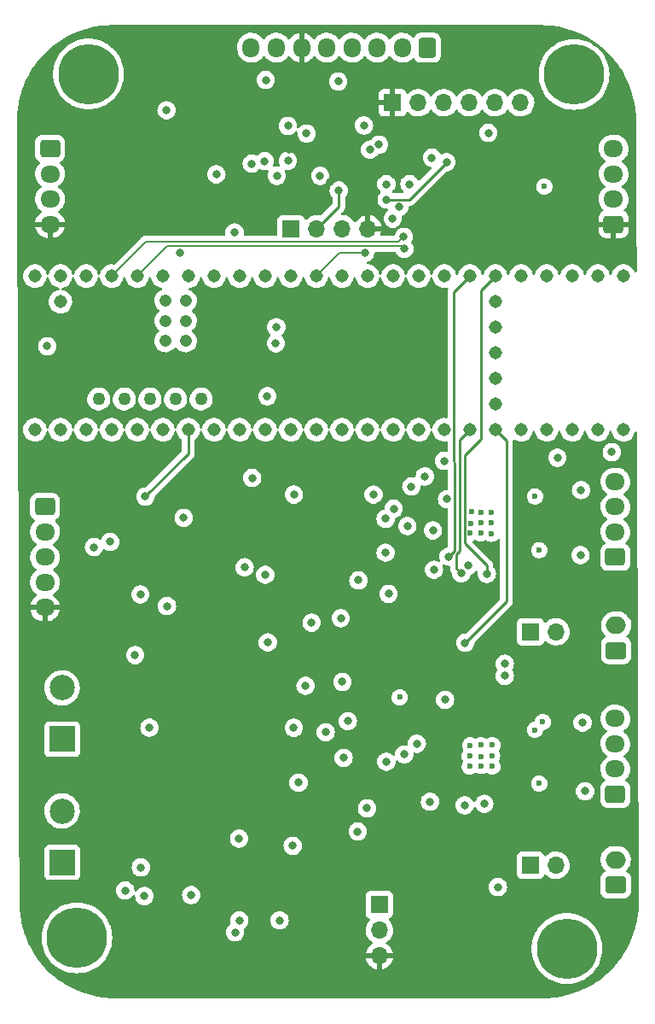
<source format=gbr>
%TF.GenerationSoftware,KiCad,Pcbnew,(6.0.5)*%
%TF.CreationDate,2022-06-08T15:49:38-06:00*%
%TF.ProjectId,main_board,6d61696e-5f62-46f6-9172-642e6b696361,rev?*%
%TF.SameCoordinates,Original*%
%TF.FileFunction,Copper,L2,Inr*%
%TF.FilePolarity,Positive*%
%FSLAX46Y46*%
G04 Gerber Fmt 4.6, Leading zero omitted, Abs format (unit mm)*
G04 Created by KiCad (PCBNEW (6.0.5)) date 2022-06-08 15:49:38*
%MOMM*%
%LPD*%
G01*
G04 APERTURE LIST*
G04 Aperture macros list*
%AMRoundRect*
0 Rectangle with rounded corners*
0 $1 Rounding radius*
0 $2 $3 $4 $5 $6 $7 $8 $9 X,Y pos of 4 corners*
0 Add a 4 corners polygon primitive as box body*
4,1,4,$2,$3,$4,$5,$6,$7,$8,$9,$2,$3,0*
0 Add four circle primitives for the rounded corners*
1,1,$1+$1,$2,$3*
1,1,$1+$1,$4,$5*
1,1,$1+$1,$6,$7*
1,1,$1+$1,$8,$9*
0 Add four rect primitives between the rounded corners*
20,1,$1+$1,$2,$3,$4,$5,0*
20,1,$1+$1,$4,$5,$6,$7,0*
20,1,$1+$1,$6,$7,$8,$9,0*
20,1,$1+$1,$8,$9,$2,$3,0*%
G04 Aperture macros list end*
%TA.AperFunction,ComponentPad*%
%ADD10RoundRect,0.250000X0.725000X-0.600000X0.725000X0.600000X-0.725000X0.600000X-0.725000X-0.600000X0*%
%TD*%
%TA.AperFunction,ComponentPad*%
%ADD11O,1.950000X1.700000*%
%TD*%
%TA.AperFunction,ComponentPad*%
%ADD12R,2.500000X2.500000*%
%TD*%
%TA.AperFunction,ComponentPad*%
%ADD13C,2.500000*%
%TD*%
%TA.AperFunction,ComponentPad*%
%ADD14RoundRect,0.250000X-0.725000X0.600000X-0.725000X-0.600000X0.725000X-0.600000X0.725000X0.600000X0*%
%TD*%
%TA.AperFunction,ComponentPad*%
%ADD15C,6.000000*%
%TD*%
%TA.AperFunction,ComponentPad*%
%ADD16R,1.700000X1.700000*%
%TD*%
%TA.AperFunction,ComponentPad*%
%ADD17O,1.700000X1.700000*%
%TD*%
%TA.AperFunction,ComponentPad*%
%ADD18C,1.308000*%
%TD*%
%TA.AperFunction,ComponentPad*%
%ADD19C,1.258000*%
%TD*%
%TA.AperFunction,ComponentPad*%
%ADD20C,1.208000*%
%TD*%
%TA.AperFunction,ComponentPad*%
%ADD21RoundRect,0.250000X0.750000X-0.600000X0.750000X0.600000X-0.750000X0.600000X-0.750000X-0.600000X0*%
%TD*%
%TA.AperFunction,ComponentPad*%
%ADD22O,2.000000X1.700000*%
%TD*%
%TA.AperFunction,ComponentPad*%
%ADD23RoundRect,0.250000X0.600000X0.725000X-0.600000X0.725000X-0.600000X-0.725000X0.600000X-0.725000X0*%
%TD*%
%TA.AperFunction,ComponentPad*%
%ADD24O,1.700000X1.950000*%
%TD*%
%TA.AperFunction,ViaPad*%
%ADD25C,0.800000*%
%TD*%
%TA.AperFunction,ViaPad*%
%ADD26C,0.600000*%
%TD*%
%TA.AperFunction,Conductor*%
%ADD27C,0.250000*%
%TD*%
%TA.AperFunction,Conductor*%
%ADD28C,0.200000*%
%TD*%
G04 APERTURE END LIST*
D10*
%TO.N,/Stepper_b1/1B_b*%
%TO.C,J7*%
X178750000Y-106500000D03*
D11*
%TO.N,/Stepper_b1/1A_b*%
X178750000Y-104000000D03*
%TO.N,/Stepper_b1/2A_b*%
X178750000Y-101500000D03*
%TO.N,/Stepper_b1/2B_b*%
X178750000Y-99000000D03*
%TD*%
D12*
%TO.N,GND*%
%TO.C,J4*%
X123835000Y-124545000D03*
D13*
%TO.N,/Stepper_b/VMM*%
X123835000Y-119465000D03*
%TD*%
D14*
%TO.N,/SET*%
%TO.C,J9*%
X122135000Y-101500000D03*
D11*
%TO.N,/TX_RF*%
X122135000Y-104000000D03*
%TO.N,/RX_RF*%
X122135000Y-106500000D03*
%TO.N,GND*%
X122135000Y-109000000D03*
%TO.N,+3V3*%
X122135000Y-111500000D03*
%TD*%
D15*
%TO.N,GND*%
%TO.C,H4*%
X126450000Y-58600000D03*
%TD*%
%TO.N,GND*%
%TO.C,H2*%
X174650000Y-58650000D03*
%TD*%
D14*
%TO.N,GND*%
%TO.C,J10*%
X122635000Y-66000000D03*
D11*
%TO.N,/TX_GPS*%
X122635000Y-68500000D03*
%TO.N,/RX_GPS*%
X122635000Y-71000000D03*
%TO.N,+3V3*%
X122635000Y-73500000D03*
%TD*%
D10*
%TO.N,+3V3*%
%TO.C,J1*%
X178585000Y-73500000D03*
D11*
%TO.N,/SDA*%
X178585000Y-71000000D03*
%TO.N,/SCL*%
X178585000Y-68500000D03*
%TO.N,GND*%
X178585000Y-66000000D03*
%TD*%
D16*
%TO.N,GND*%
%TO.C,J15*%
X155330000Y-140945000D03*
D17*
%TO.N,/TDS*%
X155330000Y-143485000D03*
%TO.N,+3V3*%
X155330000Y-146025000D03*
%TD*%
D18*
%TO.N,/LEDs/R_a*%
%TO.C,U4*%
X123665000Y-93870000D03*
%TO.N,/LEDs/G_a*%
X126205000Y-93870000D03*
%TO.N,/LEDs/B_a*%
X128745000Y-93870000D03*
%TO.N,/RX_RF*%
X131285000Y-93870000D03*
%TO.N,unconnected-(U4-Pad3.3V_1)*%
X156685000Y-93870000D03*
%TO.N,unconnected-(U4-Pad3.3V_2)*%
X126205000Y-78630000D03*
%TO.N,unconnected-(U4-Pad3.3V_3)*%
X166845000Y-88790000D03*
%TO.N,/TX_RF*%
X133825000Y-93870000D03*
%TO.N,/LEDs/SIGNAL*%
X136365000Y-93870000D03*
D19*
%TO.N,unconnected-(U4-Pad5V)*%
X127475000Y-90820000D03*
D18*
%TO.N,/SET*%
X138905000Y-93870000D03*
%TO.N,/Stepper_b/MS2_b*%
X141445000Y-93870000D03*
%TO.N,/Stepper_b/MS3_b*%
X143985000Y-93870000D03*
%TO.N,/Stepper_b/MS1_b*%
X146525000Y-93870000D03*
%TO.N,/CS_VD*%
X149065000Y-93870000D03*
%TO.N,/MOSI*%
X151605000Y-93870000D03*
%TO.N,/MISO*%
X154145000Y-93870000D03*
%TO.N,/SCK*%
X154145000Y-78630000D03*
%TO.N,/Teensy41/BUZZER*%
X151605000Y-78630000D03*
%TO.N,/LEDs/B_b*%
X149065000Y-78630000D03*
%TO.N,/V_DIV*%
X146525000Y-78630000D03*
%TO.N,/TDS*%
X143985000Y-78630000D03*
%TO.N,/SDA*%
X141445000Y-78630000D03*
%TO.N,/SCL*%
X138905000Y-78630000D03*
%TO.N,/TX_GPS*%
X136365000Y-78630000D03*
%TO.N,/RX_GPS*%
X133825000Y-78630000D03*
%TO.N,/LEDs/R_b*%
X131285000Y-78630000D03*
%TO.N,/LEDs/G_b*%
X128745000Y-78630000D03*
%TO.N,/Stepper_b/DIR_b*%
X159225000Y-93870000D03*
%TO.N,/Stepper_b/STEP_b*%
X161765000Y-93870000D03*
%TO.N,/Stepper_b/SLP_b*%
X164305000Y-93870000D03*
%TO.N,/Stepper_b/RST_b*%
X166845000Y-93870000D03*
%TO.N,/Stepper_b1/MS1_b*%
X169385000Y-93870000D03*
%TO.N,/Stepper_b1/MS2_b*%
X171925000Y-93870000D03*
%TO.N,/Stepper_b1/MS3_b*%
X174465000Y-93870000D03*
%TO.N,/Teensy41/Limit_p*%
X177005000Y-93870000D03*
%TO.N,/Teensy41/Limit_b*%
X179545000Y-93870000D03*
%TO.N,/INT_GYR*%
X179545000Y-78630000D03*
%TO.N,/INT_ACC*%
X177005000Y-78630000D03*
%TO.N,/INT_BAR*%
X174465000Y-78630000D03*
%TO.N,/INT_MAG*%
X171925000Y-78630000D03*
%TO.N,/CS*%
X169385000Y-78630000D03*
%TO.N,/Stepper_b1/DIR_b*%
X166845000Y-78630000D03*
%TO.N,/Stepper_b1/STEP_b*%
X164305000Y-78630000D03*
%TO.N,/Stepper_b1/RST_b*%
X161765000Y-78630000D03*
%TO.N,/Stepper_b1/SLP_b*%
X159225000Y-78630000D03*
D19*
%TO.N,unconnected-(U4-PadD+)*%
X132555000Y-90820000D03*
%TO.N,unconnected-(U4-PadD-)*%
X130015000Y-90820000D03*
D18*
%TO.N,GND*%
X121125000Y-93870000D03*
X156685000Y-78630000D03*
X123665000Y-78630000D03*
X166845000Y-86250000D03*
D20*
X136095000Y-83080000D03*
%TO.N,unconnected-(U4-PadLED)*%
X134095000Y-83080000D03*
D18*
%TO.N,unconnected-(U4-PadON/OFF)*%
X166845000Y-81170000D03*
%TO.N,unconnected-(U4-PadPROGRAM)*%
X166845000Y-83710000D03*
D20*
%TO.N,unconnected-(U4-PadR+)*%
X134095000Y-81080000D03*
%TO.N,unconnected-(U4-PadR-)*%
X136095000Y-81080000D03*
%TO.N,unconnected-(U4-PadT+)*%
X136095000Y-85080000D03*
%TO.N,unconnected-(U4-PadT-)*%
X134095000Y-85080000D03*
D19*
%TO.N,GND*%
X135095000Y-90820000D03*
X137635000Y-90820000D03*
D18*
%TO.N,unconnected-(U4-PadVBAT)*%
X166845000Y-91330000D03*
%TO.N,+5V*%
X121125000Y-78630000D03*
%TO.N,VBUS*%
X123665000Y-81170000D03*
%TD*%
D16*
%TO.N,+3V3*%
%TO.C,J8*%
X156650000Y-61450000D03*
D17*
%TO.N,/MOSI*%
X159190000Y-61450000D03*
%TO.N,/MISO*%
X161730000Y-61450000D03*
%TO.N,/SCK*%
X164270000Y-61450000D03*
%TO.N,/CS*%
X166810000Y-61450000D03*
%TO.N,GND*%
X169350000Y-61450000D03*
%TD*%
D21*
%TO.N,/Teensy41/Limit_b*%
%TO.C,J11*%
X178785000Y-139000000D03*
D22*
%TO.N,GND*%
X178785000Y-136500000D03*
%TD*%
D23*
%TO.N,/CS_VD*%
%TO.C,J5*%
X160100000Y-56000000D03*
D24*
%TO.N,/MOSI*%
X157600000Y-56000000D03*
%TO.N,/MISO*%
X155100000Y-56000000D03*
%TO.N,/SCK*%
X152600000Y-56000000D03*
%TO.N,GND*%
X150100000Y-56000000D03*
%TO.N,+3V3*%
X147600000Y-56000000D03*
%TO.N,/SDA*%
X145100000Y-56000000D03*
%TO.N,/SCL*%
X142600000Y-56000000D03*
%TD*%
D12*
%TO.N,Net-(J3-Pad1)*%
%TO.C,J3*%
X123835000Y-136750000D03*
D13*
%TO.N,Net-(J3-Pad2)*%
X123835000Y-131670000D03*
%TD*%
D16*
%TO.N,GND*%
%TO.C,J2*%
X146570000Y-73950000D03*
D17*
%TO.N,/SCL*%
X149110000Y-73950000D03*
%TO.N,/SDA*%
X151650000Y-73950000D03*
%TO.N,+3V3*%
X154190000Y-73950000D03*
%TD*%
D15*
%TO.N,GND*%
%TO.C,H1*%
X125300000Y-144250000D03*
%TD*%
%TO.N,GND*%
%TO.C,H3*%
X173950000Y-145300000D03*
%TD*%
D16*
%TO.N,/Stepper_b1/REF*%
%TO.C,J13*%
X170325000Y-113900000D03*
D17*
%TO.N,GND*%
X172865000Y-113900000D03*
%TD*%
D21*
%TO.N,/Teensy41/Limit_p*%
%TO.C,J12*%
X178835000Y-115750000D03*
D22*
%TO.N,GND*%
X178835000Y-113250000D03*
%TD*%
D16*
%TO.N,/Stepper_b/REF*%
%TO.C,J14*%
X170325000Y-137050000D03*
D17*
%TO.N,GND*%
X172865000Y-137050000D03*
%TD*%
D10*
%TO.N,/Stepper_b/1B_b*%
%TO.C,J6*%
X178750000Y-130000000D03*
D11*
%TO.N,/Stepper_b/1A_b*%
X178750000Y-127500000D03*
%TO.N,/Stepper_b/2A_b*%
X178750000Y-125000000D03*
%TO.N,/Stepper_b/2B_b*%
X178750000Y-122500000D03*
%TD*%
D25*
%TO.N,GND*%
X175500000Y-122900000D03*
D26*
X165385000Y-103100000D03*
X164500000Y-102010000D03*
D25*
X144250000Y-114950000D03*
X151250000Y-59350000D03*
D26*
X164330000Y-104140000D03*
X171700000Y-69750000D03*
X166470000Y-104190000D03*
D25*
X161850000Y-120650000D03*
X141430000Y-142520000D03*
X156025000Y-69525000D03*
X175300000Y-106300000D03*
X131085000Y-116215000D03*
X154100000Y-131400000D03*
X146250000Y-67200000D03*
X148000000Y-119250000D03*
X158325000Y-69525000D03*
D26*
X166550000Y-127250000D03*
D25*
X134200000Y-62200000D03*
X175750000Y-129700000D03*
D26*
X164400000Y-103130000D03*
D25*
X143950000Y-67250000D03*
X145430000Y-142520000D03*
X147300000Y-128850000D03*
D26*
X165420000Y-102050000D03*
X165390000Y-125140000D03*
D25*
X156237500Y-110137500D03*
X148100000Y-64500000D03*
X139150000Y-68550000D03*
X178400000Y-96100000D03*
X175350000Y-99850000D03*
X155300000Y-65600000D03*
X135900000Y-102600000D03*
X134250000Y-111350000D03*
D26*
X164310000Y-127240000D03*
D25*
X152200000Y-122750000D03*
X132500000Y-123400000D03*
X161750000Y-96950000D03*
D26*
X166470000Y-103110000D03*
D25*
X136650000Y-140000000D03*
X151500000Y-112550000D03*
D26*
X165385000Y-127205000D03*
D25*
X151650000Y-118870000D03*
X144000000Y-108250000D03*
X132000000Y-140100000D03*
D26*
X166400000Y-102050000D03*
D25*
X149450000Y-68700000D03*
X148600000Y-113000000D03*
X154750000Y-100300000D03*
X158500000Y-99500000D03*
D26*
X166550000Y-125130000D03*
X164300000Y-126240000D03*
D25*
X155950000Y-106050000D03*
D26*
X164350000Y-125170000D03*
X165385000Y-126250000D03*
X166530000Y-126210000D03*
D25*
X144050000Y-59200000D03*
X167100000Y-139200000D03*
D26*
X165385000Y-104135000D03*
D25*
%TO.N,+3V3*%
X150428256Y-69263771D03*
X156800000Y-112300000D03*
X156350000Y-107300000D03*
X151950000Y-68300000D03*
X156100000Y-130750000D03*
X144165000Y-63485000D03*
X158200000Y-67450000D03*
X148350000Y-108000000D03*
X148900000Y-62550000D03*
X159850000Y-65850000D03*
X126850000Y-98450000D03*
X146350000Y-66050000D03*
X155600000Y-134000000D03*
X142500000Y-73450000D03*
%TO.N,/TDS*%
X146850000Y-100300000D03*
X151780000Y-126390000D03*
X153180000Y-133700000D03*
X146835000Y-123415000D03*
%TO.N,/Stepper_b/VMM*%
X173000000Y-96650000D03*
D26*
X171200000Y-105800000D03*
X157350000Y-120400000D03*
X170775000Y-123625000D03*
D25*
X167775489Y-118274511D03*
D26*
X171550000Y-122850000D03*
X171200000Y-128950000D03*
X170775000Y-100475000D03*
D25*
X167775489Y-117074511D03*
%TO.N,+5V*%
X142700000Y-98650000D03*
X141950000Y-107500000D03*
%TO.N,Net-(D3-Pad1)*%
X146725000Y-135125000D03*
X130100000Y-139550000D03*
%TO.N,/Stepper_b/MS1_b*%
X159050000Y-125000000D03*
%TO.N,/Stepper_b/MS2_b*%
X150000000Y-123850000D03*
%TO.N,/Stepper_b/MS3_b*%
X157800000Y-126050989D03*
%TO.N,/Stepper_b/RST_b*%
X156024511Y-126775489D03*
X163850000Y-115000000D03*
%TO.N,/Stepper_b/SLP_b*%
X160350000Y-130750000D03*
X163450000Y-108100000D03*
%TO.N,/Stepper_b/STEP_b*%
X163800000Y-131100000D03*
X153250000Y-108800000D03*
%TO.N,/Stepper_b/DIR_b*%
X159850000Y-98500000D03*
X162050000Y-100750000D03*
X165750000Y-130950000D03*
%TO.N,/SDA*%
X162000000Y-67350000D03*
X145150000Y-68700000D03*
X156050000Y-71050000D03*
%TO.N,/SCL*%
X151300000Y-70150000D03*
X154400000Y-66100000D03*
X142655000Y-67495000D03*
%TO.N,Net-(J3-Pad1)*%
X141000000Y-143700000D03*
%TO.N,/CS_VD*%
X144200000Y-90550000D03*
X135500000Y-76350000D03*
%TO.N,/MOSI*%
X145050000Y-85300000D03*
%TO.N,/MISO*%
X145100000Y-83700000D03*
X140950000Y-74300000D03*
%TO.N,VBUS*%
X122350000Y-85600000D03*
X131600000Y-110200000D03*
X127000000Y-105500000D03*
%TO.N,Net-(R6-Pad2)*%
X131650000Y-137250000D03*
X141400000Y-134400000D03*
%TO.N,/V_DIV*%
X128590000Y-104990000D03*
%TO.N,/LEDs/R_b*%
X157800000Y-75950000D03*
%TO.N,/LEDs/G_b*%
X157750000Y-74750000D03*
%TO.N,/LEDs/B_b*%
X153900000Y-76350000D03*
%TO.N,/INT_ACC*%
X156650000Y-72950000D03*
%TO.N,/INT_GYR*%
X157299885Y-71783285D03*
%TO.N,/INT_MAG*%
X160550000Y-66900000D03*
X166150000Y-64450000D03*
%TO.N,/INT_BAR*%
X146250000Y-63750000D03*
X153800000Y-63700000D03*
%TO.N,/Stepper_b1/MS1_b*%
X156750000Y-101700000D03*
%TO.N,/Stepper_b1/MS2_b*%
X155950000Y-102700000D03*
%TO.N,/Stepper_b1/MS3_b*%
X158114554Y-103415387D03*
%TO.N,/Stepper_b1/RST_b*%
X160650000Y-103850000D03*
%TO.N,/Stepper_b1/SLP_b*%
X160750000Y-107750000D03*
%TO.N,/Stepper_b1/STEP_b*%
X162200000Y-106450000D03*
X164150000Y-107350000D03*
%TO.N,/Stepper_b1/DIR_b*%
X166000000Y-108150000D03*
%TO.N,/LEDs/SIGNAL*%
X132100000Y-100500000D03*
%TD*%
D27*
%TO.N,/Stepper_b/SLP_b*%
X163320000Y-105862480D02*
X163320000Y-94855000D01*
X163000000Y-107650000D02*
X163000000Y-106182480D01*
X163000000Y-106182480D02*
X163320000Y-105862480D01*
X163450000Y-108100000D02*
X163000000Y-107650000D01*
X163320000Y-94855000D02*
X164305000Y-93870000D01*
%TO.N,/Stepper_b1/DIR_b*%
X165450000Y-80025000D02*
X166845000Y-78630000D01*
X163778489Y-103911556D02*
X163790000Y-103900045D01*
X163790000Y-103900045D02*
X163790000Y-96430000D01*
X163790000Y-96430000D02*
X165450000Y-94770000D01*
X165450000Y-94770000D02*
X165450000Y-80025000D01*
X166000000Y-107330000D02*
X163778489Y-105108489D01*
X166000000Y-108150000D02*
X166000000Y-107330000D01*
X163778489Y-105108489D02*
X163778489Y-103911556D01*
%TO.N,/Stepper_b/RST_b*%
X167950000Y-94975000D02*
X166845000Y-93870000D01*
X163850000Y-115000000D02*
X167950000Y-110900000D01*
X167950000Y-110900000D02*
X167950000Y-94975000D01*
%TO.N,/SDA*%
X158300000Y-71050000D02*
X162000000Y-67350000D01*
X156050000Y-71050000D02*
X158300000Y-71050000D01*
%TO.N,/SCL*%
X151300000Y-71760000D02*
X149110000Y-73950000D01*
X151300000Y-70150000D02*
X151300000Y-71760000D01*
D28*
%TO.N,/LEDs/R_b*%
X157500489Y-75650489D02*
X134264511Y-75650489D01*
X157800000Y-75950000D02*
X157500489Y-75650489D01*
X134264511Y-75650489D02*
X131285000Y-78630000D01*
%TO.N,/LEDs/G_b*%
X132124031Y-75250969D02*
X157249031Y-75250969D01*
X157249031Y-75250969D02*
X157750000Y-74750000D01*
X128745000Y-78630000D02*
X132124031Y-75250969D01*
%TO.N,/LEDs/B_b*%
X153900000Y-76350000D02*
X151345000Y-76350000D01*
X151345000Y-76350000D02*
X149065000Y-78630000D01*
D27*
%TO.N,/Stepper_b1/STEP_b*%
X162743511Y-97006489D02*
X162743511Y-80191489D01*
X162743511Y-80191489D02*
X164305000Y-78630000D01*
X162774511Y-105875489D02*
X162774511Y-97124511D01*
X162200000Y-106450000D02*
X162774511Y-105875489D01*
%TO.N,/LEDs/SIGNAL*%
X132100000Y-100500000D02*
X136365000Y-96235000D01*
X136365000Y-96235000D02*
X136365000Y-93870000D01*
%TD*%
%TA.AperFunction,Conductor*%
%TO.N,+3V3*%
G36*
X171305018Y-53760000D02*
G01*
X171319851Y-53762310D01*
X171319855Y-53762310D01*
X171328724Y-53763691D01*
X171337626Y-53762527D01*
X171337628Y-53762527D01*
X171346681Y-53761343D01*
X171351837Y-53760669D01*
X171372129Y-53759667D01*
X171927018Y-53777105D01*
X171934918Y-53777602D01*
X172270516Y-53809325D01*
X172520666Y-53832971D01*
X172528501Y-53833961D01*
X173109624Y-53926002D01*
X173117392Y-53927485D01*
X173691582Y-54055832D01*
X173699249Y-54057800D01*
X173969892Y-54136429D01*
X174264245Y-54221946D01*
X174271748Y-54224384D01*
X174825344Y-54423690D01*
X174832672Y-54426592D01*
X175372663Y-54660267D01*
X175379795Y-54663623D01*
X175747659Y-54851059D01*
X175904036Y-54930737D01*
X175910972Y-54934550D01*
X176417394Y-55234047D01*
X176424077Y-55238289D01*
X176910698Y-55568996D01*
X176917102Y-55573649D01*
X177381976Y-55934243D01*
X177388075Y-55939288D01*
X177799161Y-56301708D01*
X177829414Y-56328380D01*
X177835184Y-56333799D01*
X178251201Y-56749816D01*
X178256620Y-56755586D01*
X178645712Y-57196925D01*
X178650757Y-57203024D01*
X178868063Y-57483172D01*
X179011351Y-57667898D01*
X179016004Y-57674302D01*
X179346711Y-58160923D01*
X179350953Y-58167606D01*
X179650450Y-58674028D01*
X179654263Y-58680964D01*
X179921377Y-59205205D01*
X179924733Y-59212337D01*
X180158408Y-59752328D01*
X180161310Y-59759656D01*
X180353728Y-60294118D01*
X180360612Y-60313239D01*
X180363054Y-60320755D01*
X180419623Y-60515466D01*
X180527200Y-60885751D01*
X180529168Y-60893418D01*
X180657515Y-61467608D01*
X180658998Y-61475376D01*
X180744726Y-62016635D01*
X180751038Y-62056490D01*
X180752029Y-62064334D01*
X180770429Y-62258990D01*
X180807398Y-62650082D01*
X180807895Y-62657982D01*
X180825095Y-63205300D01*
X180823657Y-63228642D01*
X180822690Y-63234850D01*
X180822690Y-63234855D01*
X180821309Y-63243724D01*
X180822473Y-63252626D01*
X180822473Y-63252628D01*
X180825571Y-63276314D01*
X180826634Y-63292243D01*
X180858901Y-73295076D01*
X180874585Y-78157157D01*
X180854803Y-78225341D01*
X180801298Y-78272007D01*
X180731057Y-78282338D01*
X180666381Y-78253053D01*
X180636630Y-78210778D01*
X180634936Y-78211613D01*
X180542995Y-78025174D01*
X180540440Y-78019993D01*
X180521139Y-77994145D01*
X180416060Y-77853427D01*
X180416059Y-77853426D01*
X180412607Y-77848803D01*
X180408371Y-77844887D01*
X180259957Y-77707695D01*
X180259954Y-77707693D01*
X180255717Y-77703776D01*
X180075025Y-77589768D01*
X179876582Y-77510597D01*
X179870925Y-77509472D01*
X179870919Y-77509470D01*
X179672703Y-77470043D01*
X179672699Y-77470043D01*
X179667035Y-77468916D01*
X179661260Y-77468840D01*
X179661256Y-77468840D01*
X179553997Y-77467436D01*
X179453401Y-77466119D01*
X179447704Y-77467098D01*
X179447703Y-77467098D01*
X179248531Y-77501322D01*
X179242834Y-77502301D01*
X179042387Y-77576250D01*
X179037426Y-77579202D01*
X179037425Y-77579202D01*
X178863740Y-77682533D01*
X178863737Y-77682535D01*
X178858772Y-77685489D01*
X178854432Y-77689295D01*
X178854428Y-77689298D01*
X178702481Y-77822553D01*
X178698140Y-77826360D01*
X178565869Y-77994145D01*
X178563180Y-77999256D01*
X178563178Y-77999259D01*
X178549544Y-78025174D01*
X178466389Y-78183225D01*
X178464675Y-78188746D01*
X178464673Y-78188750D01*
X178444707Y-78253053D01*
X178403032Y-78387267D01*
X178402354Y-78392996D01*
X178402354Y-78392997D01*
X178400823Y-78405930D01*
X178372952Y-78471228D01*
X178314204Y-78511092D01*
X178243229Y-78512865D01*
X178182563Y-78475986D01*
X178153323Y-78417133D01*
X178152930Y-78417244D01*
X178146092Y-78392996D01*
X178096504Y-78217172D01*
X178096503Y-78217170D01*
X178094936Y-78211613D01*
X178083662Y-78188750D01*
X178002995Y-78025174D01*
X178000440Y-78019993D01*
X177981139Y-77994145D01*
X177876060Y-77853427D01*
X177876059Y-77853426D01*
X177872607Y-77848803D01*
X177868371Y-77844887D01*
X177719957Y-77707695D01*
X177719954Y-77707693D01*
X177715717Y-77703776D01*
X177535025Y-77589768D01*
X177336582Y-77510597D01*
X177330925Y-77509472D01*
X177330919Y-77509470D01*
X177132703Y-77470043D01*
X177132699Y-77470043D01*
X177127035Y-77468916D01*
X177121260Y-77468840D01*
X177121256Y-77468840D01*
X177013997Y-77467436D01*
X176913401Y-77466119D01*
X176907704Y-77467098D01*
X176907703Y-77467098D01*
X176708531Y-77501322D01*
X176702834Y-77502301D01*
X176502387Y-77576250D01*
X176497426Y-77579202D01*
X176497425Y-77579202D01*
X176323740Y-77682533D01*
X176323737Y-77682535D01*
X176318772Y-77685489D01*
X176314432Y-77689295D01*
X176314428Y-77689298D01*
X176162481Y-77822553D01*
X176158140Y-77826360D01*
X176025869Y-77994145D01*
X176023180Y-77999256D01*
X176023178Y-77999259D01*
X176009544Y-78025174D01*
X175926389Y-78183225D01*
X175924675Y-78188746D01*
X175924673Y-78188750D01*
X175904707Y-78253053D01*
X175863032Y-78387267D01*
X175862354Y-78392996D01*
X175862354Y-78392997D01*
X175860823Y-78405930D01*
X175832952Y-78471228D01*
X175774204Y-78511092D01*
X175703229Y-78512865D01*
X175642563Y-78475986D01*
X175613323Y-78417133D01*
X175612930Y-78417244D01*
X175606092Y-78392996D01*
X175556504Y-78217172D01*
X175556503Y-78217170D01*
X175554936Y-78211613D01*
X175543662Y-78188750D01*
X175462995Y-78025174D01*
X175460440Y-78019993D01*
X175441139Y-77994145D01*
X175336060Y-77853427D01*
X175336059Y-77853426D01*
X175332607Y-77848803D01*
X175328371Y-77844887D01*
X175179957Y-77707695D01*
X175179954Y-77707693D01*
X175175717Y-77703776D01*
X174995025Y-77589768D01*
X174796582Y-77510597D01*
X174790925Y-77509472D01*
X174790919Y-77509470D01*
X174592703Y-77470043D01*
X174592699Y-77470043D01*
X174587035Y-77468916D01*
X174581260Y-77468840D01*
X174581256Y-77468840D01*
X174473997Y-77467436D01*
X174373401Y-77466119D01*
X174367704Y-77467098D01*
X174367703Y-77467098D01*
X174168531Y-77501322D01*
X174162834Y-77502301D01*
X173962387Y-77576250D01*
X173957426Y-77579202D01*
X173957425Y-77579202D01*
X173783740Y-77682533D01*
X173783737Y-77682535D01*
X173778772Y-77685489D01*
X173774432Y-77689295D01*
X173774428Y-77689298D01*
X173622481Y-77822553D01*
X173618140Y-77826360D01*
X173485869Y-77994145D01*
X173483180Y-77999256D01*
X173483178Y-77999259D01*
X173469544Y-78025174D01*
X173386389Y-78183225D01*
X173384675Y-78188746D01*
X173384673Y-78188750D01*
X173364707Y-78253053D01*
X173323032Y-78387267D01*
X173322354Y-78392996D01*
X173322354Y-78392997D01*
X173320823Y-78405930D01*
X173292952Y-78471228D01*
X173234204Y-78511092D01*
X173163229Y-78512865D01*
X173102563Y-78475986D01*
X173073323Y-78417133D01*
X173072930Y-78417244D01*
X173066092Y-78392996D01*
X173016504Y-78217172D01*
X173016503Y-78217170D01*
X173014936Y-78211613D01*
X173003662Y-78188750D01*
X172922995Y-78025174D01*
X172920440Y-78019993D01*
X172901139Y-77994145D01*
X172796060Y-77853427D01*
X172796059Y-77853426D01*
X172792607Y-77848803D01*
X172788371Y-77844887D01*
X172639957Y-77707695D01*
X172639954Y-77707693D01*
X172635717Y-77703776D01*
X172455025Y-77589768D01*
X172256582Y-77510597D01*
X172250925Y-77509472D01*
X172250919Y-77509470D01*
X172052703Y-77470043D01*
X172052699Y-77470043D01*
X172047035Y-77468916D01*
X172041260Y-77468840D01*
X172041256Y-77468840D01*
X171933997Y-77467436D01*
X171833401Y-77466119D01*
X171827704Y-77467098D01*
X171827703Y-77467098D01*
X171628531Y-77501322D01*
X171622834Y-77502301D01*
X171422387Y-77576250D01*
X171417426Y-77579202D01*
X171417425Y-77579202D01*
X171243740Y-77682533D01*
X171243737Y-77682535D01*
X171238772Y-77685489D01*
X171234432Y-77689295D01*
X171234428Y-77689298D01*
X171082481Y-77822553D01*
X171078140Y-77826360D01*
X170945869Y-77994145D01*
X170943180Y-77999256D01*
X170943178Y-77999259D01*
X170929544Y-78025174D01*
X170846389Y-78183225D01*
X170844675Y-78188746D01*
X170844673Y-78188750D01*
X170824707Y-78253053D01*
X170783032Y-78387267D01*
X170782354Y-78392996D01*
X170782354Y-78392997D01*
X170780823Y-78405930D01*
X170752952Y-78471228D01*
X170694204Y-78511092D01*
X170623229Y-78512865D01*
X170562563Y-78475986D01*
X170533323Y-78417133D01*
X170532930Y-78417244D01*
X170526092Y-78392996D01*
X170476504Y-78217172D01*
X170476503Y-78217170D01*
X170474936Y-78211613D01*
X170463662Y-78188750D01*
X170382995Y-78025174D01*
X170380440Y-78019993D01*
X170361139Y-77994145D01*
X170256060Y-77853427D01*
X170256059Y-77853426D01*
X170252607Y-77848803D01*
X170248371Y-77844887D01*
X170099957Y-77707695D01*
X170099954Y-77707693D01*
X170095717Y-77703776D01*
X169915025Y-77589768D01*
X169716582Y-77510597D01*
X169710925Y-77509472D01*
X169710919Y-77509470D01*
X169512703Y-77470043D01*
X169512699Y-77470043D01*
X169507035Y-77468916D01*
X169501260Y-77468840D01*
X169501256Y-77468840D01*
X169393997Y-77467436D01*
X169293401Y-77466119D01*
X169287704Y-77467098D01*
X169287703Y-77467098D01*
X169088531Y-77501322D01*
X169082834Y-77502301D01*
X168882387Y-77576250D01*
X168877426Y-77579202D01*
X168877425Y-77579202D01*
X168703740Y-77682533D01*
X168703737Y-77682535D01*
X168698772Y-77685489D01*
X168694432Y-77689295D01*
X168694428Y-77689298D01*
X168542481Y-77822553D01*
X168538140Y-77826360D01*
X168405869Y-77994145D01*
X168403180Y-77999256D01*
X168403178Y-77999259D01*
X168389544Y-78025174D01*
X168306389Y-78183225D01*
X168304675Y-78188746D01*
X168304673Y-78188750D01*
X168284707Y-78253053D01*
X168243032Y-78387267D01*
X168242354Y-78392996D01*
X168242354Y-78392997D01*
X168240823Y-78405930D01*
X168212952Y-78471228D01*
X168154204Y-78511092D01*
X168083229Y-78512865D01*
X168022563Y-78475986D01*
X167993323Y-78417133D01*
X167992930Y-78417244D01*
X167986092Y-78392996D01*
X167936504Y-78217172D01*
X167936503Y-78217170D01*
X167934936Y-78211613D01*
X167923662Y-78188750D01*
X167842995Y-78025174D01*
X167840440Y-78019993D01*
X167821139Y-77994145D01*
X167716060Y-77853427D01*
X167716059Y-77853426D01*
X167712607Y-77848803D01*
X167708371Y-77844887D01*
X167559957Y-77707695D01*
X167559954Y-77707693D01*
X167555717Y-77703776D01*
X167375025Y-77589768D01*
X167176582Y-77510597D01*
X167170925Y-77509472D01*
X167170919Y-77509470D01*
X166972703Y-77470043D01*
X166972699Y-77470043D01*
X166967035Y-77468916D01*
X166961260Y-77468840D01*
X166961256Y-77468840D01*
X166853997Y-77467436D01*
X166753401Y-77466119D01*
X166747704Y-77467098D01*
X166747703Y-77467098D01*
X166548531Y-77501322D01*
X166542834Y-77502301D01*
X166342387Y-77576250D01*
X166337426Y-77579202D01*
X166337425Y-77579202D01*
X166163740Y-77682533D01*
X166163737Y-77682535D01*
X166158772Y-77685489D01*
X166154432Y-77689295D01*
X166154428Y-77689298D01*
X166002481Y-77822553D01*
X165998140Y-77826360D01*
X165865869Y-77994145D01*
X165863180Y-77999256D01*
X165863178Y-77999259D01*
X165849544Y-78025174D01*
X165766389Y-78183225D01*
X165764675Y-78188746D01*
X165764673Y-78188750D01*
X165744707Y-78253053D01*
X165703032Y-78387267D01*
X165702354Y-78392996D01*
X165702354Y-78392997D01*
X165700823Y-78405930D01*
X165672952Y-78471228D01*
X165614204Y-78511092D01*
X165543229Y-78512865D01*
X165482563Y-78475986D01*
X165453323Y-78417133D01*
X165452930Y-78417244D01*
X165446092Y-78392996D01*
X165396504Y-78217172D01*
X165396503Y-78217170D01*
X165394936Y-78211613D01*
X165383662Y-78188750D01*
X165302995Y-78025174D01*
X165300440Y-78019993D01*
X165281139Y-77994145D01*
X165176060Y-77853427D01*
X165176059Y-77853426D01*
X165172607Y-77848803D01*
X165168371Y-77844887D01*
X165019957Y-77707695D01*
X165019954Y-77707693D01*
X165015717Y-77703776D01*
X164835025Y-77589768D01*
X164636582Y-77510597D01*
X164630925Y-77509472D01*
X164630919Y-77509470D01*
X164432703Y-77470043D01*
X164432699Y-77470043D01*
X164427035Y-77468916D01*
X164421260Y-77468840D01*
X164421256Y-77468840D01*
X164313997Y-77467436D01*
X164213401Y-77466119D01*
X164207704Y-77467098D01*
X164207703Y-77467098D01*
X164008531Y-77501322D01*
X164002834Y-77502301D01*
X163802387Y-77576250D01*
X163797426Y-77579202D01*
X163797425Y-77579202D01*
X163623740Y-77682533D01*
X163623737Y-77682535D01*
X163618772Y-77685489D01*
X163614432Y-77689295D01*
X163614428Y-77689298D01*
X163462481Y-77822553D01*
X163458140Y-77826360D01*
X163325869Y-77994145D01*
X163323180Y-77999256D01*
X163323178Y-77999259D01*
X163309544Y-78025174D01*
X163226389Y-78183225D01*
X163224675Y-78188746D01*
X163224673Y-78188750D01*
X163204707Y-78253053D01*
X163163032Y-78387267D01*
X163162354Y-78392996D01*
X163162354Y-78392997D01*
X163160823Y-78405930D01*
X163132952Y-78471228D01*
X163074204Y-78511092D01*
X163003229Y-78512865D01*
X162942563Y-78475986D01*
X162913323Y-78417133D01*
X162912930Y-78417244D01*
X162906092Y-78392996D01*
X162856504Y-78217172D01*
X162856503Y-78217170D01*
X162854936Y-78211613D01*
X162843662Y-78188750D01*
X162762995Y-78025174D01*
X162760440Y-78019993D01*
X162741139Y-77994145D01*
X162636060Y-77853427D01*
X162636059Y-77853426D01*
X162632607Y-77848803D01*
X162628371Y-77844887D01*
X162479957Y-77707695D01*
X162479954Y-77707693D01*
X162475717Y-77703776D01*
X162295025Y-77589768D01*
X162096582Y-77510597D01*
X162090925Y-77509472D01*
X162090919Y-77509470D01*
X161892703Y-77470043D01*
X161892699Y-77470043D01*
X161887035Y-77468916D01*
X161881260Y-77468840D01*
X161881256Y-77468840D01*
X161773997Y-77467436D01*
X161673401Y-77466119D01*
X161667704Y-77467098D01*
X161667703Y-77467098D01*
X161468531Y-77501322D01*
X161462834Y-77502301D01*
X161262387Y-77576250D01*
X161257426Y-77579202D01*
X161257425Y-77579202D01*
X161083740Y-77682533D01*
X161083737Y-77682535D01*
X161078772Y-77685489D01*
X161074432Y-77689295D01*
X161074428Y-77689298D01*
X160922481Y-77822553D01*
X160918140Y-77826360D01*
X160785869Y-77994145D01*
X160783180Y-77999256D01*
X160783178Y-77999259D01*
X160769544Y-78025174D01*
X160686389Y-78183225D01*
X160684675Y-78188746D01*
X160684673Y-78188750D01*
X160664707Y-78253053D01*
X160623032Y-78387267D01*
X160622354Y-78392996D01*
X160622354Y-78392997D01*
X160620823Y-78405930D01*
X160592952Y-78471228D01*
X160534204Y-78511092D01*
X160463229Y-78512865D01*
X160402563Y-78475986D01*
X160373323Y-78417133D01*
X160372930Y-78417244D01*
X160366092Y-78392996D01*
X160316504Y-78217172D01*
X160316503Y-78217170D01*
X160314936Y-78211613D01*
X160303662Y-78188750D01*
X160222995Y-78025174D01*
X160220440Y-78019993D01*
X160201139Y-77994145D01*
X160096060Y-77853427D01*
X160096059Y-77853426D01*
X160092607Y-77848803D01*
X160088371Y-77844887D01*
X159939957Y-77707695D01*
X159939954Y-77707693D01*
X159935717Y-77703776D01*
X159755025Y-77589768D01*
X159556582Y-77510597D01*
X159550925Y-77509472D01*
X159550919Y-77509470D01*
X159352703Y-77470043D01*
X159352699Y-77470043D01*
X159347035Y-77468916D01*
X159341260Y-77468840D01*
X159341256Y-77468840D01*
X159233997Y-77467436D01*
X159133401Y-77466119D01*
X159127704Y-77467098D01*
X159127703Y-77467098D01*
X158928531Y-77501322D01*
X158922834Y-77502301D01*
X158722387Y-77576250D01*
X158717426Y-77579202D01*
X158717425Y-77579202D01*
X158543740Y-77682533D01*
X158543737Y-77682535D01*
X158538772Y-77685489D01*
X158534432Y-77689295D01*
X158534428Y-77689298D01*
X158382481Y-77822553D01*
X158378140Y-77826360D01*
X158245869Y-77994145D01*
X158243180Y-77999256D01*
X158243178Y-77999259D01*
X158229544Y-78025174D01*
X158146389Y-78183225D01*
X158144675Y-78188746D01*
X158144673Y-78188750D01*
X158124707Y-78253053D01*
X158083032Y-78387267D01*
X158082354Y-78392996D01*
X158082354Y-78392997D01*
X158080823Y-78405930D01*
X158052952Y-78471228D01*
X157994204Y-78511092D01*
X157923229Y-78512865D01*
X157862563Y-78475986D01*
X157833323Y-78417133D01*
X157832930Y-78417244D01*
X157826092Y-78392996D01*
X157776504Y-78217172D01*
X157776503Y-78217170D01*
X157774936Y-78211613D01*
X157763662Y-78188750D01*
X157682995Y-78025174D01*
X157680440Y-78019993D01*
X157661139Y-77994145D01*
X157556060Y-77853427D01*
X157556059Y-77853426D01*
X157552607Y-77848803D01*
X157548371Y-77844887D01*
X157399957Y-77707695D01*
X157399954Y-77707693D01*
X157395717Y-77703776D01*
X157215025Y-77589768D01*
X157016582Y-77510597D01*
X157010925Y-77509472D01*
X157010919Y-77509470D01*
X156812703Y-77470043D01*
X156812699Y-77470043D01*
X156807035Y-77468916D01*
X156801260Y-77468840D01*
X156801256Y-77468840D01*
X156693997Y-77467436D01*
X156593401Y-77466119D01*
X156587704Y-77467098D01*
X156587703Y-77467098D01*
X156388531Y-77501322D01*
X156382834Y-77502301D01*
X156182387Y-77576250D01*
X156177426Y-77579202D01*
X156177425Y-77579202D01*
X156003740Y-77682533D01*
X156003737Y-77682535D01*
X155998772Y-77685489D01*
X155994432Y-77689295D01*
X155994428Y-77689298D01*
X155842481Y-77822553D01*
X155838140Y-77826360D01*
X155705869Y-77994145D01*
X155703180Y-77999256D01*
X155703178Y-77999259D01*
X155689544Y-78025174D01*
X155606389Y-78183225D01*
X155604675Y-78188746D01*
X155604673Y-78188750D01*
X155584707Y-78253053D01*
X155543032Y-78387267D01*
X155542354Y-78392996D01*
X155542354Y-78392997D01*
X155540823Y-78405930D01*
X155512952Y-78471228D01*
X155454204Y-78511092D01*
X155383229Y-78512865D01*
X155322563Y-78475986D01*
X155293323Y-78417133D01*
X155292930Y-78417244D01*
X155286092Y-78392996D01*
X155236504Y-78217172D01*
X155236503Y-78217170D01*
X155234936Y-78211613D01*
X155223662Y-78188750D01*
X155142995Y-78025174D01*
X155140440Y-78019993D01*
X155121139Y-77994145D01*
X155016060Y-77853427D01*
X155016059Y-77853426D01*
X155012607Y-77848803D01*
X155008371Y-77844887D01*
X154859957Y-77707695D01*
X154859954Y-77707693D01*
X154855717Y-77703776D01*
X154675025Y-77589768D01*
X154476582Y-77510597D01*
X154470925Y-77509472D01*
X154470919Y-77509470D01*
X154272703Y-77470043D01*
X154272699Y-77470043D01*
X154267035Y-77468916D01*
X154261260Y-77468840D01*
X154261256Y-77468840D01*
X154206401Y-77468122D01*
X154138548Y-77447230D01*
X154092762Y-77392970D01*
X154083579Y-77322570D01*
X154113915Y-77258381D01*
X154169937Y-77223405D01*
X154169548Y-77222208D01*
X154175832Y-77220166D01*
X154182288Y-77218794D01*
X154188319Y-77216109D01*
X154350722Y-77143803D01*
X154350724Y-77143802D01*
X154356752Y-77141118D01*
X154511253Y-77028866D01*
X154537074Y-77000189D01*
X154634621Y-76891852D01*
X154634622Y-76891851D01*
X154639040Y-76886944D01*
X154734527Y-76721556D01*
X154793542Y-76539928D01*
X154800463Y-76474085D01*
X154811211Y-76371818D01*
X154838224Y-76306162D01*
X154896446Y-76265532D01*
X154936521Y-76258989D01*
X156856604Y-76258989D01*
X156924725Y-76278991D01*
X156965723Y-76321989D01*
X157060960Y-76486944D01*
X157065378Y-76491851D01*
X157065379Y-76491852D01*
X157108667Y-76539928D01*
X157188747Y-76628866D01*
X157343248Y-76741118D01*
X157349276Y-76743802D01*
X157349278Y-76743803D01*
X157511681Y-76816109D01*
X157517712Y-76818794D01*
X157611113Y-76838647D01*
X157698056Y-76857128D01*
X157698061Y-76857128D01*
X157704513Y-76858500D01*
X157895487Y-76858500D01*
X157901939Y-76857128D01*
X157901944Y-76857128D01*
X157988887Y-76838647D01*
X158082288Y-76818794D01*
X158088319Y-76816109D01*
X158250722Y-76743803D01*
X158250724Y-76743802D01*
X158256752Y-76741118D01*
X158411253Y-76628866D01*
X158491333Y-76539928D01*
X158534621Y-76491852D01*
X158534622Y-76491851D01*
X158539040Y-76486944D01*
X158634527Y-76321556D01*
X158693542Y-76139928D01*
X158713504Y-75950000D01*
X158693542Y-75760072D01*
X158634527Y-75578444D01*
X158539040Y-75413056D01*
X158525467Y-75397981D01*
X158494749Y-75333975D01*
X158503512Y-75263521D01*
X158509983Y-75250670D01*
X158581223Y-75127279D01*
X158581224Y-75127278D01*
X158584527Y-75121556D01*
X158643542Y-74939928D01*
X158652189Y-74857662D01*
X158662814Y-74756565D01*
X158663504Y-74750000D01*
X158657503Y-74692901D01*
X158644232Y-74566635D01*
X158644232Y-74566633D01*
X158643542Y-74560072D01*
X158584527Y-74378444D01*
X158489040Y-74213056D01*
X158435472Y-74153562D01*
X158429649Y-74147095D01*
X177102001Y-74147095D01*
X177102338Y-74153614D01*
X177112257Y-74249206D01*
X177115149Y-74262600D01*
X177166588Y-74416784D01*
X177172761Y-74429962D01*
X177258063Y-74567807D01*
X177267099Y-74579208D01*
X177381829Y-74693739D01*
X177393240Y-74702751D01*
X177531243Y-74787816D01*
X177544424Y-74793963D01*
X177698710Y-74845138D01*
X177712086Y-74848005D01*
X177806438Y-74857672D01*
X177812854Y-74858000D01*
X178312885Y-74858000D01*
X178328124Y-74853525D01*
X178329329Y-74852135D01*
X178331000Y-74844452D01*
X178331000Y-74839884D01*
X178839000Y-74839884D01*
X178843475Y-74855123D01*
X178844865Y-74856328D01*
X178852548Y-74857999D01*
X179357095Y-74857999D01*
X179363614Y-74857662D01*
X179459206Y-74847743D01*
X179472600Y-74844851D01*
X179626784Y-74793412D01*
X179639962Y-74787239D01*
X179777807Y-74701937D01*
X179789208Y-74692901D01*
X179903739Y-74578171D01*
X179912751Y-74566760D01*
X179997816Y-74428757D01*
X180003963Y-74415576D01*
X180055138Y-74261290D01*
X180058005Y-74247914D01*
X180067672Y-74153562D01*
X180068000Y-74147146D01*
X180068000Y-73772115D01*
X180063525Y-73756876D01*
X180062135Y-73755671D01*
X180054452Y-73754000D01*
X178857115Y-73754000D01*
X178841876Y-73758475D01*
X178840671Y-73759865D01*
X178839000Y-73767548D01*
X178839000Y-74839884D01*
X178331000Y-74839884D01*
X178331000Y-73772115D01*
X178326525Y-73756876D01*
X178325135Y-73755671D01*
X178317452Y-73754000D01*
X177120116Y-73754000D01*
X177104877Y-73758475D01*
X177103672Y-73759865D01*
X177102001Y-73767548D01*
X177102001Y-74147095D01*
X158429649Y-74147095D01*
X158365675Y-74076045D01*
X158365674Y-74076044D01*
X158361253Y-74071134D01*
X158206752Y-73958882D01*
X158200724Y-73956198D01*
X158200722Y-73956197D01*
X158038319Y-73883891D01*
X158038318Y-73883891D01*
X158032288Y-73881206D01*
X157938887Y-73861353D01*
X157851944Y-73842872D01*
X157851939Y-73842872D01*
X157845487Y-73841500D01*
X157654513Y-73841500D01*
X157648061Y-73842872D01*
X157648056Y-73842872D01*
X157561113Y-73861353D01*
X157467712Y-73881206D01*
X157461682Y-73883891D01*
X157461681Y-73883891D01*
X157299278Y-73956197D01*
X157299276Y-73956198D01*
X157293248Y-73958882D01*
X157138747Y-74071134D01*
X157134326Y-74076044D01*
X157134325Y-74076045D01*
X157064529Y-74153562D01*
X157010960Y-74213056D01*
X156915473Y-74378444D01*
X156899125Y-74428757D01*
X156857974Y-74555406D01*
X156817900Y-74614011D01*
X156752503Y-74641648D01*
X156738141Y-74642469D01*
X155565465Y-74642469D01*
X155497344Y-74622467D01*
X155450851Y-74568811D01*
X155440747Y-74498537D01*
X155452508Y-74460642D01*
X155454670Y-74456267D01*
X155458469Y-74446672D01*
X155520377Y-74242910D01*
X155522555Y-74232837D01*
X155523986Y-74221962D01*
X155521775Y-74207778D01*
X155508617Y-74204000D01*
X154062000Y-74204000D01*
X153993879Y-74183998D01*
X153947386Y-74130342D01*
X153936000Y-74078000D01*
X153936000Y-73677885D01*
X154444000Y-73677885D01*
X154448475Y-73693124D01*
X154449865Y-73694329D01*
X154457548Y-73696000D01*
X155508344Y-73696000D01*
X155521875Y-73692027D01*
X155523180Y-73682947D01*
X155481214Y-73515875D01*
X155477894Y-73506124D01*
X155392972Y-73310814D01*
X155388105Y-73301739D01*
X155272426Y-73122926D01*
X155266136Y-73114757D01*
X155122806Y-72957240D01*
X155115273Y-72950215D01*
X154948139Y-72818222D01*
X154939552Y-72812517D01*
X154753117Y-72709599D01*
X154743705Y-72705369D01*
X154542959Y-72634280D01*
X154532988Y-72631646D01*
X154461837Y-72618972D01*
X154448540Y-72620432D01*
X154444000Y-72634989D01*
X154444000Y-73677885D01*
X153936000Y-73677885D01*
X153936000Y-72633102D01*
X153932082Y-72619758D01*
X153917806Y-72617771D01*
X153879324Y-72623660D01*
X153869288Y-72626051D01*
X153666868Y-72692212D01*
X153657359Y-72696209D01*
X153468463Y-72794542D01*
X153459738Y-72800036D01*
X153289433Y-72927905D01*
X153281726Y-72934748D01*
X153134590Y-73088717D01*
X153128109Y-73096722D01*
X153023498Y-73250074D01*
X152968587Y-73295076D01*
X152898062Y-73303247D01*
X152834315Y-73271993D01*
X152813618Y-73247509D01*
X152732822Y-73122617D01*
X152732820Y-73122614D01*
X152730014Y-73118277D01*
X152579670Y-72953051D01*
X152575619Y-72949852D01*
X152575615Y-72949848D01*
X152408414Y-72817800D01*
X152408410Y-72817798D01*
X152404359Y-72814598D01*
X152368028Y-72794542D01*
X152291118Y-72752086D01*
X152208789Y-72706638D01*
X152203920Y-72704914D01*
X152203916Y-72704912D01*
X152003087Y-72633795D01*
X152003083Y-72633794D01*
X151998212Y-72632069D01*
X151993119Y-72631162D01*
X151993116Y-72631161D01*
X151783373Y-72593800D01*
X151783367Y-72593799D01*
X151778284Y-72592894D01*
X151667009Y-72591535D01*
X151599140Y-72570702D01*
X151553306Y-72516483D01*
X151544061Y-72446091D01*
X151574340Y-72381875D01*
X151579455Y-72376449D01*
X151692247Y-72263657D01*
X151700537Y-72256113D01*
X151707018Y-72252000D01*
X151753659Y-72202332D01*
X151756413Y-72199491D01*
X151776135Y-72179769D01*
X151778619Y-72176567D01*
X151786317Y-72167555D01*
X151811161Y-72141098D01*
X151816586Y-72135321D01*
X151826347Y-72117566D01*
X151837198Y-72101047D01*
X151849614Y-72085041D01*
X151867174Y-72044463D01*
X151872391Y-72033813D01*
X151893695Y-71995060D01*
X151898733Y-71975437D01*
X151905137Y-71956734D01*
X151910033Y-71945420D01*
X151910033Y-71945419D01*
X151913181Y-71938145D01*
X151914420Y-71930322D01*
X151914423Y-71930312D01*
X151920099Y-71894476D01*
X151922505Y-71882856D01*
X151931528Y-71847711D01*
X151931528Y-71847710D01*
X151933500Y-71840030D01*
X151933500Y-71819776D01*
X151935051Y-71800065D01*
X151936980Y-71787886D01*
X151938220Y-71780057D01*
X151934059Y-71736038D01*
X151933500Y-71724181D01*
X151933500Y-70852524D01*
X151953502Y-70784403D01*
X151965858Y-70768221D01*
X152039040Y-70686944D01*
X152119838Y-70546998D01*
X152131223Y-70527279D01*
X152131224Y-70527278D01*
X152134527Y-70521556D01*
X152193542Y-70339928D01*
X152208598Y-70196683D01*
X152212814Y-70156565D01*
X152213504Y-70150000D01*
X152193542Y-69960072D01*
X152134527Y-69778444D01*
X152128935Y-69768757D01*
X152055491Y-69641550D01*
X152039040Y-69613056D01*
X152033703Y-69607128D01*
X151959754Y-69525000D01*
X155111496Y-69525000D01*
X155112186Y-69531565D01*
X155129115Y-69692632D01*
X155131458Y-69714928D01*
X155190473Y-69896556D01*
X155193776Y-69902278D01*
X155193777Y-69902279D01*
X155222679Y-69952338D01*
X155285960Y-70061944D01*
X155290375Y-70066847D01*
X155290379Y-70066852D01*
X155401880Y-70190686D01*
X155413747Y-70203866D01*
X155417854Y-70206850D01*
X155454795Y-70266812D01*
X155453443Y-70337796D01*
X155426881Y-70384312D01*
X155328907Y-70493124D01*
X155310960Y-70513056D01*
X155215473Y-70678444D01*
X155156458Y-70860072D01*
X155136496Y-71050000D01*
X155137186Y-71056565D01*
X155148705Y-71166158D01*
X155156458Y-71239928D01*
X155215473Y-71421556D01*
X155310960Y-71586944D01*
X155315378Y-71591851D01*
X155315379Y-71591852D01*
X155433231Y-71722740D01*
X155438747Y-71728866D01*
X155593248Y-71841118D01*
X155599276Y-71843802D01*
X155599278Y-71843803D01*
X155733190Y-71903424D01*
X155767712Y-71918794D01*
X155858751Y-71938145D01*
X155948056Y-71957128D01*
X155948061Y-71957128D01*
X155954513Y-71958500D01*
X156081262Y-71958500D01*
X156149383Y-71978502D01*
X156195876Y-72032158D01*
X156205980Y-72102432D01*
X156176486Y-72167012D01*
X156155323Y-72186436D01*
X156133443Y-72202333D01*
X156038747Y-72271134D01*
X156034326Y-72276044D01*
X156034325Y-72276045D01*
X155962468Y-72355851D01*
X155910960Y-72413056D01*
X155907659Y-72418774D01*
X155819631Y-72571243D01*
X155815473Y-72578444D01*
X155756458Y-72760072D01*
X155755768Y-72766633D01*
X155755768Y-72766635D01*
X155750346Y-72818222D01*
X155736496Y-72950000D01*
X155737186Y-72956565D01*
X155754639Y-73122617D01*
X155756458Y-73139928D01*
X155815473Y-73321556D01*
X155910960Y-73486944D01*
X155915378Y-73491851D01*
X155915379Y-73491852D01*
X156028289Y-73617251D01*
X156038747Y-73628866D01*
X156193248Y-73741118D01*
X156199276Y-73743802D01*
X156199278Y-73743803D01*
X156361681Y-73816109D01*
X156367712Y-73818794D01*
X156461113Y-73838647D01*
X156548056Y-73857128D01*
X156548061Y-73857128D01*
X156554513Y-73858500D01*
X156745487Y-73858500D01*
X156751939Y-73857128D01*
X156751944Y-73857128D01*
X156838887Y-73838647D01*
X156932288Y-73818794D01*
X156938319Y-73816109D01*
X157100722Y-73743803D01*
X157100724Y-73743802D01*
X157106752Y-73741118D01*
X157261253Y-73628866D01*
X157271711Y-73617251D01*
X157384621Y-73491852D01*
X157384622Y-73491851D01*
X157389040Y-73486944D01*
X157484527Y-73321556D01*
X157543542Y-73139928D01*
X157545362Y-73122617D01*
X157562814Y-72956565D01*
X157563504Y-72950000D01*
X157549654Y-72818222D01*
X157543995Y-72764380D01*
X157556767Y-72694542D01*
X157605269Y-72642695D01*
X157618056Y-72636103D01*
X157750607Y-72577088D01*
X157750609Y-72577087D01*
X157756637Y-72574403D01*
X157911138Y-72462151D01*
X157915560Y-72457240D01*
X158034506Y-72325137D01*
X158034507Y-72325136D01*
X158038925Y-72320229D01*
X158112432Y-72192912D01*
X158131108Y-72160564D01*
X158131109Y-72160563D01*
X158134412Y-72154841D01*
X158193427Y-71973213D01*
X158194974Y-71958500D01*
X158212018Y-71796330D01*
X158239031Y-71730673D01*
X158297253Y-71690043D01*
X158331987Y-71684372D01*
X158331948Y-71683748D01*
X158335890Y-71683500D01*
X158339856Y-71683500D01*
X158343791Y-71683003D01*
X158343856Y-71682995D01*
X158355693Y-71682062D01*
X158387951Y-71681048D01*
X158391970Y-71680922D01*
X158399889Y-71680673D01*
X158419343Y-71675021D01*
X158438700Y-71671013D01*
X158450930Y-71669468D01*
X158450931Y-71669468D01*
X158458797Y-71668474D01*
X158466168Y-71665555D01*
X158466170Y-71665555D01*
X158499912Y-71652196D01*
X158511142Y-71648351D01*
X158545983Y-71638229D01*
X158545984Y-71638229D01*
X158553593Y-71636018D01*
X158560412Y-71631985D01*
X158560417Y-71631983D01*
X158571028Y-71625707D01*
X158588776Y-71617012D01*
X158607617Y-71609552D01*
X158643387Y-71583564D01*
X158653307Y-71577048D01*
X158684535Y-71558580D01*
X158684538Y-71558578D01*
X158691362Y-71554542D01*
X158705683Y-71540221D01*
X158720717Y-71527380D01*
X158730694Y-71520131D01*
X158737107Y-71515472D01*
X158765298Y-71481395D01*
X158773288Y-71472616D01*
X159310130Y-70935774D01*
X177098102Y-70935774D01*
X177106751Y-71166158D01*
X177154093Y-71391791D01*
X177156051Y-71396750D01*
X177156052Y-71396752D01*
X177228450Y-71580073D01*
X177238776Y-71606221D01*
X177241543Y-71610780D01*
X177241544Y-71610783D01*
X177303998Y-71713703D01*
X177358377Y-71803317D01*
X177361874Y-71807347D01*
X177505805Y-71973213D01*
X177509477Y-71977445D01*
X177530960Y-71995060D01*
X177545529Y-72007006D01*
X177585524Y-72065666D01*
X177587455Y-72136636D01*
X177550710Y-72197384D01*
X177531941Y-72211584D01*
X177392193Y-72298063D01*
X177380792Y-72307099D01*
X177266261Y-72421829D01*
X177257249Y-72433240D01*
X177172184Y-72571243D01*
X177166037Y-72584424D01*
X177114862Y-72738710D01*
X177111995Y-72752086D01*
X177102328Y-72846438D01*
X177102000Y-72852855D01*
X177102000Y-73227885D01*
X177106475Y-73243124D01*
X177107865Y-73244329D01*
X177115548Y-73246000D01*
X180049884Y-73246000D01*
X180065123Y-73241525D01*
X180066328Y-73240135D01*
X180067999Y-73232452D01*
X180067999Y-72852905D01*
X180067662Y-72846386D01*
X180057743Y-72750794D01*
X180054851Y-72737400D01*
X180003412Y-72583216D01*
X179997239Y-72570038D01*
X179911937Y-72432193D01*
X179902901Y-72420792D01*
X179788171Y-72306261D01*
X179776757Y-72297247D01*
X179637287Y-72211277D01*
X179589793Y-72158505D01*
X179578369Y-72088434D01*
X179606643Y-72023310D01*
X179616430Y-72012847D01*
X179649991Y-71980832D01*
X179731135Y-71903424D01*
X179868754Y-71718458D01*
X179886402Y-71683748D01*
X179920997Y-71615703D01*
X179973240Y-71512949D01*
X179978008Y-71497596D01*
X180040024Y-71297871D01*
X180041607Y-71292773D01*
X180049481Y-71233365D01*
X180071198Y-71069511D01*
X180071198Y-71069506D01*
X180071898Y-71064226D01*
X180071611Y-71056565D01*
X180063449Y-70839173D01*
X180063249Y-70833842D01*
X180015907Y-70608209D01*
X179997974Y-70562800D01*
X179933185Y-70398744D01*
X179933184Y-70398742D01*
X179931224Y-70393779D01*
X179925480Y-70384312D01*
X179817499Y-70206366D01*
X179811623Y-70196683D01*
X179724755Y-70096576D01*
X179664023Y-70026588D01*
X179664021Y-70026586D01*
X179660523Y-70022555D01*
X179576663Y-69953794D01*
X179486373Y-69879760D01*
X179486367Y-69879756D01*
X179482245Y-69876376D01*
X179450750Y-69858448D01*
X179401445Y-69807368D01*
X179387583Y-69737738D01*
X179413566Y-69671667D01*
X179442716Y-69644427D01*
X179543249Y-69576744D01*
X179564319Y-69562559D01*
X179575319Y-69552066D01*
X179664227Y-69467251D01*
X179731135Y-69403424D01*
X179868754Y-69218458D01*
X179898614Y-69159729D01*
X179925818Y-69106221D01*
X179973240Y-69012949D01*
X179991350Y-68954628D01*
X180040024Y-68797871D01*
X180041607Y-68792773D01*
X180054773Y-68693435D01*
X180071198Y-68569511D01*
X180071198Y-68569506D01*
X180071898Y-68564226D01*
X180071611Y-68556565D01*
X180063449Y-68339173D01*
X180063249Y-68333842D01*
X180015907Y-68108209D01*
X179990627Y-68044197D01*
X179933185Y-67898744D01*
X179933184Y-67898742D01*
X179931224Y-67893779D01*
X179927077Y-67886944D01*
X179814390Y-67701243D01*
X179811623Y-67696683D01*
X179795728Y-67678365D01*
X179664023Y-67526588D01*
X179664021Y-67526586D01*
X179660523Y-67522555D01*
X179562099Y-67441852D01*
X179486373Y-67379760D01*
X179486367Y-67379756D01*
X179482245Y-67376376D01*
X179450750Y-67358448D01*
X179401445Y-67307368D01*
X179387583Y-67237738D01*
X179413566Y-67171667D01*
X179442716Y-67144427D01*
X179523666Y-67089928D01*
X179564319Y-67062559D01*
X179622426Y-67007128D01*
X179658493Y-66972721D01*
X179731135Y-66903424D01*
X179868754Y-66718458D01*
X179874455Y-66707246D01*
X179951251Y-66556198D01*
X179973240Y-66512949D01*
X179975048Y-66507128D01*
X180040024Y-66297871D01*
X180041607Y-66292773D01*
X180051102Y-66221134D01*
X180071198Y-66069511D01*
X180071198Y-66069506D01*
X180071898Y-66064226D01*
X180063249Y-65833842D01*
X180015907Y-65608209D01*
X180012665Y-65600000D01*
X179933185Y-65398744D01*
X179933184Y-65398742D01*
X179931224Y-65393779D01*
X179916896Y-65370166D01*
X179814390Y-65201243D01*
X179811623Y-65196683D01*
X179724755Y-65096576D01*
X179664023Y-65026588D01*
X179664021Y-65026586D01*
X179660523Y-65022555D01*
X179610119Y-64981226D01*
X179486373Y-64879760D01*
X179486367Y-64879756D01*
X179482245Y-64876376D01*
X179477609Y-64873737D01*
X179477606Y-64873735D01*
X179286529Y-64764968D01*
X179281886Y-64762325D01*
X179065175Y-64683663D01*
X179059926Y-64682714D01*
X179059923Y-64682713D01*
X178842392Y-64643377D01*
X178842385Y-64643376D01*
X178838308Y-64642639D01*
X178820586Y-64641803D01*
X178815644Y-64641570D01*
X178815637Y-64641570D01*
X178814156Y-64641500D01*
X178402110Y-64641500D01*
X178335191Y-64647178D01*
X178235591Y-64655629D01*
X178235587Y-64655630D01*
X178230280Y-64656080D01*
X178225125Y-64657418D01*
X178225119Y-64657419D01*
X178012297Y-64712657D01*
X178012293Y-64712658D01*
X178007128Y-64713999D01*
X178002262Y-64716191D01*
X178002259Y-64716192D01*
X177893980Y-64764968D01*
X177796925Y-64808688D01*
X177605681Y-64937441D01*
X177601824Y-64941120D01*
X177601822Y-64941122D01*
X177553789Y-64986944D01*
X177438865Y-65096576D01*
X177301246Y-65281542D01*
X177298830Y-65286293D01*
X177298828Y-65286297D01*
X177258250Y-65366109D01*
X177196760Y-65487051D01*
X177195178Y-65492145D01*
X177195177Y-65492148D01*
X177133115Y-65692020D01*
X177128393Y-65707227D01*
X177127692Y-65712516D01*
X177100639Y-65916635D01*
X177098102Y-65935774D01*
X177098302Y-65941103D01*
X177098302Y-65941105D01*
X177101633Y-66029834D01*
X177106751Y-66166158D01*
X177154093Y-66391791D01*
X177156051Y-66396750D01*
X177156052Y-66396752D01*
X177231530Y-66587872D01*
X177238776Y-66606221D01*
X177241543Y-66610780D01*
X177241544Y-66610783D01*
X177300393Y-66707763D01*
X177358377Y-66803317D01*
X177361874Y-66807347D01*
X177505378Y-66972721D01*
X177509477Y-66977445D01*
X177541612Y-67003794D01*
X177683627Y-67120240D01*
X177683633Y-67120244D01*
X177687755Y-67123624D01*
X177719250Y-67141552D01*
X177768555Y-67192632D01*
X177782417Y-67262262D01*
X177756434Y-67328333D01*
X177727284Y-67355573D01*
X177605681Y-67437441D01*
X177438865Y-67596576D01*
X177435682Y-67600854D01*
X177404420Y-67642872D01*
X177301246Y-67781542D01*
X177298830Y-67786293D01*
X177298828Y-67786297D01*
X177274630Y-67833891D01*
X177196760Y-67987051D01*
X177195178Y-67992145D01*
X177195177Y-67992148D01*
X177143523Y-68158500D01*
X177128393Y-68207227D01*
X177127692Y-68212516D01*
X177102380Y-68403500D01*
X177098102Y-68435774D01*
X177106751Y-68666158D01*
X177154093Y-68891791D01*
X177156051Y-68896750D01*
X177156052Y-68896752D01*
X177178909Y-68954628D01*
X177238776Y-69106221D01*
X177241543Y-69110780D01*
X177241544Y-69110783D01*
X177271912Y-69160828D01*
X177358377Y-69303317D01*
X177361874Y-69307347D01*
X177504001Y-69471134D01*
X177509477Y-69477445D01*
X177529427Y-69493803D01*
X177683627Y-69620240D01*
X177683633Y-69620244D01*
X177687755Y-69623624D01*
X177719250Y-69641552D01*
X177768555Y-69692632D01*
X177782417Y-69762262D01*
X177756434Y-69828333D01*
X177727284Y-69855573D01*
X177605681Y-69937441D01*
X177601824Y-69941120D01*
X177601822Y-69941122D01*
X177575078Y-69966635D01*
X177438865Y-70096576D01*
X177301246Y-70281542D01*
X177298830Y-70286293D01*
X177298828Y-70286297D01*
X177274898Y-70333365D01*
X177196760Y-70487051D01*
X177195178Y-70492145D01*
X177195177Y-70492148D01*
X177139107Y-70672721D01*
X177128393Y-70707227D01*
X177127692Y-70712516D01*
X177109136Y-70852524D01*
X177098102Y-70935774D01*
X159310130Y-70935774D01*
X160507264Y-69738640D01*
X170886463Y-69738640D01*
X170904163Y-69919160D01*
X170961418Y-70091273D01*
X170965065Y-70097295D01*
X170965066Y-70097297D01*
X171049796Y-70237203D01*
X171055380Y-70246424D01*
X171060269Y-70251487D01*
X171060270Y-70251488D01*
X171075357Y-70267111D01*
X171181382Y-70376902D01*
X171333159Y-70476222D01*
X171339763Y-70478678D01*
X171339765Y-70478679D01*
X171496558Y-70536990D01*
X171496560Y-70536990D01*
X171503168Y-70539448D01*
X171586995Y-70550633D01*
X171675980Y-70562507D01*
X171675984Y-70562507D01*
X171682961Y-70563438D01*
X171689972Y-70562800D01*
X171689976Y-70562800D01*
X171832459Y-70549832D01*
X171863600Y-70546998D01*
X171870302Y-70544820D01*
X171870304Y-70544820D01*
X172029409Y-70493124D01*
X172029412Y-70493123D01*
X172036108Y-70490947D01*
X172191912Y-70398069D01*
X172323266Y-70272982D01*
X172423643Y-70121902D01*
X172488055Y-69952338D01*
X172490149Y-69937441D01*
X172512748Y-69776639D01*
X172512748Y-69776636D01*
X172513299Y-69772717D01*
X172513616Y-69750000D01*
X172493397Y-69569745D01*
X172489613Y-69558878D01*
X172436064Y-69405106D01*
X172436062Y-69405103D01*
X172433745Y-69398448D01*
X172397922Y-69341118D01*
X172341359Y-69250598D01*
X172337626Y-69244624D01*
X172332664Y-69239627D01*
X172214778Y-69120915D01*
X172214774Y-69120912D01*
X172209815Y-69115918D01*
X172198697Y-69108862D01*
X172130008Y-69065271D01*
X172056666Y-69018727D01*
X171970532Y-68988056D01*
X171892425Y-68960243D01*
X171892420Y-68960242D01*
X171885790Y-68957881D01*
X171878802Y-68957048D01*
X171878799Y-68957047D01*
X171755698Y-68942368D01*
X171705680Y-68936404D01*
X171698677Y-68937140D01*
X171698676Y-68937140D01*
X171532288Y-68954628D01*
X171532286Y-68954629D01*
X171525288Y-68955364D01*
X171353579Y-69013818D01*
X171345600Y-69018727D01*
X171205095Y-69105166D01*
X171205092Y-69105168D01*
X171199088Y-69108862D01*
X171194053Y-69113793D01*
X171194050Y-69113795D01*
X171081559Y-69223955D01*
X171069493Y-69235771D01*
X170971235Y-69388238D01*
X170968826Y-69394858D01*
X170968824Y-69394861D01*
X170932812Y-69493803D01*
X170909197Y-69558685D01*
X170886463Y-69738640D01*
X160507264Y-69738640D01*
X161950499Y-68295405D01*
X162012811Y-68261379D01*
X162039594Y-68258500D01*
X162095487Y-68258500D01*
X162101939Y-68257128D01*
X162101944Y-68257128D01*
X162188888Y-68238647D01*
X162282288Y-68218794D01*
X162308268Y-68207227D01*
X162450722Y-68143803D01*
X162450724Y-68143802D01*
X162456752Y-68141118D01*
X162467165Y-68133553D01*
X162547765Y-68074993D01*
X162611253Y-68028866D01*
X162629908Y-68008148D01*
X162734621Y-67891852D01*
X162734622Y-67891851D01*
X162739040Y-67886944D01*
X162834527Y-67721556D01*
X162893542Y-67539928D01*
X162898440Y-67493331D01*
X162912814Y-67356565D01*
X162913504Y-67350000D01*
X162904289Y-67262325D01*
X162894232Y-67166635D01*
X162894232Y-67166633D01*
X162893542Y-67160072D01*
X162834527Y-66978444D01*
X162827406Y-66966109D01*
X162784109Y-66891118D01*
X162739040Y-66813056D01*
X162711752Y-66782749D01*
X162615675Y-66676045D01*
X162615674Y-66676044D01*
X162611253Y-66671134D01*
X162474119Y-66571500D01*
X162462094Y-66562763D01*
X162462093Y-66562762D01*
X162456752Y-66558882D01*
X162450724Y-66556198D01*
X162450722Y-66556197D01*
X162288319Y-66483891D01*
X162288318Y-66483891D01*
X162282288Y-66481206D01*
X162188887Y-66461353D01*
X162101944Y-66442872D01*
X162101939Y-66442872D01*
X162095487Y-66441500D01*
X161904513Y-66441500D01*
X161898061Y-66442872D01*
X161898056Y-66442872D01*
X161811113Y-66461353D01*
X161717712Y-66481206D01*
X161543248Y-66558882D01*
X161543084Y-66558513D01*
X161477853Y-66574336D01*
X161410761Y-66551114D01*
X161374732Y-66511479D01*
X161354987Y-66477279D01*
X161289040Y-66363056D01*
X161161253Y-66221134D01*
X161006752Y-66108882D01*
X161000724Y-66106198D01*
X161000722Y-66106197D01*
X160838319Y-66033891D01*
X160838318Y-66033891D01*
X160832288Y-66031206D01*
X160738888Y-66011353D01*
X160651944Y-65992872D01*
X160651939Y-65992872D01*
X160645487Y-65991500D01*
X160454513Y-65991500D01*
X160448061Y-65992872D01*
X160448056Y-65992872D01*
X160361112Y-66011353D01*
X160267712Y-66031206D01*
X160261682Y-66033891D01*
X160261681Y-66033891D01*
X160099278Y-66106197D01*
X160099276Y-66106198D01*
X160093248Y-66108882D01*
X159938747Y-66221134D01*
X159810960Y-66363056D01*
X159715473Y-66528444D01*
X159656458Y-66710072D01*
X159655768Y-66716633D01*
X159655768Y-66716635D01*
X159645033Y-66818774D01*
X159636496Y-66900000D01*
X159637186Y-66906565D01*
X159654711Y-67073303D01*
X159656458Y-67089928D01*
X159715473Y-67271556D01*
X159718776Y-67277278D01*
X159718777Y-67277279D01*
X159736149Y-67307368D01*
X159810960Y-67436944D01*
X159815378Y-67441851D01*
X159815379Y-67441852D01*
X159888044Y-67522555D01*
X159938747Y-67578866D01*
X160093248Y-67691118D01*
X160099276Y-67693802D01*
X160099278Y-67693803D01*
X160245449Y-67758882D01*
X160267712Y-67768794D01*
X160385109Y-67793748D01*
X160447581Y-67827475D01*
X160481903Y-67889625D01*
X160477175Y-67960464D01*
X160448006Y-68006089D01*
X159327293Y-69126802D01*
X159264981Y-69160828D01*
X159194166Y-69155763D01*
X159137330Y-69113216D01*
X159129079Y-69100707D01*
X159108620Y-69065271D01*
X159064040Y-68988056D01*
X159036871Y-68957881D01*
X158940675Y-68851045D01*
X158940674Y-68851044D01*
X158936253Y-68846134D01*
X158837157Y-68774136D01*
X158787094Y-68737763D01*
X158787093Y-68737762D01*
X158781752Y-68733882D01*
X158775724Y-68731198D01*
X158775722Y-68731197D01*
X158613319Y-68658891D01*
X158613318Y-68658891D01*
X158607288Y-68656206D01*
X158513888Y-68636353D01*
X158426944Y-68617872D01*
X158426939Y-68617872D01*
X158420487Y-68616500D01*
X158229513Y-68616500D01*
X158223061Y-68617872D01*
X158223056Y-68617872D01*
X158136112Y-68636353D01*
X158042712Y-68656206D01*
X158036682Y-68658891D01*
X158036681Y-68658891D01*
X157874278Y-68731197D01*
X157874276Y-68731198D01*
X157868248Y-68733882D01*
X157862907Y-68737762D01*
X157862906Y-68737763D01*
X157812843Y-68774136D01*
X157713747Y-68846134D01*
X157709326Y-68851044D01*
X157709325Y-68851045D01*
X157613130Y-68957881D01*
X157585960Y-68988056D01*
X157490473Y-69153444D01*
X157431458Y-69335072D01*
X157430768Y-69341633D01*
X157430768Y-69341635D01*
X157418485Y-69458500D01*
X157411496Y-69525000D01*
X157412186Y-69531565D01*
X157429115Y-69692632D01*
X157431458Y-69714928D01*
X157490473Y-69896556D01*
X157493776Y-69902278D01*
X157493777Y-69902279D01*
X157522679Y-69952338D01*
X157585960Y-70061944D01*
X157590375Y-70066847D01*
X157590379Y-70066852D01*
X157713747Y-70203866D01*
X157712184Y-70205273D01*
X157744242Y-70257311D01*
X157742890Y-70328295D01*
X157703375Y-70387279D01*
X157638244Y-70415536D01*
X157622692Y-70416500D01*
X156758200Y-70416500D01*
X156690079Y-70396498D01*
X156670851Y-70380155D01*
X156670578Y-70380459D01*
X156665671Y-70376041D01*
X156661253Y-70371134D01*
X156657147Y-70368151D01*
X156620205Y-70308187D01*
X156621557Y-70237203D01*
X156648117Y-70190690D01*
X156764040Y-70061944D01*
X156827321Y-69952338D01*
X156856223Y-69902279D01*
X156856224Y-69902278D01*
X156859527Y-69896556D01*
X156918542Y-69714928D01*
X156920886Y-69692632D01*
X156937814Y-69531565D01*
X156938504Y-69525000D01*
X156931515Y-69458500D01*
X156919232Y-69341635D01*
X156919232Y-69341633D01*
X156918542Y-69335072D01*
X156859527Y-69153444D01*
X156764040Y-68988056D01*
X156736871Y-68957881D01*
X156640675Y-68851045D01*
X156640674Y-68851044D01*
X156636253Y-68846134D01*
X156537157Y-68774136D01*
X156487094Y-68737763D01*
X156487093Y-68737762D01*
X156481752Y-68733882D01*
X156475724Y-68731198D01*
X156475722Y-68731197D01*
X156313319Y-68658891D01*
X156313318Y-68658891D01*
X156307288Y-68656206D01*
X156213888Y-68636353D01*
X156126944Y-68617872D01*
X156126939Y-68617872D01*
X156120487Y-68616500D01*
X155929513Y-68616500D01*
X155923061Y-68617872D01*
X155923056Y-68617872D01*
X155836112Y-68636353D01*
X155742712Y-68656206D01*
X155736682Y-68658891D01*
X155736681Y-68658891D01*
X155574278Y-68731197D01*
X155574276Y-68731198D01*
X155568248Y-68733882D01*
X155562907Y-68737762D01*
X155562906Y-68737763D01*
X155512843Y-68774136D01*
X155413747Y-68846134D01*
X155409326Y-68851044D01*
X155409325Y-68851045D01*
X155313130Y-68957881D01*
X155285960Y-68988056D01*
X155190473Y-69153444D01*
X155131458Y-69335072D01*
X155130768Y-69341633D01*
X155130768Y-69341635D01*
X155118485Y-69458500D01*
X155111496Y-69525000D01*
X151959754Y-69525000D01*
X151915675Y-69476045D01*
X151915674Y-69476044D01*
X151911253Y-69471134D01*
X151789602Y-69382749D01*
X151762094Y-69362763D01*
X151762093Y-69362762D01*
X151756752Y-69358882D01*
X151750724Y-69356198D01*
X151750722Y-69356197D01*
X151588319Y-69283891D01*
X151588318Y-69283891D01*
X151582288Y-69281206D01*
X151482329Y-69259959D01*
X151401944Y-69242872D01*
X151401939Y-69242872D01*
X151395487Y-69241500D01*
X151204513Y-69241500D01*
X151198061Y-69242872D01*
X151198056Y-69242872D01*
X151117671Y-69259959D01*
X151017712Y-69281206D01*
X151011682Y-69283891D01*
X151011681Y-69283891D01*
X150849278Y-69356197D01*
X150849276Y-69356198D01*
X150843248Y-69358882D01*
X150837907Y-69362762D01*
X150837906Y-69362763D01*
X150810398Y-69382749D01*
X150688747Y-69471134D01*
X150684326Y-69476044D01*
X150684325Y-69476045D01*
X150566298Y-69607128D01*
X150560960Y-69613056D01*
X150544509Y-69641550D01*
X150471066Y-69768757D01*
X150465473Y-69778444D01*
X150406458Y-69960072D01*
X150386496Y-70150000D01*
X150387186Y-70156565D01*
X150391403Y-70196683D01*
X150406458Y-70339928D01*
X150465473Y-70521556D01*
X150468776Y-70527278D01*
X150468777Y-70527279D01*
X150480162Y-70546998D01*
X150560960Y-70686944D01*
X150634137Y-70768215D01*
X150664853Y-70832221D01*
X150666500Y-70852524D01*
X150666500Y-71445406D01*
X150646498Y-71513527D01*
X150629595Y-71534501D01*
X149567345Y-72596750D01*
X149505033Y-72630776D01*
X149456154Y-72631702D01*
X149243373Y-72593800D01*
X149243367Y-72593799D01*
X149238284Y-72592894D01*
X149164452Y-72591992D01*
X149020081Y-72590228D01*
X149020079Y-72590228D01*
X149014911Y-72590165D01*
X148794091Y-72623955D01*
X148581756Y-72693357D01*
X148383607Y-72796507D01*
X148379474Y-72799610D01*
X148379471Y-72799612D01*
X148209100Y-72927530D01*
X148204965Y-72930635D01*
X148148537Y-72989684D01*
X148124283Y-73015064D01*
X148062759Y-73050494D01*
X147991846Y-73047037D01*
X147934060Y-73005791D01*
X147915207Y-72972243D01*
X147873767Y-72861703D01*
X147870615Y-72853295D01*
X147783261Y-72736739D01*
X147666705Y-72649385D01*
X147530316Y-72598255D01*
X147468134Y-72591500D01*
X145671866Y-72591500D01*
X145609684Y-72598255D01*
X145473295Y-72649385D01*
X145356739Y-72736739D01*
X145269385Y-72853295D01*
X145218255Y-72989684D01*
X145211500Y-73051866D01*
X145211500Y-74516469D01*
X145191498Y-74584590D01*
X145137842Y-74631083D01*
X145085500Y-74642469D01*
X141966010Y-74642469D01*
X141897889Y-74622467D01*
X141851396Y-74568811D01*
X141841292Y-74498537D01*
X141841955Y-74494812D01*
X141843542Y-74489928D01*
X141863504Y-74300000D01*
X141859573Y-74262600D01*
X141844232Y-74116635D01*
X141844232Y-74116633D01*
X141843542Y-74110072D01*
X141784527Y-73928444D01*
X141689040Y-73763056D01*
X141665793Y-73737237D01*
X141565675Y-73626045D01*
X141565674Y-73626044D01*
X141561253Y-73621134D01*
X141406752Y-73508882D01*
X141400724Y-73506198D01*
X141400722Y-73506197D01*
X141238319Y-73433891D01*
X141238318Y-73433891D01*
X141232288Y-73431206D01*
X141138887Y-73411353D01*
X141051944Y-73392872D01*
X141051939Y-73392872D01*
X141045487Y-73391500D01*
X140854513Y-73391500D01*
X140848061Y-73392872D01*
X140848056Y-73392872D01*
X140761113Y-73411353D01*
X140667712Y-73431206D01*
X140661682Y-73433891D01*
X140661681Y-73433891D01*
X140499278Y-73506197D01*
X140499276Y-73506198D01*
X140493248Y-73508882D01*
X140338747Y-73621134D01*
X140334326Y-73626044D01*
X140334325Y-73626045D01*
X140234208Y-73737237D01*
X140210960Y-73763056D01*
X140115473Y-73928444D01*
X140056458Y-74110072D01*
X140055768Y-74116633D01*
X140055768Y-74116635D01*
X140040427Y-74262600D01*
X140036496Y-74300000D01*
X140056458Y-74489928D01*
X140057110Y-74491935D01*
X140051834Y-74561064D01*
X140009017Y-74617696D01*
X139942380Y-74642189D01*
X139933990Y-74642469D01*
X132172167Y-74642469D01*
X132155721Y-74641391D01*
X132132219Y-74638297D01*
X132124031Y-74637219D01*
X132115843Y-74638297D01*
X132084160Y-74642468D01*
X132084151Y-74642469D01*
X132084146Y-74642469D01*
X131965181Y-74658131D01*
X131817156Y-74719445D01*
X131817154Y-74719446D01*
X131817155Y-74719446D01*
X131721959Y-74792492D01*
X131721956Y-74792495D01*
X131690044Y-74816982D01*
X131685014Y-74823537D01*
X131670579Y-74842348D01*
X131659712Y-74854739D01*
X129063543Y-77450908D01*
X129001231Y-77484934D01*
X128949867Y-77485392D01*
X128872703Y-77470043D01*
X128872698Y-77470043D01*
X128867035Y-77468916D01*
X128861260Y-77468840D01*
X128861256Y-77468840D01*
X128753997Y-77467436D01*
X128653401Y-77466119D01*
X128647704Y-77467098D01*
X128647703Y-77467098D01*
X128448531Y-77501322D01*
X128442834Y-77502301D01*
X128242387Y-77576250D01*
X128237426Y-77579202D01*
X128237425Y-77579202D01*
X128063740Y-77682533D01*
X128063737Y-77682535D01*
X128058772Y-77685489D01*
X128054432Y-77689295D01*
X128054428Y-77689298D01*
X127902481Y-77822553D01*
X127898140Y-77826360D01*
X127765869Y-77994145D01*
X127763180Y-77999256D01*
X127763178Y-77999259D01*
X127749544Y-78025174D01*
X127666389Y-78183225D01*
X127664675Y-78188746D01*
X127664673Y-78188750D01*
X127644707Y-78253053D01*
X127603032Y-78387267D01*
X127602354Y-78392996D01*
X127602354Y-78392997D01*
X127600823Y-78405930D01*
X127572952Y-78471228D01*
X127514204Y-78511092D01*
X127443229Y-78512865D01*
X127382563Y-78475986D01*
X127353323Y-78417133D01*
X127352930Y-78417244D01*
X127346092Y-78392996D01*
X127296504Y-78217172D01*
X127296503Y-78217170D01*
X127294936Y-78211613D01*
X127283662Y-78188750D01*
X127202995Y-78025174D01*
X127200440Y-78019993D01*
X127181139Y-77994145D01*
X127076060Y-77853427D01*
X127076059Y-77853426D01*
X127072607Y-77848803D01*
X127068371Y-77844887D01*
X126919957Y-77707695D01*
X126919954Y-77707693D01*
X126915717Y-77703776D01*
X126735025Y-77589768D01*
X126536582Y-77510597D01*
X126530925Y-77509472D01*
X126530919Y-77509470D01*
X126332703Y-77470043D01*
X126332699Y-77470043D01*
X126327035Y-77468916D01*
X126321260Y-77468840D01*
X126321256Y-77468840D01*
X126213997Y-77467436D01*
X126113401Y-77466119D01*
X126107704Y-77467098D01*
X126107703Y-77467098D01*
X125908531Y-77501322D01*
X125902834Y-77502301D01*
X125702387Y-77576250D01*
X125697426Y-77579202D01*
X125697425Y-77579202D01*
X125523740Y-77682533D01*
X125523737Y-77682535D01*
X125518772Y-77685489D01*
X125514432Y-77689295D01*
X125514428Y-77689298D01*
X125362481Y-77822553D01*
X125358140Y-77826360D01*
X125225869Y-77994145D01*
X125223180Y-77999256D01*
X125223178Y-77999259D01*
X125209544Y-78025174D01*
X125126389Y-78183225D01*
X125124675Y-78188746D01*
X125124673Y-78188750D01*
X125104707Y-78253053D01*
X125063032Y-78387267D01*
X125062354Y-78392996D01*
X125062354Y-78392997D01*
X125060823Y-78405930D01*
X125032952Y-78471228D01*
X124974204Y-78511092D01*
X124903229Y-78512865D01*
X124842563Y-78475986D01*
X124813323Y-78417133D01*
X124812930Y-78417244D01*
X124806092Y-78392996D01*
X124756504Y-78217172D01*
X124756503Y-78217170D01*
X124754936Y-78211613D01*
X124743662Y-78188750D01*
X124662995Y-78025174D01*
X124660440Y-78019993D01*
X124641139Y-77994145D01*
X124536060Y-77853427D01*
X124536059Y-77853426D01*
X124532607Y-77848803D01*
X124528371Y-77844887D01*
X124379957Y-77707695D01*
X124379954Y-77707693D01*
X124375717Y-77703776D01*
X124195025Y-77589768D01*
X123996582Y-77510597D01*
X123990925Y-77509472D01*
X123990919Y-77509470D01*
X123792703Y-77470043D01*
X123792699Y-77470043D01*
X123787035Y-77468916D01*
X123781260Y-77468840D01*
X123781256Y-77468840D01*
X123673997Y-77467436D01*
X123573401Y-77466119D01*
X123567704Y-77467098D01*
X123567703Y-77467098D01*
X123368531Y-77501322D01*
X123362834Y-77502301D01*
X123162387Y-77576250D01*
X123157426Y-77579202D01*
X123157425Y-77579202D01*
X122983740Y-77682533D01*
X122983737Y-77682535D01*
X122978772Y-77685489D01*
X122974432Y-77689295D01*
X122974428Y-77689298D01*
X122822481Y-77822553D01*
X122818140Y-77826360D01*
X122685869Y-77994145D01*
X122683180Y-77999256D01*
X122683178Y-77999259D01*
X122669544Y-78025174D01*
X122586389Y-78183225D01*
X122584675Y-78188746D01*
X122584673Y-78188750D01*
X122564707Y-78253053D01*
X122523032Y-78387267D01*
X122522354Y-78392996D01*
X122522354Y-78392997D01*
X122520823Y-78405930D01*
X122492952Y-78471228D01*
X122434204Y-78511092D01*
X122363229Y-78512865D01*
X122302563Y-78475986D01*
X122273323Y-78417133D01*
X122272930Y-78417244D01*
X122266092Y-78392996D01*
X122216504Y-78217172D01*
X122216503Y-78217170D01*
X122214936Y-78211613D01*
X122203662Y-78188750D01*
X122122995Y-78025174D01*
X122120440Y-78019993D01*
X122101139Y-77994145D01*
X121996060Y-77853427D01*
X121996059Y-77853426D01*
X121992607Y-77848803D01*
X121988371Y-77844887D01*
X121839957Y-77707695D01*
X121839954Y-77707693D01*
X121835717Y-77703776D01*
X121655025Y-77589768D01*
X121456582Y-77510597D01*
X121450925Y-77509472D01*
X121450919Y-77509470D01*
X121252703Y-77470043D01*
X121252699Y-77470043D01*
X121247035Y-77468916D01*
X121241260Y-77468840D01*
X121241256Y-77468840D01*
X121133997Y-77467436D01*
X121033401Y-77466119D01*
X121027704Y-77467098D01*
X121027703Y-77467098D01*
X120828531Y-77501322D01*
X120822834Y-77502301D01*
X120622387Y-77576250D01*
X120617426Y-77579202D01*
X120617425Y-77579202D01*
X120443740Y-77682533D01*
X120443737Y-77682535D01*
X120438772Y-77685489D01*
X120434432Y-77689295D01*
X120434428Y-77689298D01*
X120282481Y-77822553D01*
X120278140Y-77826360D01*
X120145869Y-77994145D01*
X120143180Y-77999256D01*
X120143178Y-77999259D01*
X120129544Y-78025174D01*
X120046389Y-78183225D01*
X120044675Y-78188746D01*
X120044673Y-78188750D01*
X120024707Y-78253053D01*
X119983032Y-78387267D01*
X119957920Y-78599439D01*
X119971894Y-78812634D01*
X120024485Y-79019713D01*
X120113933Y-79213740D01*
X120237241Y-79388218D01*
X120390281Y-79537302D01*
X120567927Y-79656001D01*
X120573230Y-79658279D01*
X120573233Y-79658281D01*
X120749775Y-79734129D01*
X120764229Y-79740339D01*
X120865993Y-79763366D01*
X120966977Y-79786217D01*
X120966980Y-79786217D01*
X120972613Y-79787492D01*
X120978384Y-79787719D01*
X120978386Y-79787719D01*
X121043363Y-79790272D01*
X121186101Y-79795880D01*
X121310154Y-79777893D01*
X121391829Y-79766051D01*
X121391834Y-79766050D01*
X121397543Y-79765222D01*
X121403007Y-79763367D01*
X121403012Y-79763366D01*
X121553534Y-79712270D01*
X121599857Y-79696546D01*
X121786268Y-79592151D01*
X121950533Y-79455533D01*
X122087151Y-79291268D01*
X122191546Y-79104857D01*
X122218668Y-79024959D01*
X122258366Y-78908012D01*
X122258367Y-78908007D01*
X122260222Y-78902543D01*
X122269090Y-78841379D01*
X122298660Y-78776835D01*
X122358431Y-78738522D01*
X122429428Y-78738606D01*
X122489108Y-78777061D01*
X122515909Y-78828445D01*
X122534728Y-78902543D01*
X122564485Y-79019713D01*
X122653933Y-79213740D01*
X122777241Y-79388218D01*
X122930281Y-79537302D01*
X123107927Y-79656001D01*
X123113230Y-79658279D01*
X123113233Y-79658281D01*
X123289775Y-79734129D01*
X123304229Y-79740339D01*
X123375355Y-79756433D01*
X123470190Y-79777893D01*
X123532217Y-79812436D01*
X123565721Y-79875030D01*
X123560067Y-79945801D01*
X123517048Y-80002280D01*
X123463721Y-80024965D01*
X123362834Y-80042301D01*
X123162387Y-80116250D01*
X123157426Y-80119202D01*
X123157425Y-80119202D01*
X122983740Y-80222533D01*
X122983737Y-80222535D01*
X122978772Y-80225489D01*
X122974432Y-80229295D01*
X122974428Y-80229298D01*
X122861326Y-80328487D01*
X122818140Y-80366360D01*
X122685869Y-80534145D01*
X122683180Y-80539256D01*
X122683178Y-80539259D01*
X122669544Y-80565174D01*
X122586389Y-80723225D01*
X122584675Y-80728746D01*
X122584673Y-80728750D01*
X122537041Y-80882151D01*
X122523032Y-80927267D01*
X122497920Y-81139439D01*
X122511894Y-81352634D01*
X122564485Y-81559713D01*
X122653933Y-81753740D01*
X122777241Y-81928218D01*
X122930281Y-82077302D01*
X122935084Y-82080512D01*
X122935085Y-82080512D01*
X123006845Y-82128460D01*
X123107927Y-82196001D01*
X123113230Y-82198279D01*
X123113233Y-82198281D01*
X123298922Y-82278059D01*
X123304229Y-82280339D01*
X123405993Y-82303366D01*
X123506977Y-82326217D01*
X123506980Y-82326217D01*
X123512613Y-82327492D01*
X123518384Y-82327719D01*
X123518386Y-82327719D01*
X123583363Y-82330272D01*
X123726101Y-82335880D01*
X123850154Y-82317893D01*
X123931829Y-82306051D01*
X123931834Y-82306050D01*
X123937543Y-82305222D01*
X123943007Y-82303367D01*
X123943012Y-82303366D01*
X124134389Y-82238402D01*
X124139857Y-82236546D01*
X124326268Y-82132151D01*
X124490533Y-81995533D01*
X124627151Y-81831268D01*
X124731546Y-81644857D01*
X124770886Y-81528965D01*
X124798366Y-81448012D01*
X124798367Y-81448007D01*
X124800222Y-81442543D01*
X124813259Y-81352634D01*
X124830347Y-81234775D01*
X124830880Y-81231101D01*
X124832480Y-81170000D01*
X124812930Y-80957244D01*
X124806092Y-80932996D01*
X124756504Y-80757172D01*
X124756503Y-80757170D01*
X124754936Y-80751613D01*
X124743662Y-80728750D01*
X124662995Y-80565174D01*
X124660440Y-80559993D01*
X124641139Y-80534145D01*
X124536060Y-80393427D01*
X124536059Y-80393426D01*
X124532607Y-80388803D01*
X124528371Y-80384887D01*
X124379957Y-80247695D01*
X124379954Y-80247693D01*
X124375717Y-80243776D01*
X124195025Y-80129768D01*
X123996582Y-80050597D01*
X123935193Y-80038386D01*
X123861070Y-80023642D01*
X123798161Y-79990734D01*
X123763029Y-79929039D01*
X123766829Y-79858145D01*
X123808355Y-79800559D01*
X123867570Y-79775368D01*
X123937543Y-79765222D01*
X123943007Y-79763367D01*
X123943012Y-79763366D01*
X124093534Y-79712270D01*
X124139857Y-79696546D01*
X124326268Y-79592151D01*
X124490533Y-79455533D01*
X124627151Y-79291268D01*
X124731546Y-79104857D01*
X124758668Y-79024959D01*
X124798366Y-78908012D01*
X124798367Y-78908007D01*
X124800222Y-78902543D01*
X124809090Y-78841379D01*
X124838660Y-78776835D01*
X124898431Y-78738522D01*
X124969428Y-78738606D01*
X125029108Y-78777061D01*
X125055909Y-78828445D01*
X125074728Y-78902543D01*
X125104485Y-79019713D01*
X125193933Y-79213740D01*
X125317241Y-79388218D01*
X125470281Y-79537302D01*
X125647927Y-79656001D01*
X125653230Y-79658279D01*
X125653233Y-79658281D01*
X125829775Y-79734129D01*
X125844229Y-79740339D01*
X125945993Y-79763366D01*
X126046977Y-79786217D01*
X126046980Y-79786217D01*
X126052613Y-79787492D01*
X126058384Y-79787719D01*
X126058386Y-79787719D01*
X126123363Y-79790272D01*
X126266101Y-79795880D01*
X126390154Y-79777893D01*
X126471829Y-79766051D01*
X126471834Y-79766050D01*
X126477543Y-79765222D01*
X126483007Y-79763367D01*
X126483012Y-79763366D01*
X126633534Y-79712270D01*
X126679857Y-79696546D01*
X126866268Y-79592151D01*
X127030533Y-79455533D01*
X127167151Y-79291268D01*
X127271546Y-79104857D01*
X127298668Y-79024959D01*
X127338366Y-78908012D01*
X127338367Y-78908007D01*
X127340222Y-78902543D01*
X127349090Y-78841379D01*
X127378660Y-78776835D01*
X127438431Y-78738522D01*
X127509428Y-78738606D01*
X127569108Y-78777061D01*
X127595909Y-78828445D01*
X127614728Y-78902543D01*
X127644485Y-79019713D01*
X127733933Y-79213740D01*
X127857241Y-79388218D01*
X128010281Y-79537302D01*
X128187927Y-79656001D01*
X128193230Y-79658279D01*
X128193233Y-79658281D01*
X128369775Y-79734129D01*
X128384229Y-79740339D01*
X128485993Y-79763366D01*
X128586977Y-79786217D01*
X128586980Y-79786217D01*
X128592613Y-79787492D01*
X128598384Y-79787719D01*
X128598386Y-79787719D01*
X128663363Y-79790272D01*
X128806101Y-79795880D01*
X128930154Y-79777893D01*
X129011829Y-79766051D01*
X129011834Y-79766050D01*
X129017543Y-79765222D01*
X129023007Y-79763367D01*
X129023012Y-79763366D01*
X129173534Y-79712270D01*
X129219857Y-79696546D01*
X129406268Y-79592151D01*
X129570533Y-79455533D01*
X129707151Y-79291268D01*
X129811546Y-79104857D01*
X129838668Y-79024959D01*
X129878366Y-78908012D01*
X129878367Y-78908007D01*
X129880222Y-78902543D01*
X129889090Y-78841379D01*
X129918660Y-78776835D01*
X129978431Y-78738522D01*
X130049428Y-78738606D01*
X130109108Y-78777061D01*
X130135909Y-78828445D01*
X130154728Y-78902543D01*
X130184485Y-79019713D01*
X130273933Y-79213740D01*
X130397241Y-79388218D01*
X130550281Y-79537302D01*
X130727927Y-79656001D01*
X130733230Y-79658279D01*
X130733233Y-79658281D01*
X130909775Y-79734129D01*
X130924229Y-79740339D01*
X131025993Y-79763366D01*
X131126977Y-79786217D01*
X131126980Y-79786217D01*
X131132613Y-79787492D01*
X131138384Y-79787719D01*
X131138386Y-79787719D01*
X131203363Y-79790272D01*
X131346101Y-79795880D01*
X131470154Y-79777893D01*
X131551829Y-79766051D01*
X131551834Y-79766050D01*
X131557543Y-79765222D01*
X131563007Y-79763367D01*
X131563012Y-79763366D01*
X131713534Y-79712270D01*
X131759857Y-79696546D01*
X131946268Y-79592151D01*
X132110533Y-79455533D01*
X132247151Y-79291268D01*
X132351546Y-79104857D01*
X132378668Y-79024959D01*
X132418366Y-78908012D01*
X132418367Y-78908007D01*
X132420222Y-78902543D01*
X132429090Y-78841379D01*
X132458660Y-78776835D01*
X132518431Y-78738522D01*
X132589428Y-78738606D01*
X132649108Y-78777061D01*
X132675909Y-78828445D01*
X132694728Y-78902543D01*
X132724485Y-79019713D01*
X132813933Y-79213740D01*
X132937241Y-79388218D01*
X133090281Y-79537302D01*
X133267927Y-79656001D01*
X133273230Y-79658279D01*
X133273233Y-79658281D01*
X133449775Y-79734129D01*
X133464229Y-79740339D01*
X133565993Y-79763366D01*
X133666977Y-79786217D01*
X133666980Y-79786217D01*
X133672613Y-79787492D01*
X133678384Y-79787719D01*
X133678386Y-79787719D01*
X133682611Y-79787885D01*
X133749893Y-79810549D01*
X133794242Y-79865990D01*
X133801577Y-79936606D01*
X133769569Y-79999978D01*
X133721271Y-80032000D01*
X133614005Y-80071572D01*
X133609044Y-80074524D01*
X133609043Y-80074524D01*
X133516187Y-80129768D01*
X133438288Y-80176113D01*
X133284564Y-80310925D01*
X133280992Y-80315456D01*
X133171857Y-80453893D01*
X133157982Y-80471493D01*
X133155294Y-80476602D01*
X133065470Y-80647329D01*
X133065468Y-80647334D01*
X133062781Y-80652441D01*
X133002149Y-80847707D01*
X132978117Y-81050753D01*
X132991489Y-81254779D01*
X133041819Y-81452951D01*
X133127419Y-81638633D01*
X133245424Y-81805606D01*
X133249558Y-81809633D01*
X133366444Y-81923498D01*
X133391882Y-81948279D01*
X133396678Y-81951484D01*
X133396681Y-81951486D01*
X133429562Y-81973456D01*
X133475090Y-82027933D01*
X133483938Y-82098376D01*
X133453296Y-82162420D01*
X133438208Y-82176022D01*
X133438288Y-82176113D01*
X133284564Y-82310925D01*
X133280992Y-82315456D01*
X133186517Y-82435297D01*
X133157982Y-82471493D01*
X133155294Y-82476602D01*
X133065470Y-82647329D01*
X133065468Y-82647334D01*
X133062781Y-82652441D01*
X133052618Y-82685172D01*
X133007273Y-82831206D01*
X133002149Y-82847707D01*
X132978117Y-83050753D01*
X132991489Y-83254779D01*
X133041819Y-83452951D01*
X133044236Y-83458194D01*
X133076862Y-83528965D01*
X133127419Y-83638633D01*
X133245424Y-83805606D01*
X133249558Y-83809633D01*
X133338428Y-83896206D01*
X133391882Y-83948279D01*
X133396678Y-83951484D01*
X133396681Y-83951486D01*
X133429562Y-83973456D01*
X133475090Y-84027933D01*
X133483938Y-84098376D01*
X133453296Y-84162420D01*
X133438208Y-84176022D01*
X133438288Y-84176113D01*
X133284564Y-84310925D01*
X133280992Y-84315456D01*
X133185892Y-84436090D01*
X133157982Y-84471493D01*
X133155294Y-84476602D01*
X133065470Y-84647329D01*
X133065468Y-84647334D01*
X133062781Y-84652441D01*
X133052618Y-84685172D01*
X133014205Y-84808882D01*
X133002149Y-84847707D01*
X132978117Y-85050753D01*
X132991489Y-85254779D01*
X133041819Y-85452951D01*
X133044236Y-85458194D01*
X133061760Y-85496206D01*
X133127419Y-85638633D01*
X133245424Y-85805606D01*
X133391882Y-85948279D01*
X133396678Y-85951484D01*
X133396681Y-85951486D01*
X133437659Y-85978866D01*
X133561887Y-86061872D01*
X133567190Y-86064150D01*
X133567193Y-86064152D01*
X133652198Y-86100673D01*
X133749746Y-86142583D01*
X133846772Y-86164538D01*
X133943532Y-86186433D01*
X133943535Y-86186433D01*
X133949168Y-86187708D01*
X133954939Y-86187935D01*
X133954941Y-86187935D01*
X134017646Y-86190398D01*
X134153473Y-86195735D01*
X134272344Y-86178500D01*
X134350099Y-86167226D01*
X134350103Y-86167225D01*
X134355821Y-86166396D01*
X134361293Y-86164538D01*
X134361295Y-86164538D01*
X134543965Y-86102529D01*
X134549433Y-86100673D01*
X134727826Y-86000768D01*
X134885026Y-85870026D01*
X134999475Y-85732416D01*
X135058412Y-85692832D01*
X135129394Y-85691396D01*
X135189885Y-85728563D01*
X135199242Y-85740260D01*
X135221589Y-85771881D01*
X135242092Y-85800891D01*
X135245424Y-85805606D01*
X135391882Y-85948279D01*
X135396678Y-85951484D01*
X135396681Y-85951486D01*
X135437659Y-85978866D01*
X135561887Y-86061872D01*
X135567190Y-86064150D01*
X135567193Y-86064152D01*
X135652198Y-86100673D01*
X135749746Y-86142583D01*
X135846772Y-86164538D01*
X135943532Y-86186433D01*
X135943535Y-86186433D01*
X135949168Y-86187708D01*
X135954939Y-86187935D01*
X135954941Y-86187935D01*
X136017646Y-86190398D01*
X136153473Y-86195735D01*
X136272344Y-86178500D01*
X136350099Y-86167226D01*
X136350103Y-86167225D01*
X136355821Y-86166396D01*
X136361293Y-86164538D01*
X136361295Y-86164538D01*
X136543965Y-86102529D01*
X136549433Y-86100673D01*
X136727826Y-86000768D01*
X136885026Y-85870026D01*
X137015768Y-85712826D01*
X137115673Y-85534433D01*
X137160019Y-85403794D01*
X137179538Y-85346295D01*
X137179538Y-85346293D01*
X137181396Y-85340821D01*
X137183300Y-85327695D01*
X137187315Y-85300000D01*
X144136496Y-85300000D01*
X144137186Y-85306565D01*
X144154724Y-85473427D01*
X144156458Y-85489928D01*
X144215473Y-85671556D01*
X144310960Y-85836944D01*
X144315378Y-85841851D01*
X144315379Y-85841852D01*
X144407580Y-85944252D01*
X144438747Y-85978866D01*
X144593248Y-86091118D01*
X144599276Y-86093802D01*
X144599278Y-86093803D01*
X144761681Y-86166109D01*
X144767712Y-86168794D01*
X144850697Y-86186433D01*
X144948056Y-86207128D01*
X144948061Y-86207128D01*
X144954513Y-86208500D01*
X145145487Y-86208500D01*
X145151939Y-86207128D01*
X145151944Y-86207128D01*
X145249303Y-86186433D01*
X145332288Y-86168794D01*
X145338319Y-86166109D01*
X145500722Y-86093803D01*
X145500724Y-86093802D01*
X145506752Y-86091118D01*
X145661253Y-85978866D01*
X145692420Y-85944252D01*
X145784621Y-85841852D01*
X145784622Y-85841851D01*
X145789040Y-85836944D01*
X145884527Y-85671556D01*
X145943542Y-85489928D01*
X145945277Y-85473427D01*
X145962814Y-85306565D01*
X145963504Y-85300000D01*
X145954020Y-85209768D01*
X145944232Y-85116635D01*
X145944232Y-85116633D01*
X145943542Y-85110072D01*
X145884527Y-84928444D01*
X145789040Y-84763056D01*
X145759610Y-84730370D01*
X145665675Y-84626045D01*
X145665674Y-84626044D01*
X145661253Y-84621134D01*
X145655909Y-84617251D01*
X145651002Y-84612833D01*
X145652743Y-84610900D01*
X145616488Y-84563910D01*
X145610393Y-84493175D01*
X145643507Y-84430375D01*
X145659829Y-84416228D01*
X145697167Y-84389100D01*
X145711253Y-84378866D01*
X145748925Y-84337027D01*
X145834621Y-84241852D01*
X145834622Y-84241851D01*
X145839040Y-84236944D01*
X145899213Y-84132722D01*
X145931223Y-84077279D01*
X145931224Y-84077278D01*
X145934527Y-84071556D01*
X145993542Y-83889928D01*
X145995247Y-83873712D01*
X146012814Y-83706565D01*
X146013504Y-83700000D01*
X145996632Y-83539474D01*
X145994232Y-83516635D01*
X145994232Y-83516633D01*
X145993542Y-83510072D01*
X145934527Y-83328444D01*
X145839040Y-83163056D01*
X145820214Y-83142147D01*
X145715675Y-83026045D01*
X145715674Y-83026044D01*
X145711253Y-83021134D01*
X145556752Y-82908882D01*
X145550724Y-82906198D01*
X145550722Y-82906197D01*
X145388319Y-82833891D01*
X145388318Y-82833891D01*
X145382288Y-82831206D01*
X145288887Y-82811353D01*
X145201944Y-82792872D01*
X145201939Y-82792872D01*
X145195487Y-82791500D01*
X145004513Y-82791500D01*
X144998061Y-82792872D01*
X144998056Y-82792872D01*
X144911113Y-82811353D01*
X144817712Y-82831206D01*
X144811682Y-82833891D01*
X144811681Y-82833891D01*
X144649278Y-82906197D01*
X144649276Y-82906198D01*
X144643248Y-82908882D01*
X144488747Y-83021134D01*
X144484326Y-83026044D01*
X144484325Y-83026045D01*
X144379787Y-83142147D01*
X144360960Y-83163056D01*
X144265473Y-83328444D01*
X144206458Y-83510072D01*
X144205768Y-83516633D01*
X144205768Y-83516635D01*
X144203368Y-83539474D01*
X144186496Y-83700000D01*
X144187186Y-83706565D01*
X144204754Y-83873712D01*
X144206458Y-83889928D01*
X144265473Y-84071556D01*
X144268776Y-84077278D01*
X144268777Y-84077279D01*
X144300787Y-84132722D01*
X144360960Y-84236944D01*
X144365378Y-84241851D01*
X144365379Y-84241852D01*
X144451075Y-84337027D01*
X144488747Y-84378866D01*
X144494091Y-84382749D01*
X144498998Y-84387167D01*
X144497257Y-84389100D01*
X144533512Y-84436090D01*
X144539607Y-84506825D01*
X144506493Y-84569625D01*
X144490171Y-84583772D01*
X144438747Y-84621134D01*
X144434326Y-84626044D01*
X144434325Y-84626045D01*
X144340391Y-84730370D01*
X144310960Y-84763056D01*
X144215473Y-84928444D01*
X144156458Y-85110072D01*
X144155768Y-85116633D01*
X144155768Y-85116635D01*
X144145980Y-85209768D01*
X144136496Y-85300000D01*
X137187315Y-85300000D01*
X137210202Y-85142147D01*
X137210735Y-85138473D01*
X137212266Y-85080000D01*
X137193557Y-84876394D01*
X137191047Y-84867492D01*
X137149597Y-84720523D01*
X137138058Y-84679608D01*
X137047626Y-84496230D01*
X136987886Y-84416228D01*
X136928743Y-84337027D01*
X136928743Y-84337026D01*
X136925290Y-84332403D01*
X136822023Y-84236944D01*
X136779388Y-84197532D01*
X136779385Y-84197530D01*
X136775148Y-84193613D01*
X136763063Y-84185988D01*
X136716125Y-84132722D01*
X136705435Y-84062534D01*
X136734389Y-83997710D01*
X136749728Y-83982552D01*
X136790937Y-83948279D01*
X136885026Y-83870026D01*
X137015768Y-83712826D01*
X137115673Y-83534433D01*
X137181396Y-83340821D01*
X137182280Y-83334729D01*
X137197397Y-83230465D01*
X137210735Y-83138473D01*
X137212266Y-83080000D01*
X137193557Y-82876394D01*
X137185467Y-82847707D01*
X137139627Y-82685172D01*
X137138058Y-82679608D01*
X137047626Y-82496230D01*
X137027322Y-82469039D01*
X136928743Y-82337027D01*
X136928743Y-82337026D01*
X136925290Y-82332403D01*
X136835168Y-82249095D01*
X136779388Y-82197532D01*
X136779385Y-82197530D01*
X136775148Y-82193613D01*
X136763063Y-82185988D01*
X136716125Y-82132722D01*
X136705435Y-82062534D01*
X136734389Y-81997710D01*
X136749728Y-81982552D01*
X136790937Y-81948279D01*
X136885026Y-81870026D01*
X137015768Y-81712826D01*
X137115673Y-81534433D01*
X137148805Y-81436829D01*
X137179538Y-81346295D01*
X137179538Y-81346293D01*
X137181396Y-81340821D01*
X137193872Y-81254779D01*
X137206164Y-81170000D01*
X137210735Y-81138473D01*
X137212266Y-81080000D01*
X137193557Y-80876394D01*
X137185467Y-80847707D01*
X137139627Y-80685172D01*
X137138058Y-80679608D01*
X137047626Y-80496230D01*
X136925290Y-80332403D01*
X136809631Y-80225489D01*
X136779388Y-80197532D01*
X136779385Y-80197530D01*
X136775148Y-80193613D01*
X136602228Y-80084509D01*
X136577201Y-80074524D01*
X136461429Y-80028335D01*
X136405570Y-79984514D01*
X136382270Y-79917449D01*
X136398926Y-79848434D01*
X136450251Y-79799380D01*
X136490039Y-79786609D01*
X136550154Y-79777893D01*
X136631829Y-79766051D01*
X136631834Y-79766050D01*
X136637543Y-79765222D01*
X136643007Y-79763367D01*
X136643012Y-79763366D01*
X136793534Y-79712270D01*
X136839857Y-79696546D01*
X137026268Y-79592151D01*
X137190533Y-79455533D01*
X137327151Y-79291268D01*
X137431546Y-79104857D01*
X137458668Y-79024959D01*
X137498366Y-78908012D01*
X137498367Y-78908007D01*
X137500222Y-78902543D01*
X137509090Y-78841379D01*
X137538660Y-78776835D01*
X137598431Y-78738522D01*
X137669428Y-78738606D01*
X137729108Y-78777061D01*
X137755909Y-78828445D01*
X137774728Y-78902543D01*
X137804485Y-79019713D01*
X137893933Y-79213740D01*
X138017241Y-79388218D01*
X138170281Y-79537302D01*
X138347927Y-79656001D01*
X138353230Y-79658279D01*
X138353233Y-79658281D01*
X138529775Y-79734129D01*
X138544229Y-79740339D01*
X138645993Y-79763366D01*
X138746977Y-79786217D01*
X138746980Y-79786217D01*
X138752613Y-79787492D01*
X138758384Y-79787719D01*
X138758386Y-79787719D01*
X138823363Y-79790272D01*
X138966101Y-79795880D01*
X139090154Y-79777893D01*
X139171829Y-79766051D01*
X139171834Y-79766050D01*
X139177543Y-79765222D01*
X139183007Y-79763367D01*
X139183012Y-79763366D01*
X139333534Y-79712270D01*
X139379857Y-79696546D01*
X139566268Y-79592151D01*
X139730533Y-79455533D01*
X139867151Y-79291268D01*
X139971546Y-79104857D01*
X139998668Y-79024959D01*
X140038366Y-78908012D01*
X140038367Y-78908007D01*
X140040222Y-78902543D01*
X140049090Y-78841379D01*
X140078660Y-78776835D01*
X140138431Y-78738522D01*
X140209428Y-78738606D01*
X140269108Y-78777061D01*
X140295909Y-78828445D01*
X140314728Y-78902543D01*
X140344485Y-79019713D01*
X140433933Y-79213740D01*
X140557241Y-79388218D01*
X140710281Y-79537302D01*
X140887927Y-79656001D01*
X140893230Y-79658279D01*
X140893233Y-79658281D01*
X141069775Y-79734129D01*
X141084229Y-79740339D01*
X141185993Y-79763366D01*
X141286977Y-79786217D01*
X141286980Y-79786217D01*
X141292613Y-79787492D01*
X141298384Y-79787719D01*
X141298386Y-79787719D01*
X141363363Y-79790272D01*
X141506101Y-79795880D01*
X141630154Y-79777893D01*
X141711829Y-79766051D01*
X141711834Y-79766050D01*
X141717543Y-79765222D01*
X141723007Y-79763367D01*
X141723012Y-79763366D01*
X141873534Y-79712270D01*
X141919857Y-79696546D01*
X142106268Y-79592151D01*
X142270533Y-79455533D01*
X142407151Y-79291268D01*
X142511546Y-79104857D01*
X142538668Y-79024959D01*
X142578366Y-78908012D01*
X142578367Y-78908007D01*
X142580222Y-78902543D01*
X142589090Y-78841379D01*
X142618660Y-78776835D01*
X142678431Y-78738522D01*
X142749428Y-78738606D01*
X142809108Y-78777061D01*
X142835909Y-78828445D01*
X142854728Y-78902543D01*
X142884485Y-79019713D01*
X142973933Y-79213740D01*
X143097241Y-79388218D01*
X143250281Y-79537302D01*
X143427927Y-79656001D01*
X143433230Y-79658279D01*
X143433233Y-79658281D01*
X143609775Y-79734129D01*
X143624229Y-79740339D01*
X143725993Y-79763366D01*
X143826977Y-79786217D01*
X143826980Y-79786217D01*
X143832613Y-79787492D01*
X143838384Y-79787719D01*
X143838386Y-79787719D01*
X143903363Y-79790272D01*
X144046101Y-79795880D01*
X144170154Y-79777893D01*
X144251829Y-79766051D01*
X144251834Y-79766050D01*
X144257543Y-79765222D01*
X144263007Y-79763367D01*
X144263012Y-79763366D01*
X144413534Y-79712270D01*
X144459857Y-79696546D01*
X144646268Y-79592151D01*
X144810533Y-79455533D01*
X144947151Y-79291268D01*
X145051546Y-79104857D01*
X145078668Y-79024959D01*
X145118366Y-78908012D01*
X145118367Y-78908007D01*
X145120222Y-78902543D01*
X145129090Y-78841379D01*
X145158660Y-78776835D01*
X145218431Y-78738522D01*
X145289428Y-78738606D01*
X145349108Y-78777061D01*
X145375909Y-78828445D01*
X145394728Y-78902543D01*
X145424485Y-79019713D01*
X145513933Y-79213740D01*
X145637241Y-79388218D01*
X145790281Y-79537302D01*
X145967927Y-79656001D01*
X145973230Y-79658279D01*
X145973233Y-79658281D01*
X146149775Y-79734129D01*
X146164229Y-79740339D01*
X146265993Y-79763366D01*
X146366977Y-79786217D01*
X146366980Y-79786217D01*
X146372613Y-79787492D01*
X146378384Y-79787719D01*
X146378386Y-79787719D01*
X146443363Y-79790272D01*
X146586101Y-79795880D01*
X146710154Y-79777893D01*
X146791829Y-79766051D01*
X146791834Y-79766050D01*
X146797543Y-79765222D01*
X146803007Y-79763367D01*
X146803012Y-79763366D01*
X146953534Y-79712270D01*
X146999857Y-79696546D01*
X147186268Y-79592151D01*
X147350533Y-79455533D01*
X147487151Y-79291268D01*
X147591546Y-79104857D01*
X147618668Y-79024959D01*
X147658366Y-78908012D01*
X147658367Y-78908007D01*
X147660222Y-78902543D01*
X147669090Y-78841379D01*
X147698660Y-78776835D01*
X147758431Y-78738522D01*
X147829428Y-78738606D01*
X147889108Y-78777061D01*
X147915909Y-78828445D01*
X147934728Y-78902543D01*
X147964485Y-79019713D01*
X148053933Y-79213740D01*
X148177241Y-79388218D01*
X148330281Y-79537302D01*
X148507927Y-79656001D01*
X148513230Y-79658279D01*
X148513233Y-79658281D01*
X148689775Y-79734129D01*
X148704229Y-79740339D01*
X148805993Y-79763366D01*
X148906977Y-79786217D01*
X148906980Y-79786217D01*
X148912613Y-79787492D01*
X148918384Y-79787719D01*
X148918386Y-79787719D01*
X148983363Y-79790272D01*
X149126101Y-79795880D01*
X149250154Y-79777893D01*
X149331829Y-79766051D01*
X149331834Y-79766050D01*
X149337543Y-79765222D01*
X149343007Y-79763367D01*
X149343012Y-79763366D01*
X149493534Y-79712270D01*
X149539857Y-79696546D01*
X149726268Y-79592151D01*
X149890533Y-79455533D01*
X150027151Y-79291268D01*
X150131546Y-79104857D01*
X150158668Y-79024959D01*
X150198366Y-78908012D01*
X150198367Y-78908007D01*
X150200222Y-78902543D01*
X150209090Y-78841379D01*
X150238660Y-78776835D01*
X150298431Y-78738522D01*
X150369428Y-78738606D01*
X150429108Y-78777061D01*
X150455909Y-78828445D01*
X150474728Y-78902543D01*
X150504485Y-79019713D01*
X150593933Y-79213740D01*
X150717241Y-79388218D01*
X150870281Y-79537302D01*
X151047927Y-79656001D01*
X151053230Y-79658279D01*
X151053233Y-79658281D01*
X151229775Y-79734129D01*
X151244229Y-79740339D01*
X151345993Y-79763366D01*
X151446977Y-79786217D01*
X151446980Y-79786217D01*
X151452613Y-79787492D01*
X151458384Y-79787719D01*
X151458386Y-79787719D01*
X151523363Y-79790272D01*
X151666101Y-79795880D01*
X151790154Y-79777893D01*
X151871829Y-79766051D01*
X151871834Y-79766050D01*
X151877543Y-79765222D01*
X151883007Y-79763367D01*
X151883012Y-79763366D01*
X152033534Y-79712270D01*
X152079857Y-79696546D01*
X152266268Y-79592151D01*
X152430533Y-79455533D01*
X152567151Y-79291268D01*
X152671546Y-79104857D01*
X152698668Y-79024959D01*
X152738366Y-78908012D01*
X152738367Y-78908007D01*
X152740222Y-78902543D01*
X152749090Y-78841379D01*
X152778660Y-78776835D01*
X152838431Y-78738522D01*
X152909428Y-78738606D01*
X152969108Y-78777061D01*
X152995909Y-78828445D01*
X153014728Y-78902543D01*
X153044485Y-79019713D01*
X153133933Y-79213740D01*
X153257241Y-79388218D01*
X153410281Y-79537302D01*
X153587927Y-79656001D01*
X153593230Y-79658279D01*
X153593233Y-79658281D01*
X153769775Y-79734129D01*
X153784229Y-79740339D01*
X153885993Y-79763366D01*
X153986977Y-79786217D01*
X153986980Y-79786217D01*
X153992613Y-79787492D01*
X153998384Y-79787719D01*
X153998386Y-79787719D01*
X154063363Y-79790272D01*
X154206101Y-79795880D01*
X154330154Y-79777893D01*
X154411829Y-79766051D01*
X154411834Y-79766050D01*
X154417543Y-79765222D01*
X154423007Y-79763367D01*
X154423012Y-79763366D01*
X154573534Y-79712270D01*
X154619857Y-79696546D01*
X154806268Y-79592151D01*
X154970533Y-79455533D01*
X155107151Y-79291268D01*
X155211546Y-79104857D01*
X155238668Y-79024959D01*
X155278366Y-78908012D01*
X155278367Y-78908007D01*
X155280222Y-78902543D01*
X155289090Y-78841379D01*
X155318660Y-78776835D01*
X155378431Y-78738522D01*
X155449428Y-78738606D01*
X155509108Y-78777061D01*
X155535909Y-78828445D01*
X155554728Y-78902543D01*
X155584485Y-79019713D01*
X155673933Y-79213740D01*
X155797241Y-79388218D01*
X155950281Y-79537302D01*
X156127927Y-79656001D01*
X156133230Y-79658279D01*
X156133233Y-79658281D01*
X156309775Y-79734129D01*
X156324229Y-79740339D01*
X156425993Y-79763366D01*
X156526977Y-79786217D01*
X156526980Y-79786217D01*
X156532613Y-79787492D01*
X156538384Y-79787719D01*
X156538386Y-79787719D01*
X156603363Y-79790272D01*
X156746101Y-79795880D01*
X156870154Y-79777893D01*
X156951829Y-79766051D01*
X156951834Y-79766050D01*
X156957543Y-79765222D01*
X156963007Y-79763367D01*
X156963012Y-79763366D01*
X157113534Y-79712270D01*
X157159857Y-79696546D01*
X157346268Y-79592151D01*
X157510533Y-79455533D01*
X157647151Y-79291268D01*
X157751546Y-79104857D01*
X157778668Y-79024959D01*
X157818366Y-78908012D01*
X157818367Y-78908007D01*
X157820222Y-78902543D01*
X157829090Y-78841379D01*
X157858660Y-78776835D01*
X157918431Y-78738522D01*
X157989428Y-78738606D01*
X158049108Y-78777061D01*
X158075909Y-78828445D01*
X158094728Y-78902543D01*
X158124485Y-79019713D01*
X158213933Y-79213740D01*
X158337241Y-79388218D01*
X158490281Y-79537302D01*
X158667927Y-79656001D01*
X158673230Y-79658279D01*
X158673233Y-79658281D01*
X158849775Y-79734129D01*
X158864229Y-79740339D01*
X158965993Y-79763366D01*
X159066977Y-79786217D01*
X159066980Y-79786217D01*
X159072613Y-79787492D01*
X159078384Y-79787719D01*
X159078386Y-79787719D01*
X159143363Y-79790272D01*
X159286101Y-79795880D01*
X159410154Y-79777893D01*
X159491829Y-79766051D01*
X159491834Y-79766050D01*
X159497543Y-79765222D01*
X159503007Y-79763367D01*
X159503012Y-79763366D01*
X159653534Y-79712270D01*
X159699857Y-79696546D01*
X159886268Y-79592151D01*
X160050533Y-79455533D01*
X160187151Y-79291268D01*
X160291546Y-79104857D01*
X160318668Y-79024959D01*
X160358366Y-78908012D01*
X160358367Y-78908007D01*
X160360222Y-78902543D01*
X160369090Y-78841379D01*
X160398660Y-78776835D01*
X160458431Y-78738522D01*
X160529428Y-78738606D01*
X160589108Y-78777061D01*
X160615909Y-78828445D01*
X160634728Y-78902543D01*
X160664485Y-79019713D01*
X160753933Y-79213740D01*
X160877241Y-79388218D01*
X161030281Y-79537302D01*
X161207927Y-79656001D01*
X161213230Y-79658279D01*
X161213233Y-79658281D01*
X161389775Y-79734129D01*
X161404229Y-79740339D01*
X161505993Y-79763366D01*
X161606977Y-79786217D01*
X161606980Y-79786217D01*
X161612613Y-79787492D01*
X161618384Y-79787719D01*
X161618386Y-79787719D01*
X161683363Y-79790272D01*
X161826101Y-79795880D01*
X161950154Y-79777893D01*
X162023387Y-79767275D01*
X162093673Y-79777295D01*
X162147384Y-79823724D01*
X162167467Y-79891821D01*
X162154767Y-79941404D01*
X162156553Y-79942111D01*
X162153633Y-79949485D01*
X162149816Y-79956429D01*
X162147845Y-79964104D01*
X162147845Y-79964105D01*
X162144778Y-79976051D01*
X162138374Y-79994755D01*
X162134891Y-80002805D01*
X162130330Y-80013344D01*
X162129091Y-80021167D01*
X162129088Y-80021177D01*
X162123412Y-80057013D01*
X162121006Y-80068633D01*
X162119494Y-80074524D01*
X162110011Y-80111459D01*
X162110011Y-80131713D01*
X162108460Y-80151423D01*
X162105291Y-80171432D01*
X162106037Y-80179324D01*
X162109452Y-80215450D01*
X162110011Y-80227308D01*
X162110011Y-92599737D01*
X162090009Y-92667858D01*
X162036353Y-92714351D01*
X161959430Y-92723316D01*
X161892703Y-92710043D01*
X161892699Y-92710043D01*
X161887035Y-92708916D01*
X161881260Y-92708840D01*
X161881256Y-92708840D01*
X161773997Y-92707436D01*
X161673401Y-92706119D01*
X161667704Y-92707098D01*
X161667703Y-92707098D01*
X161468531Y-92741322D01*
X161462834Y-92742301D01*
X161262387Y-92816250D01*
X161257426Y-92819202D01*
X161257425Y-92819202D01*
X161083740Y-92922533D01*
X161083737Y-92922535D01*
X161078772Y-92925489D01*
X161074432Y-92929295D01*
X161074428Y-92929298D01*
X161046089Y-92954151D01*
X160918140Y-93066360D01*
X160785869Y-93234145D01*
X160783180Y-93239256D01*
X160783178Y-93239259D01*
X160769544Y-93265174D01*
X160686389Y-93423225D01*
X160684675Y-93428746D01*
X160684673Y-93428750D01*
X160679183Y-93446433D01*
X160623032Y-93627267D01*
X160622354Y-93632996D01*
X160622354Y-93632997D01*
X160620823Y-93645930D01*
X160592952Y-93711228D01*
X160534204Y-93751092D01*
X160463229Y-93752865D01*
X160402563Y-93715986D01*
X160373323Y-93657133D01*
X160372930Y-93657244D01*
X160366494Y-93634421D01*
X160316504Y-93457172D01*
X160316503Y-93457170D01*
X160314936Y-93451613D01*
X160303662Y-93428750D01*
X160222995Y-93265174D01*
X160220440Y-93259993D01*
X160201139Y-93234145D01*
X160096060Y-93093427D01*
X160096059Y-93093426D01*
X160092607Y-93088803D01*
X160088371Y-93084887D01*
X159939957Y-92947695D01*
X159939954Y-92947693D01*
X159935717Y-92943776D01*
X159755025Y-92829768D01*
X159556582Y-92750597D01*
X159550925Y-92749472D01*
X159550919Y-92749470D01*
X159352703Y-92710043D01*
X159352699Y-92710043D01*
X159347035Y-92708916D01*
X159341260Y-92708840D01*
X159341256Y-92708840D01*
X159233997Y-92707436D01*
X159133401Y-92706119D01*
X159127704Y-92707098D01*
X159127703Y-92707098D01*
X158928531Y-92741322D01*
X158922834Y-92742301D01*
X158722387Y-92816250D01*
X158717426Y-92819202D01*
X158717425Y-92819202D01*
X158543740Y-92922533D01*
X158543737Y-92922535D01*
X158538772Y-92925489D01*
X158534432Y-92929295D01*
X158534428Y-92929298D01*
X158506089Y-92954151D01*
X158378140Y-93066360D01*
X158245869Y-93234145D01*
X158243180Y-93239256D01*
X158243178Y-93239259D01*
X158229544Y-93265174D01*
X158146389Y-93423225D01*
X158144675Y-93428746D01*
X158144673Y-93428750D01*
X158139183Y-93446433D01*
X158083032Y-93627267D01*
X158082354Y-93632996D01*
X158082354Y-93632997D01*
X158080823Y-93645930D01*
X158052952Y-93711228D01*
X157994204Y-93751092D01*
X157923229Y-93752865D01*
X157862563Y-93715986D01*
X157833323Y-93657133D01*
X157832930Y-93657244D01*
X157826494Y-93634421D01*
X157776504Y-93457172D01*
X157776503Y-93457170D01*
X157774936Y-93451613D01*
X157763662Y-93428750D01*
X157682995Y-93265174D01*
X157680440Y-93259993D01*
X157661139Y-93234145D01*
X157556060Y-93093427D01*
X157556059Y-93093426D01*
X157552607Y-93088803D01*
X157548371Y-93084887D01*
X157399957Y-92947695D01*
X157399954Y-92947693D01*
X157395717Y-92943776D01*
X157215025Y-92829768D01*
X157016582Y-92750597D01*
X157010925Y-92749472D01*
X157010919Y-92749470D01*
X156812703Y-92710043D01*
X156812699Y-92710043D01*
X156807035Y-92708916D01*
X156801260Y-92708840D01*
X156801256Y-92708840D01*
X156693997Y-92707436D01*
X156593401Y-92706119D01*
X156587704Y-92707098D01*
X156587703Y-92707098D01*
X156388531Y-92741322D01*
X156382834Y-92742301D01*
X156182387Y-92816250D01*
X156177426Y-92819202D01*
X156177425Y-92819202D01*
X156003740Y-92922533D01*
X156003737Y-92922535D01*
X155998772Y-92925489D01*
X155994432Y-92929295D01*
X155994428Y-92929298D01*
X155966089Y-92954151D01*
X155838140Y-93066360D01*
X155705869Y-93234145D01*
X155703180Y-93239256D01*
X155703178Y-93239259D01*
X155689544Y-93265174D01*
X155606389Y-93423225D01*
X155604675Y-93428746D01*
X155604673Y-93428750D01*
X155599183Y-93446433D01*
X155543032Y-93627267D01*
X155542354Y-93632996D01*
X155542354Y-93632997D01*
X155540823Y-93645930D01*
X155512952Y-93711228D01*
X155454204Y-93751092D01*
X155383229Y-93752865D01*
X155322563Y-93715986D01*
X155293323Y-93657133D01*
X155292930Y-93657244D01*
X155286494Y-93634421D01*
X155236504Y-93457172D01*
X155236503Y-93457170D01*
X155234936Y-93451613D01*
X155223662Y-93428750D01*
X155142995Y-93265174D01*
X155140440Y-93259993D01*
X155121139Y-93234145D01*
X155016060Y-93093427D01*
X155016059Y-93093426D01*
X155012607Y-93088803D01*
X155008371Y-93084887D01*
X154859957Y-92947695D01*
X154859954Y-92947693D01*
X154855717Y-92943776D01*
X154675025Y-92829768D01*
X154476582Y-92750597D01*
X154470925Y-92749472D01*
X154470919Y-92749470D01*
X154272703Y-92710043D01*
X154272699Y-92710043D01*
X154267035Y-92708916D01*
X154261260Y-92708840D01*
X154261256Y-92708840D01*
X154153997Y-92707436D01*
X154053401Y-92706119D01*
X154047704Y-92707098D01*
X154047703Y-92707098D01*
X153848531Y-92741322D01*
X153842834Y-92742301D01*
X153642387Y-92816250D01*
X153637426Y-92819202D01*
X153637425Y-92819202D01*
X153463740Y-92922533D01*
X153463737Y-92922535D01*
X153458772Y-92925489D01*
X153454432Y-92929295D01*
X153454428Y-92929298D01*
X153426089Y-92954151D01*
X153298140Y-93066360D01*
X153165869Y-93234145D01*
X153163180Y-93239256D01*
X153163178Y-93239259D01*
X153149544Y-93265174D01*
X153066389Y-93423225D01*
X153064675Y-93428746D01*
X153064673Y-93428750D01*
X153059183Y-93446433D01*
X153003032Y-93627267D01*
X153002354Y-93632996D01*
X153002354Y-93632997D01*
X153000823Y-93645930D01*
X152972952Y-93711228D01*
X152914204Y-93751092D01*
X152843229Y-93752865D01*
X152782563Y-93715986D01*
X152753323Y-93657133D01*
X152752930Y-93657244D01*
X152746494Y-93634421D01*
X152696504Y-93457172D01*
X152696503Y-93457170D01*
X152694936Y-93451613D01*
X152683662Y-93428750D01*
X152602995Y-93265174D01*
X152600440Y-93259993D01*
X152581139Y-93234145D01*
X152476060Y-93093427D01*
X152476059Y-93093426D01*
X152472607Y-93088803D01*
X152468371Y-93084887D01*
X152319957Y-92947695D01*
X152319954Y-92947693D01*
X152315717Y-92943776D01*
X152135025Y-92829768D01*
X151936582Y-92750597D01*
X151930925Y-92749472D01*
X151930919Y-92749470D01*
X151732703Y-92710043D01*
X151732699Y-92710043D01*
X151727035Y-92708916D01*
X151721260Y-92708840D01*
X151721256Y-92708840D01*
X151613997Y-92707436D01*
X151513401Y-92706119D01*
X151507704Y-92707098D01*
X151507703Y-92707098D01*
X151308531Y-92741322D01*
X151302834Y-92742301D01*
X151102387Y-92816250D01*
X151097426Y-92819202D01*
X151097425Y-92819202D01*
X150923740Y-92922533D01*
X150923737Y-92922535D01*
X150918772Y-92925489D01*
X150914432Y-92929295D01*
X150914428Y-92929298D01*
X150886089Y-92954151D01*
X150758140Y-93066360D01*
X150625869Y-93234145D01*
X150623180Y-93239256D01*
X150623178Y-93239259D01*
X150609544Y-93265174D01*
X150526389Y-93423225D01*
X150524675Y-93428746D01*
X150524673Y-93428750D01*
X150519183Y-93446433D01*
X150463032Y-93627267D01*
X150462354Y-93632996D01*
X150462354Y-93632997D01*
X150460823Y-93645930D01*
X150432952Y-93711228D01*
X150374204Y-93751092D01*
X150303229Y-93752865D01*
X150242563Y-93715986D01*
X150213323Y-93657133D01*
X150212930Y-93657244D01*
X150206494Y-93634421D01*
X150156504Y-93457172D01*
X150156503Y-93457170D01*
X150154936Y-93451613D01*
X150143662Y-93428750D01*
X150062995Y-93265174D01*
X150060440Y-93259993D01*
X150041139Y-93234145D01*
X149936060Y-93093427D01*
X149936059Y-93093426D01*
X149932607Y-93088803D01*
X149928371Y-93084887D01*
X149779957Y-92947695D01*
X149779954Y-92947693D01*
X149775717Y-92943776D01*
X149595025Y-92829768D01*
X149396582Y-92750597D01*
X149390925Y-92749472D01*
X149390919Y-92749470D01*
X149192703Y-92710043D01*
X149192699Y-92710043D01*
X149187035Y-92708916D01*
X149181260Y-92708840D01*
X149181256Y-92708840D01*
X149073997Y-92707436D01*
X148973401Y-92706119D01*
X148967704Y-92707098D01*
X148967703Y-92707098D01*
X148768531Y-92741322D01*
X148762834Y-92742301D01*
X148562387Y-92816250D01*
X148557426Y-92819202D01*
X148557425Y-92819202D01*
X148383740Y-92922533D01*
X148383737Y-92922535D01*
X148378772Y-92925489D01*
X148374432Y-92929295D01*
X148374428Y-92929298D01*
X148346089Y-92954151D01*
X148218140Y-93066360D01*
X148085869Y-93234145D01*
X148083180Y-93239256D01*
X148083178Y-93239259D01*
X148069544Y-93265174D01*
X147986389Y-93423225D01*
X147984675Y-93428746D01*
X147984673Y-93428750D01*
X147979183Y-93446433D01*
X147923032Y-93627267D01*
X147922354Y-93632996D01*
X147922354Y-93632997D01*
X147920823Y-93645930D01*
X147892952Y-93711228D01*
X147834204Y-93751092D01*
X147763229Y-93752865D01*
X147702563Y-93715986D01*
X147673323Y-93657133D01*
X147672930Y-93657244D01*
X147666494Y-93634421D01*
X147616504Y-93457172D01*
X147616503Y-93457170D01*
X147614936Y-93451613D01*
X147603662Y-93428750D01*
X147522995Y-93265174D01*
X147520440Y-93259993D01*
X147501139Y-93234145D01*
X147396060Y-93093427D01*
X147396059Y-93093426D01*
X147392607Y-93088803D01*
X147388371Y-93084887D01*
X147239957Y-92947695D01*
X147239954Y-92947693D01*
X147235717Y-92943776D01*
X147055025Y-92829768D01*
X146856582Y-92750597D01*
X146850925Y-92749472D01*
X146850919Y-92749470D01*
X146652703Y-92710043D01*
X146652699Y-92710043D01*
X146647035Y-92708916D01*
X146641260Y-92708840D01*
X146641256Y-92708840D01*
X146533997Y-92707436D01*
X146433401Y-92706119D01*
X146427704Y-92707098D01*
X146427703Y-92707098D01*
X146228531Y-92741322D01*
X146222834Y-92742301D01*
X146022387Y-92816250D01*
X146017426Y-92819202D01*
X146017425Y-92819202D01*
X145843740Y-92922533D01*
X145843737Y-92922535D01*
X145838772Y-92925489D01*
X145834432Y-92929295D01*
X145834428Y-92929298D01*
X145806089Y-92954151D01*
X145678140Y-93066360D01*
X145545869Y-93234145D01*
X145543180Y-93239256D01*
X145543178Y-93239259D01*
X145529544Y-93265174D01*
X145446389Y-93423225D01*
X145444675Y-93428746D01*
X145444673Y-93428750D01*
X145439183Y-93446433D01*
X145383032Y-93627267D01*
X145382354Y-93632996D01*
X145382354Y-93632997D01*
X145380823Y-93645930D01*
X145352952Y-93711228D01*
X145294204Y-93751092D01*
X145223229Y-93752865D01*
X145162563Y-93715986D01*
X145133323Y-93657133D01*
X145132930Y-93657244D01*
X145126494Y-93634421D01*
X145076504Y-93457172D01*
X145076503Y-93457170D01*
X145074936Y-93451613D01*
X145063662Y-93428750D01*
X144982995Y-93265174D01*
X144980440Y-93259993D01*
X144961139Y-93234145D01*
X144856060Y-93093427D01*
X144856059Y-93093426D01*
X144852607Y-93088803D01*
X144848371Y-93084887D01*
X144699957Y-92947695D01*
X144699954Y-92947693D01*
X144695717Y-92943776D01*
X144515025Y-92829768D01*
X144316582Y-92750597D01*
X144310925Y-92749472D01*
X144310919Y-92749470D01*
X144112703Y-92710043D01*
X144112699Y-92710043D01*
X144107035Y-92708916D01*
X144101260Y-92708840D01*
X144101256Y-92708840D01*
X143993997Y-92707436D01*
X143893401Y-92706119D01*
X143887704Y-92707098D01*
X143887703Y-92707098D01*
X143688531Y-92741322D01*
X143682834Y-92742301D01*
X143482387Y-92816250D01*
X143477426Y-92819202D01*
X143477425Y-92819202D01*
X143303740Y-92922533D01*
X143303737Y-92922535D01*
X143298772Y-92925489D01*
X143294432Y-92929295D01*
X143294428Y-92929298D01*
X143266089Y-92954151D01*
X143138140Y-93066360D01*
X143005869Y-93234145D01*
X143003180Y-93239256D01*
X143003178Y-93239259D01*
X142989544Y-93265174D01*
X142906389Y-93423225D01*
X142904675Y-93428746D01*
X142904673Y-93428750D01*
X142899183Y-93446433D01*
X142843032Y-93627267D01*
X142842354Y-93632996D01*
X142842354Y-93632997D01*
X142840823Y-93645930D01*
X142812952Y-93711228D01*
X142754204Y-93751092D01*
X142683229Y-93752865D01*
X142622563Y-93715986D01*
X142593323Y-93657133D01*
X142592930Y-93657244D01*
X142586494Y-93634421D01*
X142536504Y-93457172D01*
X142536503Y-93457170D01*
X142534936Y-93451613D01*
X142523662Y-93428750D01*
X142442995Y-93265174D01*
X142440440Y-93259993D01*
X142421139Y-93234145D01*
X142316060Y-93093427D01*
X142316059Y-93093426D01*
X142312607Y-93088803D01*
X142308371Y-93084887D01*
X142159957Y-92947695D01*
X142159954Y-92947693D01*
X142155717Y-92943776D01*
X141975025Y-92829768D01*
X141776582Y-92750597D01*
X141770925Y-92749472D01*
X141770919Y-92749470D01*
X141572703Y-92710043D01*
X141572699Y-92710043D01*
X141567035Y-92708916D01*
X141561260Y-92708840D01*
X141561256Y-92708840D01*
X141453997Y-92707436D01*
X141353401Y-92706119D01*
X141347704Y-92707098D01*
X141347703Y-92707098D01*
X141148531Y-92741322D01*
X141142834Y-92742301D01*
X140942387Y-92816250D01*
X140937426Y-92819202D01*
X140937425Y-92819202D01*
X140763740Y-92922533D01*
X140763737Y-92922535D01*
X140758772Y-92925489D01*
X140754432Y-92929295D01*
X140754428Y-92929298D01*
X140726089Y-92954151D01*
X140598140Y-93066360D01*
X140465869Y-93234145D01*
X140463180Y-93239256D01*
X140463178Y-93239259D01*
X140449544Y-93265174D01*
X140366389Y-93423225D01*
X140364675Y-93428746D01*
X140364673Y-93428750D01*
X140359183Y-93446433D01*
X140303032Y-93627267D01*
X140302354Y-93632996D01*
X140302354Y-93632997D01*
X140300823Y-93645930D01*
X140272952Y-93711228D01*
X140214204Y-93751092D01*
X140143229Y-93752865D01*
X140082563Y-93715986D01*
X140053323Y-93657133D01*
X140052930Y-93657244D01*
X140046494Y-93634421D01*
X139996504Y-93457172D01*
X139996503Y-93457170D01*
X139994936Y-93451613D01*
X139983662Y-93428750D01*
X139902995Y-93265174D01*
X139900440Y-93259993D01*
X139881139Y-93234145D01*
X139776060Y-93093427D01*
X139776059Y-93093426D01*
X139772607Y-93088803D01*
X139768371Y-93084887D01*
X139619957Y-92947695D01*
X139619954Y-92947693D01*
X139615717Y-92943776D01*
X139435025Y-92829768D01*
X139236582Y-92750597D01*
X139230925Y-92749472D01*
X139230919Y-92749470D01*
X139032703Y-92710043D01*
X139032699Y-92710043D01*
X139027035Y-92708916D01*
X139021260Y-92708840D01*
X139021256Y-92708840D01*
X138913997Y-92707436D01*
X138813401Y-92706119D01*
X138807704Y-92707098D01*
X138807703Y-92707098D01*
X138608531Y-92741322D01*
X138602834Y-92742301D01*
X138402387Y-92816250D01*
X138397426Y-92819202D01*
X138397425Y-92819202D01*
X138223740Y-92922533D01*
X138223737Y-92922535D01*
X138218772Y-92925489D01*
X138214432Y-92929295D01*
X138214428Y-92929298D01*
X138186089Y-92954151D01*
X138058140Y-93066360D01*
X137925869Y-93234145D01*
X137923180Y-93239256D01*
X137923178Y-93239259D01*
X137909544Y-93265174D01*
X137826389Y-93423225D01*
X137824675Y-93428746D01*
X137824673Y-93428750D01*
X137819183Y-93446433D01*
X137763032Y-93627267D01*
X137762354Y-93632996D01*
X137762354Y-93632997D01*
X137760823Y-93645930D01*
X137732952Y-93711228D01*
X137674204Y-93751092D01*
X137603229Y-93752865D01*
X137542563Y-93715986D01*
X137513323Y-93657133D01*
X137512930Y-93657244D01*
X137506494Y-93634421D01*
X137456504Y-93457172D01*
X137456503Y-93457170D01*
X137454936Y-93451613D01*
X137443662Y-93428750D01*
X137362995Y-93265174D01*
X137360440Y-93259993D01*
X137341139Y-93234145D01*
X137236060Y-93093427D01*
X137236059Y-93093426D01*
X137232607Y-93088803D01*
X137228371Y-93084887D01*
X137079957Y-92947695D01*
X137079954Y-92947693D01*
X137075717Y-92943776D01*
X136895025Y-92829768D01*
X136696582Y-92750597D01*
X136690925Y-92749472D01*
X136690919Y-92749470D01*
X136492703Y-92710043D01*
X136492699Y-92710043D01*
X136487035Y-92708916D01*
X136481260Y-92708840D01*
X136481256Y-92708840D01*
X136373997Y-92707436D01*
X136273401Y-92706119D01*
X136267704Y-92707098D01*
X136267703Y-92707098D01*
X136068531Y-92741322D01*
X136062834Y-92742301D01*
X135862387Y-92816250D01*
X135857426Y-92819202D01*
X135857425Y-92819202D01*
X135683740Y-92922533D01*
X135683737Y-92922535D01*
X135678772Y-92925489D01*
X135674432Y-92929295D01*
X135674428Y-92929298D01*
X135646089Y-92954151D01*
X135518140Y-93066360D01*
X135385869Y-93234145D01*
X135383180Y-93239256D01*
X135383178Y-93239259D01*
X135369544Y-93265174D01*
X135286389Y-93423225D01*
X135284675Y-93428746D01*
X135284673Y-93428750D01*
X135279183Y-93446433D01*
X135223032Y-93627267D01*
X135222354Y-93632996D01*
X135222354Y-93632997D01*
X135220823Y-93645930D01*
X135192952Y-93711228D01*
X135134204Y-93751092D01*
X135063229Y-93752865D01*
X135002563Y-93715986D01*
X134973323Y-93657133D01*
X134972930Y-93657244D01*
X134966494Y-93634421D01*
X134916504Y-93457172D01*
X134916503Y-93457170D01*
X134914936Y-93451613D01*
X134903662Y-93428750D01*
X134822995Y-93265174D01*
X134820440Y-93259993D01*
X134801139Y-93234145D01*
X134696060Y-93093427D01*
X134696059Y-93093426D01*
X134692607Y-93088803D01*
X134688371Y-93084887D01*
X134539957Y-92947695D01*
X134539954Y-92947693D01*
X134535717Y-92943776D01*
X134355025Y-92829768D01*
X134156582Y-92750597D01*
X134150925Y-92749472D01*
X134150919Y-92749470D01*
X133952703Y-92710043D01*
X133952699Y-92710043D01*
X133947035Y-92708916D01*
X133941260Y-92708840D01*
X133941256Y-92708840D01*
X133833997Y-92707436D01*
X133733401Y-92706119D01*
X133727704Y-92707098D01*
X133727703Y-92707098D01*
X133528531Y-92741322D01*
X133522834Y-92742301D01*
X133322387Y-92816250D01*
X133317426Y-92819202D01*
X133317425Y-92819202D01*
X133143740Y-92922533D01*
X133143737Y-92922535D01*
X133138772Y-92925489D01*
X133134432Y-92929295D01*
X133134428Y-92929298D01*
X133106089Y-92954151D01*
X132978140Y-93066360D01*
X132845869Y-93234145D01*
X132843180Y-93239256D01*
X132843178Y-93239259D01*
X132829544Y-93265174D01*
X132746389Y-93423225D01*
X132744675Y-93428746D01*
X132744673Y-93428750D01*
X132739183Y-93446433D01*
X132683032Y-93627267D01*
X132682354Y-93632996D01*
X132682354Y-93632997D01*
X132680823Y-93645930D01*
X132652952Y-93711228D01*
X132594204Y-93751092D01*
X132523229Y-93752865D01*
X132462563Y-93715986D01*
X132433323Y-93657133D01*
X132432930Y-93657244D01*
X132426494Y-93634421D01*
X132376504Y-93457172D01*
X132376503Y-93457170D01*
X132374936Y-93451613D01*
X132363662Y-93428750D01*
X132282995Y-93265174D01*
X132280440Y-93259993D01*
X132261139Y-93234145D01*
X132156060Y-93093427D01*
X132156059Y-93093426D01*
X132152607Y-93088803D01*
X132148371Y-93084887D01*
X131999957Y-92947695D01*
X131999954Y-92947693D01*
X131995717Y-92943776D01*
X131815025Y-92829768D01*
X131616582Y-92750597D01*
X131610925Y-92749472D01*
X131610919Y-92749470D01*
X131412703Y-92710043D01*
X131412699Y-92710043D01*
X131407035Y-92708916D01*
X131401260Y-92708840D01*
X131401256Y-92708840D01*
X131293997Y-92707436D01*
X131193401Y-92706119D01*
X131187704Y-92707098D01*
X131187703Y-92707098D01*
X130988531Y-92741322D01*
X130982834Y-92742301D01*
X130782387Y-92816250D01*
X130777426Y-92819202D01*
X130777425Y-92819202D01*
X130603740Y-92922533D01*
X130603737Y-92922535D01*
X130598772Y-92925489D01*
X130594432Y-92929295D01*
X130594428Y-92929298D01*
X130566089Y-92954151D01*
X130438140Y-93066360D01*
X130305869Y-93234145D01*
X130303180Y-93239256D01*
X130303178Y-93239259D01*
X130289544Y-93265174D01*
X130206389Y-93423225D01*
X130204675Y-93428746D01*
X130204673Y-93428750D01*
X130199183Y-93446433D01*
X130143032Y-93627267D01*
X130142354Y-93632996D01*
X130142354Y-93632997D01*
X130140823Y-93645930D01*
X130112952Y-93711228D01*
X130054204Y-93751092D01*
X129983229Y-93752865D01*
X129922563Y-93715986D01*
X129893323Y-93657133D01*
X129892930Y-93657244D01*
X129886494Y-93634421D01*
X129836504Y-93457172D01*
X129836503Y-93457170D01*
X129834936Y-93451613D01*
X129823662Y-93428750D01*
X129742995Y-93265174D01*
X129740440Y-93259993D01*
X129721139Y-93234145D01*
X129616060Y-93093427D01*
X129616059Y-93093426D01*
X129612607Y-93088803D01*
X129608371Y-93084887D01*
X129459957Y-92947695D01*
X129459954Y-92947693D01*
X129455717Y-92943776D01*
X129275025Y-92829768D01*
X129076582Y-92750597D01*
X129070925Y-92749472D01*
X129070919Y-92749470D01*
X128872703Y-92710043D01*
X128872699Y-92710043D01*
X128867035Y-92708916D01*
X128861260Y-92708840D01*
X128861256Y-92708840D01*
X128753997Y-92707436D01*
X128653401Y-92706119D01*
X128647704Y-92707098D01*
X128647703Y-92707098D01*
X128448531Y-92741322D01*
X128442834Y-92742301D01*
X128242387Y-92816250D01*
X128237426Y-92819202D01*
X128237425Y-92819202D01*
X128063740Y-92922533D01*
X128063737Y-92922535D01*
X128058772Y-92925489D01*
X128054432Y-92929295D01*
X128054428Y-92929298D01*
X128026089Y-92954151D01*
X127898140Y-93066360D01*
X127765869Y-93234145D01*
X127763180Y-93239256D01*
X127763178Y-93239259D01*
X127749544Y-93265174D01*
X127666389Y-93423225D01*
X127664675Y-93428746D01*
X127664673Y-93428750D01*
X127659183Y-93446433D01*
X127603032Y-93627267D01*
X127602354Y-93632996D01*
X127602354Y-93632997D01*
X127600823Y-93645930D01*
X127572952Y-93711228D01*
X127514204Y-93751092D01*
X127443229Y-93752865D01*
X127382563Y-93715986D01*
X127353323Y-93657133D01*
X127352930Y-93657244D01*
X127346494Y-93634421D01*
X127296504Y-93457172D01*
X127296503Y-93457170D01*
X127294936Y-93451613D01*
X127283662Y-93428750D01*
X127202995Y-93265174D01*
X127200440Y-93259993D01*
X127181139Y-93234145D01*
X127076060Y-93093427D01*
X127076059Y-93093426D01*
X127072607Y-93088803D01*
X127068371Y-93084887D01*
X126919957Y-92947695D01*
X126919954Y-92947693D01*
X126915717Y-92943776D01*
X126735025Y-92829768D01*
X126536582Y-92750597D01*
X126530925Y-92749472D01*
X126530919Y-92749470D01*
X126332703Y-92710043D01*
X126332699Y-92710043D01*
X126327035Y-92708916D01*
X126321260Y-92708840D01*
X126321256Y-92708840D01*
X126213997Y-92707436D01*
X126113401Y-92706119D01*
X126107704Y-92707098D01*
X126107703Y-92707098D01*
X125908531Y-92741322D01*
X125902834Y-92742301D01*
X125702387Y-92816250D01*
X125697426Y-92819202D01*
X125697425Y-92819202D01*
X125523740Y-92922533D01*
X125523737Y-92922535D01*
X125518772Y-92925489D01*
X125514432Y-92929295D01*
X125514428Y-92929298D01*
X125486089Y-92954151D01*
X125358140Y-93066360D01*
X125225869Y-93234145D01*
X125223180Y-93239256D01*
X125223178Y-93239259D01*
X125209544Y-93265174D01*
X125126389Y-93423225D01*
X125124675Y-93428746D01*
X125124673Y-93428750D01*
X125119183Y-93446433D01*
X125063032Y-93627267D01*
X125062354Y-93632996D01*
X125062354Y-93632997D01*
X125060823Y-93645930D01*
X125032952Y-93711228D01*
X124974204Y-93751092D01*
X124903229Y-93752865D01*
X124842563Y-93715986D01*
X124813323Y-93657133D01*
X124812930Y-93657244D01*
X124806494Y-93634421D01*
X124756504Y-93457172D01*
X124756503Y-93457170D01*
X124754936Y-93451613D01*
X124743662Y-93428750D01*
X124662995Y-93265174D01*
X124660440Y-93259993D01*
X124641139Y-93234145D01*
X124536060Y-93093427D01*
X124536059Y-93093426D01*
X124532607Y-93088803D01*
X124528371Y-93084887D01*
X124379957Y-92947695D01*
X124379954Y-92947693D01*
X124375717Y-92943776D01*
X124195025Y-92829768D01*
X123996582Y-92750597D01*
X123990925Y-92749472D01*
X123990919Y-92749470D01*
X123792703Y-92710043D01*
X123792699Y-92710043D01*
X123787035Y-92708916D01*
X123781260Y-92708840D01*
X123781256Y-92708840D01*
X123673997Y-92707436D01*
X123573401Y-92706119D01*
X123567704Y-92707098D01*
X123567703Y-92707098D01*
X123368531Y-92741322D01*
X123362834Y-92742301D01*
X123162387Y-92816250D01*
X123157426Y-92819202D01*
X123157425Y-92819202D01*
X122983740Y-92922533D01*
X122983737Y-92922535D01*
X122978772Y-92925489D01*
X122974432Y-92929295D01*
X122974428Y-92929298D01*
X122946089Y-92954151D01*
X122818140Y-93066360D01*
X122685869Y-93234145D01*
X122683180Y-93239256D01*
X122683178Y-93239259D01*
X122669544Y-93265174D01*
X122586389Y-93423225D01*
X122584675Y-93428746D01*
X122584673Y-93428750D01*
X122579183Y-93446433D01*
X122523032Y-93627267D01*
X122522354Y-93632996D01*
X122522354Y-93632997D01*
X122520823Y-93645930D01*
X122492952Y-93711228D01*
X122434204Y-93751092D01*
X122363229Y-93752865D01*
X122302563Y-93715986D01*
X122273323Y-93657133D01*
X122272930Y-93657244D01*
X122266494Y-93634421D01*
X122216504Y-93457172D01*
X122216503Y-93457170D01*
X122214936Y-93451613D01*
X122203662Y-93428750D01*
X122122995Y-93265174D01*
X122120440Y-93259993D01*
X122101139Y-93234145D01*
X121996060Y-93093427D01*
X121996059Y-93093426D01*
X121992607Y-93088803D01*
X121988371Y-93084887D01*
X121839957Y-92947695D01*
X121839954Y-92947693D01*
X121835717Y-92943776D01*
X121655025Y-92829768D01*
X121456582Y-92750597D01*
X121450925Y-92749472D01*
X121450919Y-92749470D01*
X121252703Y-92710043D01*
X121252699Y-92710043D01*
X121247035Y-92708916D01*
X121241260Y-92708840D01*
X121241256Y-92708840D01*
X121133997Y-92707436D01*
X121033401Y-92706119D01*
X121027704Y-92707098D01*
X121027703Y-92707098D01*
X120828531Y-92741322D01*
X120822834Y-92742301D01*
X120622387Y-92816250D01*
X120617426Y-92819202D01*
X120617425Y-92819202D01*
X120443740Y-92922533D01*
X120443737Y-92922535D01*
X120438772Y-92925489D01*
X120434432Y-92929295D01*
X120434428Y-92929298D01*
X120406089Y-92954151D01*
X120278140Y-93066360D01*
X120145869Y-93234145D01*
X120143180Y-93239256D01*
X120143178Y-93239259D01*
X120129544Y-93265174D01*
X120046389Y-93423225D01*
X120044675Y-93428746D01*
X120044673Y-93428750D01*
X120039183Y-93446433D01*
X119983032Y-93627267D01*
X119957920Y-93839439D01*
X119971894Y-94052634D01*
X120024485Y-94259713D01*
X120113933Y-94453740D01*
X120237241Y-94628218D01*
X120390281Y-94777302D01*
X120395084Y-94780512D01*
X120395085Y-94780512D01*
X120448501Y-94816203D01*
X120567927Y-94896001D01*
X120573230Y-94898279D01*
X120573233Y-94898281D01*
X120753743Y-94975834D01*
X120764229Y-94980339D01*
X120839543Y-94997381D01*
X120966977Y-95026217D01*
X120966980Y-95026217D01*
X120972613Y-95027492D01*
X120978384Y-95027719D01*
X120978386Y-95027719D01*
X121043363Y-95030272D01*
X121186101Y-95035880D01*
X121306016Y-95018493D01*
X121391829Y-95006051D01*
X121391834Y-95006050D01*
X121397543Y-95005222D01*
X121403007Y-95003367D01*
X121403012Y-95003366D01*
X121565687Y-94948145D01*
X121599857Y-94936546D01*
X121786268Y-94832151D01*
X121950533Y-94695533D01*
X122087151Y-94531268D01*
X122191546Y-94344857D01*
X122222349Y-94254113D01*
X122258366Y-94148012D01*
X122258367Y-94148007D01*
X122260222Y-94142543D01*
X122269090Y-94081379D01*
X122298660Y-94016835D01*
X122358431Y-93978522D01*
X122429428Y-93978606D01*
X122489108Y-94017061D01*
X122515909Y-94068445D01*
X122534728Y-94142543D01*
X122564485Y-94259713D01*
X122653933Y-94453740D01*
X122777241Y-94628218D01*
X122930281Y-94777302D01*
X122935084Y-94780512D01*
X122935085Y-94780512D01*
X122988501Y-94816203D01*
X123107927Y-94896001D01*
X123113230Y-94898279D01*
X123113233Y-94898281D01*
X123293743Y-94975834D01*
X123304229Y-94980339D01*
X123379543Y-94997381D01*
X123506977Y-95026217D01*
X123506980Y-95026217D01*
X123512613Y-95027492D01*
X123518384Y-95027719D01*
X123518386Y-95027719D01*
X123583363Y-95030272D01*
X123726101Y-95035880D01*
X123846016Y-95018493D01*
X123931829Y-95006051D01*
X123931834Y-95006050D01*
X123937543Y-95005222D01*
X123943007Y-95003367D01*
X123943012Y-95003366D01*
X124105687Y-94948145D01*
X124139857Y-94936546D01*
X124326268Y-94832151D01*
X124490533Y-94695533D01*
X124627151Y-94531268D01*
X124731546Y-94344857D01*
X124762349Y-94254113D01*
X124798366Y-94148012D01*
X124798367Y-94148007D01*
X124800222Y-94142543D01*
X124809090Y-94081379D01*
X124838660Y-94016835D01*
X124898431Y-93978522D01*
X124969428Y-93978606D01*
X125029108Y-94017061D01*
X125055909Y-94068445D01*
X125074728Y-94142543D01*
X125104485Y-94259713D01*
X125193933Y-94453740D01*
X125317241Y-94628218D01*
X125470281Y-94777302D01*
X125475084Y-94780512D01*
X125475085Y-94780512D01*
X125528501Y-94816203D01*
X125647927Y-94896001D01*
X125653230Y-94898279D01*
X125653233Y-94898281D01*
X125833743Y-94975834D01*
X125844229Y-94980339D01*
X125919543Y-94997381D01*
X126046977Y-95026217D01*
X126046980Y-95026217D01*
X126052613Y-95027492D01*
X126058384Y-95027719D01*
X126058386Y-95027719D01*
X126123363Y-95030272D01*
X126266101Y-95035880D01*
X126386016Y-95018493D01*
X126471829Y-95006051D01*
X126471834Y-95006050D01*
X126477543Y-95005222D01*
X126483007Y-95003367D01*
X126483012Y-95003366D01*
X126645687Y-94948145D01*
X126679857Y-94936546D01*
X126866268Y-94832151D01*
X127030533Y-94695533D01*
X127167151Y-94531268D01*
X127271546Y-94344857D01*
X127302349Y-94254113D01*
X127338366Y-94148012D01*
X127338367Y-94148007D01*
X127340222Y-94142543D01*
X127349090Y-94081379D01*
X127378660Y-94016835D01*
X127438431Y-93978522D01*
X127509428Y-93978606D01*
X127569108Y-94017061D01*
X127595909Y-94068445D01*
X127614728Y-94142543D01*
X127644485Y-94259713D01*
X127733933Y-94453740D01*
X127857241Y-94628218D01*
X128010281Y-94777302D01*
X128015084Y-94780512D01*
X128015085Y-94780512D01*
X128068501Y-94816203D01*
X128187927Y-94896001D01*
X128193230Y-94898279D01*
X128193233Y-94898281D01*
X128373743Y-94975834D01*
X128384229Y-94980339D01*
X128459543Y-94997381D01*
X128586977Y-95026217D01*
X128586980Y-95026217D01*
X128592613Y-95027492D01*
X128598384Y-95027719D01*
X128598386Y-95027719D01*
X128663363Y-95030272D01*
X128806101Y-95035880D01*
X128926016Y-95018493D01*
X129011829Y-95006051D01*
X129011834Y-95006050D01*
X129017543Y-95005222D01*
X129023007Y-95003367D01*
X129023012Y-95003366D01*
X129185687Y-94948145D01*
X129219857Y-94936546D01*
X129406268Y-94832151D01*
X129570533Y-94695533D01*
X129707151Y-94531268D01*
X129811546Y-94344857D01*
X129842349Y-94254113D01*
X129878366Y-94148012D01*
X129878367Y-94148007D01*
X129880222Y-94142543D01*
X129889090Y-94081379D01*
X129918660Y-94016835D01*
X129978431Y-93978522D01*
X130049428Y-93978606D01*
X130109108Y-94017061D01*
X130135909Y-94068445D01*
X130154728Y-94142543D01*
X130184485Y-94259713D01*
X130273933Y-94453740D01*
X130397241Y-94628218D01*
X130550281Y-94777302D01*
X130555084Y-94780512D01*
X130555085Y-94780512D01*
X130608501Y-94816203D01*
X130727927Y-94896001D01*
X130733230Y-94898279D01*
X130733233Y-94898281D01*
X130913743Y-94975834D01*
X130924229Y-94980339D01*
X130999543Y-94997381D01*
X131126977Y-95026217D01*
X131126980Y-95026217D01*
X131132613Y-95027492D01*
X131138384Y-95027719D01*
X131138386Y-95027719D01*
X131203363Y-95030272D01*
X131346101Y-95035880D01*
X131466016Y-95018493D01*
X131551829Y-95006051D01*
X131551834Y-95006050D01*
X131557543Y-95005222D01*
X131563007Y-95003367D01*
X131563012Y-95003366D01*
X131725687Y-94948145D01*
X131759857Y-94936546D01*
X131946268Y-94832151D01*
X132110533Y-94695533D01*
X132247151Y-94531268D01*
X132351546Y-94344857D01*
X132382349Y-94254113D01*
X132418366Y-94148012D01*
X132418367Y-94148007D01*
X132420222Y-94142543D01*
X132429090Y-94081379D01*
X132458660Y-94016835D01*
X132518431Y-93978522D01*
X132589428Y-93978606D01*
X132649108Y-94017061D01*
X132675909Y-94068445D01*
X132694728Y-94142543D01*
X132724485Y-94259713D01*
X132813933Y-94453740D01*
X132937241Y-94628218D01*
X133090281Y-94777302D01*
X133095084Y-94780512D01*
X133095085Y-94780512D01*
X133148501Y-94816203D01*
X133267927Y-94896001D01*
X133273230Y-94898279D01*
X133273233Y-94898281D01*
X133453743Y-94975834D01*
X133464229Y-94980339D01*
X133539543Y-94997381D01*
X133666977Y-95026217D01*
X133666980Y-95026217D01*
X133672613Y-95027492D01*
X133678384Y-95027719D01*
X133678386Y-95027719D01*
X133743363Y-95030272D01*
X133886101Y-95035880D01*
X134006016Y-95018493D01*
X134091829Y-95006051D01*
X134091834Y-95006050D01*
X134097543Y-95005222D01*
X134103007Y-95003367D01*
X134103012Y-95003366D01*
X134265687Y-94948145D01*
X134299857Y-94936546D01*
X134486268Y-94832151D01*
X134650533Y-94695533D01*
X134787151Y-94531268D01*
X134891546Y-94344857D01*
X134922349Y-94254113D01*
X134958366Y-94148012D01*
X134958367Y-94148007D01*
X134960222Y-94142543D01*
X134969090Y-94081379D01*
X134998660Y-94016835D01*
X135058431Y-93978522D01*
X135129428Y-93978606D01*
X135189108Y-94017061D01*
X135215909Y-94068445D01*
X135234728Y-94142543D01*
X135264485Y-94259713D01*
X135353933Y-94453740D01*
X135477241Y-94628218D01*
X135630281Y-94777302D01*
X135635084Y-94780511D01*
X135635085Y-94780512D01*
X135675502Y-94807518D01*
X135721030Y-94861995D01*
X135731500Y-94912283D01*
X135731500Y-95920406D01*
X135711498Y-95988527D01*
X135694595Y-96009501D01*
X132149500Y-99554595D01*
X132087188Y-99588621D01*
X132060405Y-99591500D01*
X132004513Y-99591500D01*
X131998061Y-99592872D01*
X131998056Y-99592872D01*
X131913794Y-99610783D01*
X131817712Y-99631206D01*
X131811682Y-99633891D01*
X131811681Y-99633891D01*
X131649278Y-99706197D01*
X131649276Y-99706198D01*
X131643248Y-99708882D01*
X131637907Y-99712762D01*
X131637906Y-99712763D01*
X131602045Y-99738818D01*
X131488747Y-99821134D01*
X131484326Y-99826044D01*
X131484325Y-99826045D01*
X131367455Y-99955843D01*
X131360960Y-99963056D01*
X131350697Y-99980832D01*
X131270210Y-100120240D01*
X131265473Y-100128444D01*
X131206458Y-100310072D01*
X131205768Y-100316633D01*
X131205768Y-100316635D01*
X131197863Y-100391852D01*
X131186496Y-100500000D01*
X131187186Y-100506565D01*
X131205129Y-100677279D01*
X131206458Y-100689928D01*
X131265473Y-100871556D01*
X131268776Y-100877278D01*
X131268777Y-100877279D01*
X131278303Y-100893779D01*
X131360960Y-101036944D01*
X131365378Y-101041851D01*
X131365379Y-101041852D01*
X131484325Y-101173955D01*
X131488747Y-101178866D01*
X131643248Y-101291118D01*
X131649276Y-101293802D01*
X131649278Y-101293803D01*
X131756873Y-101341707D01*
X131817712Y-101368794D01*
X131911113Y-101388647D01*
X131998056Y-101407128D01*
X131998061Y-101407128D01*
X132004513Y-101408500D01*
X132195487Y-101408500D01*
X132201939Y-101407128D01*
X132201944Y-101407128D01*
X132288888Y-101388647D01*
X132382288Y-101368794D01*
X132443127Y-101341707D01*
X132550722Y-101293803D01*
X132550724Y-101293802D01*
X132556752Y-101291118D01*
X132711253Y-101178866D01*
X132715675Y-101173955D01*
X132834621Y-101041852D01*
X132834622Y-101041851D01*
X132839040Y-101036944D01*
X132921697Y-100893779D01*
X132931223Y-100877279D01*
X132931224Y-100877278D01*
X132934527Y-100871556D01*
X132993542Y-100689928D01*
X132994872Y-100677279D01*
X133004780Y-100583002D01*
X133010907Y-100524706D01*
X133037920Y-100459050D01*
X133047122Y-100448782D01*
X133195904Y-100300000D01*
X145936496Y-100300000D01*
X145937186Y-100306565D01*
X145953213Y-100459050D01*
X145956458Y-100489928D01*
X146015473Y-100671556D01*
X146110960Y-100836944D01*
X146115378Y-100841851D01*
X146115379Y-100841852D01*
X146175733Y-100908882D01*
X146238747Y-100978866D01*
X146393248Y-101091118D01*
X146399276Y-101093802D01*
X146399278Y-101093803D01*
X146554824Y-101163056D01*
X146567712Y-101168794D01*
X146633365Y-101182749D01*
X146748056Y-101207128D01*
X146748061Y-101207128D01*
X146754513Y-101208500D01*
X146945487Y-101208500D01*
X146951939Y-101207128D01*
X146951944Y-101207128D01*
X147066635Y-101182749D01*
X147132288Y-101168794D01*
X147145176Y-101163056D01*
X147300722Y-101093803D01*
X147300724Y-101093802D01*
X147306752Y-101091118D01*
X147461253Y-100978866D01*
X147524267Y-100908882D01*
X147584621Y-100841852D01*
X147584622Y-100841851D01*
X147589040Y-100836944D01*
X147684527Y-100671556D01*
X147743542Y-100489928D01*
X147746788Y-100459050D01*
X147762814Y-100306565D01*
X147763504Y-100300000D01*
X153836496Y-100300000D01*
X153837186Y-100306565D01*
X153853213Y-100459050D01*
X153856458Y-100489928D01*
X153915473Y-100671556D01*
X154010960Y-100836944D01*
X154015378Y-100841851D01*
X154015379Y-100841852D01*
X154075733Y-100908882D01*
X154138747Y-100978866D01*
X154293248Y-101091118D01*
X154299276Y-101093802D01*
X154299278Y-101093803D01*
X154454824Y-101163056D01*
X154467712Y-101168794D01*
X154533365Y-101182749D01*
X154648056Y-101207128D01*
X154648061Y-101207128D01*
X154654513Y-101208500D01*
X154845487Y-101208500D01*
X154851939Y-101207128D01*
X154851944Y-101207128D01*
X154966635Y-101182749D01*
X155032288Y-101168794D01*
X155045176Y-101163056D01*
X155200722Y-101093803D01*
X155200724Y-101093802D01*
X155206752Y-101091118D01*
X155361253Y-100978866D01*
X155424267Y-100908882D01*
X155484621Y-100841852D01*
X155484622Y-100841851D01*
X155489040Y-100836944D01*
X155584527Y-100671556D01*
X155643542Y-100489928D01*
X155646788Y-100459050D01*
X155662814Y-100306565D01*
X155663504Y-100300000D01*
X155656960Y-100237738D01*
X155644232Y-100116635D01*
X155644232Y-100116633D01*
X155643542Y-100110072D01*
X155584527Y-99928444D01*
X155489040Y-99763056D01*
X155452740Y-99722740D01*
X155365675Y-99626045D01*
X155365674Y-99626044D01*
X155361253Y-99621134D01*
X155220395Y-99518794D01*
X155212094Y-99512763D01*
X155212093Y-99512762D01*
X155206752Y-99508882D01*
X155200724Y-99506198D01*
X155200722Y-99506197D01*
X155186803Y-99500000D01*
X157586496Y-99500000D01*
X157587186Y-99506565D01*
X157605630Y-99682047D01*
X157606458Y-99689928D01*
X157665473Y-99871556D01*
X157668776Y-99877278D01*
X157668777Y-99877279D01*
X157681402Y-99899146D01*
X157760960Y-100036944D01*
X157765378Y-100041851D01*
X157765379Y-100041852D01*
X157866689Y-100154368D01*
X157888747Y-100178866D01*
X158043248Y-100291118D01*
X158049276Y-100293802D01*
X158049278Y-100293803D01*
X158211681Y-100366109D01*
X158217712Y-100368794D01*
X158292680Y-100384729D01*
X158398056Y-100407128D01*
X158398061Y-100407128D01*
X158404513Y-100408500D01*
X158595487Y-100408500D01*
X158601939Y-100407128D01*
X158601944Y-100407128D01*
X158707320Y-100384729D01*
X158782288Y-100368794D01*
X158788319Y-100366109D01*
X158950722Y-100293803D01*
X158950724Y-100293802D01*
X158956752Y-100291118D01*
X159111253Y-100178866D01*
X159133311Y-100154368D01*
X159234621Y-100041852D01*
X159234622Y-100041851D01*
X159239040Y-100036944D01*
X159318598Y-99899146D01*
X159331223Y-99877279D01*
X159331224Y-99877278D01*
X159334527Y-99871556D01*
X159393542Y-99689928D01*
X159394371Y-99682047D01*
X159412814Y-99506565D01*
X159413504Y-99500000D01*
X159412814Y-99493435D01*
X159412814Y-99491163D01*
X159432816Y-99423042D01*
X159486472Y-99376549D01*
X159556746Y-99366445D01*
X159567671Y-99368987D01*
X159567712Y-99368794D01*
X159748056Y-99407128D01*
X159748061Y-99407128D01*
X159754513Y-99408500D01*
X159945487Y-99408500D01*
X159951939Y-99407128D01*
X159951944Y-99407128D01*
X160038887Y-99388647D01*
X160132288Y-99368794D01*
X160213247Y-99332749D01*
X160300722Y-99293803D01*
X160300724Y-99293802D01*
X160306752Y-99291118D01*
X160314430Y-99285540D01*
X160443379Y-99191852D01*
X160461253Y-99178866D01*
X160564475Y-99064226D01*
X160584621Y-99041852D01*
X160584622Y-99041851D01*
X160589040Y-99036944D01*
X160684527Y-98871556D01*
X160743542Y-98689928D01*
X160751583Y-98613428D01*
X160762814Y-98506565D01*
X160763504Y-98500000D01*
X160743542Y-98310072D01*
X160684527Y-98128444D01*
X160589040Y-97963056D01*
X160495242Y-97858882D01*
X160465675Y-97826045D01*
X160465674Y-97826044D01*
X160461253Y-97821134D01*
X160345779Y-97737237D01*
X160312094Y-97712763D01*
X160312093Y-97712762D01*
X160306752Y-97708882D01*
X160300724Y-97706198D01*
X160300722Y-97706197D01*
X160138319Y-97633891D01*
X160138318Y-97633891D01*
X160132288Y-97631206D01*
X160038887Y-97611353D01*
X159951944Y-97592872D01*
X159951939Y-97592872D01*
X159945487Y-97591500D01*
X159754513Y-97591500D01*
X159748061Y-97592872D01*
X159748056Y-97592872D01*
X159661112Y-97611353D01*
X159567712Y-97631206D01*
X159561682Y-97633891D01*
X159561681Y-97633891D01*
X159399278Y-97706197D01*
X159399276Y-97706198D01*
X159393248Y-97708882D01*
X159387907Y-97712762D01*
X159387906Y-97712763D01*
X159354221Y-97737237D01*
X159238747Y-97821134D01*
X159234326Y-97826044D01*
X159234325Y-97826045D01*
X159204759Y-97858882D01*
X159110960Y-97963056D01*
X159015473Y-98128444D01*
X158956458Y-98310072D01*
X158936496Y-98500000D01*
X158937186Y-98506565D01*
X158937186Y-98508837D01*
X158917184Y-98576958D01*
X158863528Y-98623451D01*
X158793254Y-98633555D01*
X158782329Y-98631013D01*
X158782288Y-98631206D01*
X158601944Y-98592872D01*
X158601939Y-98592872D01*
X158595487Y-98591500D01*
X158404513Y-98591500D01*
X158398061Y-98592872D01*
X158398056Y-98592872D01*
X158311112Y-98611353D01*
X158217712Y-98631206D01*
X158211682Y-98633891D01*
X158211681Y-98633891D01*
X158049278Y-98706197D01*
X158049276Y-98706198D01*
X158043248Y-98708882D01*
X158037907Y-98712762D01*
X158037906Y-98712763D01*
X157987843Y-98749136D01*
X157888747Y-98821134D01*
X157760960Y-98963056D01*
X157665473Y-99128444D01*
X157606458Y-99310072D01*
X157605768Y-99316633D01*
X157605768Y-99316635D01*
X157593871Y-99429834D01*
X157586496Y-99500000D01*
X155186803Y-99500000D01*
X155038319Y-99433891D01*
X155038318Y-99433891D01*
X155032288Y-99431206D01*
X154938887Y-99411353D01*
X154851944Y-99392872D01*
X154851939Y-99392872D01*
X154845487Y-99391500D01*
X154654513Y-99391500D01*
X154648061Y-99392872D01*
X154648056Y-99392872D01*
X154561113Y-99411353D01*
X154467712Y-99431206D01*
X154461682Y-99433891D01*
X154461681Y-99433891D01*
X154299278Y-99506197D01*
X154299276Y-99506198D01*
X154293248Y-99508882D01*
X154287907Y-99512762D01*
X154287906Y-99512763D01*
X154279605Y-99518794D01*
X154138747Y-99621134D01*
X154134326Y-99626044D01*
X154134325Y-99626045D01*
X154047261Y-99722740D01*
X154010960Y-99763056D01*
X153915473Y-99928444D01*
X153856458Y-100110072D01*
X153855768Y-100116633D01*
X153855768Y-100116635D01*
X153843040Y-100237738D01*
X153836496Y-100300000D01*
X147763504Y-100300000D01*
X147756960Y-100237738D01*
X147744232Y-100116635D01*
X147744232Y-100116633D01*
X147743542Y-100110072D01*
X147684527Y-99928444D01*
X147589040Y-99763056D01*
X147552740Y-99722740D01*
X147465675Y-99626045D01*
X147465674Y-99626044D01*
X147461253Y-99621134D01*
X147320395Y-99518794D01*
X147312094Y-99512763D01*
X147312093Y-99512762D01*
X147306752Y-99508882D01*
X147300724Y-99506198D01*
X147300722Y-99506197D01*
X147138319Y-99433891D01*
X147138318Y-99433891D01*
X147132288Y-99431206D01*
X147038887Y-99411353D01*
X146951944Y-99392872D01*
X146951939Y-99392872D01*
X146945487Y-99391500D01*
X146754513Y-99391500D01*
X146748061Y-99392872D01*
X146748056Y-99392872D01*
X146661113Y-99411353D01*
X146567712Y-99431206D01*
X146561682Y-99433891D01*
X146561681Y-99433891D01*
X146399278Y-99506197D01*
X146399276Y-99506198D01*
X146393248Y-99508882D01*
X146387907Y-99512762D01*
X146387906Y-99512763D01*
X146379605Y-99518794D01*
X146238747Y-99621134D01*
X146234326Y-99626044D01*
X146234325Y-99626045D01*
X146147261Y-99722740D01*
X146110960Y-99763056D01*
X146015473Y-99928444D01*
X145956458Y-100110072D01*
X145955768Y-100116633D01*
X145955768Y-100116635D01*
X145943040Y-100237738D01*
X145936496Y-100300000D01*
X133195904Y-100300000D01*
X134845905Y-98650000D01*
X141786496Y-98650000D01*
X141787186Y-98656565D01*
X141804483Y-98821134D01*
X141806458Y-98839928D01*
X141865473Y-99021556D01*
X141960960Y-99186944D01*
X141965378Y-99191851D01*
X141965379Y-99191852D01*
X142056249Y-99292773D01*
X142088747Y-99328866D01*
X142176843Y-99392872D01*
X142218369Y-99423042D01*
X142243248Y-99441118D01*
X142249276Y-99443802D01*
X142249278Y-99443803D01*
X142411681Y-99516109D01*
X142417712Y-99518794D01*
X142511112Y-99538647D01*
X142598056Y-99557128D01*
X142598061Y-99557128D01*
X142604513Y-99558500D01*
X142795487Y-99558500D01*
X142801939Y-99557128D01*
X142801944Y-99557128D01*
X142888888Y-99538647D01*
X142982288Y-99518794D01*
X142988319Y-99516109D01*
X143150722Y-99443803D01*
X143150724Y-99443802D01*
X143156752Y-99441118D01*
X143181632Y-99423042D01*
X143223157Y-99392872D01*
X143311253Y-99328866D01*
X143343751Y-99292773D01*
X143434621Y-99191852D01*
X143434622Y-99191851D01*
X143439040Y-99186944D01*
X143534527Y-99021556D01*
X143593542Y-98839928D01*
X143595518Y-98821134D01*
X143612814Y-98656565D01*
X143613504Y-98650000D01*
X143611508Y-98631013D01*
X143594232Y-98466635D01*
X143594232Y-98466633D01*
X143593542Y-98460072D01*
X143534527Y-98278444D01*
X143439040Y-98113056D01*
X143424202Y-98096576D01*
X143315675Y-97976045D01*
X143315674Y-97976044D01*
X143311253Y-97971134D01*
X143185488Y-97879760D01*
X143162094Y-97862763D01*
X143162093Y-97862762D01*
X143156752Y-97858882D01*
X143150724Y-97856198D01*
X143150722Y-97856197D01*
X142988319Y-97783891D01*
X142988318Y-97783891D01*
X142982288Y-97781206D01*
X142884889Y-97760503D01*
X142801944Y-97742872D01*
X142801939Y-97742872D01*
X142795487Y-97741500D01*
X142604513Y-97741500D01*
X142598061Y-97742872D01*
X142598056Y-97742872D01*
X142515111Y-97760503D01*
X142417712Y-97781206D01*
X142411682Y-97783891D01*
X142411681Y-97783891D01*
X142249278Y-97856197D01*
X142249276Y-97856198D01*
X142243248Y-97858882D01*
X142237907Y-97862762D01*
X142237906Y-97862763D01*
X142214512Y-97879760D01*
X142088747Y-97971134D01*
X142084326Y-97976044D01*
X142084325Y-97976045D01*
X141975799Y-98096576D01*
X141960960Y-98113056D01*
X141865473Y-98278444D01*
X141806458Y-98460072D01*
X141805768Y-98466633D01*
X141805768Y-98466635D01*
X141788492Y-98631013D01*
X141786496Y-98650000D01*
X134845905Y-98650000D01*
X134887696Y-98608209D01*
X136757253Y-96738652D01*
X136765539Y-96731112D01*
X136772018Y-96727000D01*
X136818644Y-96677348D01*
X136821398Y-96674507D01*
X136841135Y-96654770D01*
X136843615Y-96651573D01*
X136851320Y-96642551D01*
X136881586Y-96610321D01*
X136885405Y-96603375D01*
X136885407Y-96603372D01*
X136891348Y-96592566D01*
X136902199Y-96576047D01*
X136909758Y-96566301D01*
X136914614Y-96560041D01*
X136917759Y-96552772D01*
X136917762Y-96552768D01*
X136932174Y-96519463D01*
X136937391Y-96508813D01*
X136958695Y-96470060D01*
X136961260Y-96460072D01*
X136963733Y-96450438D01*
X136970137Y-96431734D01*
X136975033Y-96420420D01*
X136975033Y-96420419D01*
X136978181Y-96413145D01*
X136979420Y-96405322D01*
X136979423Y-96405312D01*
X136985099Y-96369476D01*
X136987505Y-96357856D01*
X136996528Y-96322711D01*
X136996528Y-96322710D01*
X136998500Y-96315030D01*
X136998500Y-96294776D01*
X137000051Y-96275065D01*
X137001980Y-96262886D01*
X137003220Y-96255057D01*
X136999059Y-96211038D01*
X136998500Y-96199181D01*
X136998500Y-94914335D01*
X137018502Y-94846214D01*
X137043931Y-94817461D01*
X137186095Y-94699224D01*
X137190533Y-94695533D01*
X137327151Y-94531268D01*
X137431546Y-94344857D01*
X137462349Y-94254113D01*
X137498366Y-94148012D01*
X137498367Y-94148007D01*
X137500222Y-94142543D01*
X137509090Y-94081379D01*
X137538660Y-94016835D01*
X137598431Y-93978522D01*
X137669428Y-93978606D01*
X137729108Y-94017061D01*
X137755909Y-94068445D01*
X137774728Y-94142543D01*
X137804485Y-94259713D01*
X137893933Y-94453740D01*
X138017241Y-94628218D01*
X138170281Y-94777302D01*
X138175084Y-94780512D01*
X138175085Y-94780512D01*
X138228501Y-94816203D01*
X138347927Y-94896001D01*
X138353230Y-94898279D01*
X138353233Y-94898281D01*
X138533743Y-94975834D01*
X138544229Y-94980339D01*
X138619543Y-94997381D01*
X138746977Y-95026217D01*
X138746980Y-95026217D01*
X138752613Y-95027492D01*
X138758384Y-95027719D01*
X138758386Y-95027719D01*
X138823363Y-95030272D01*
X138966101Y-95035880D01*
X139086016Y-95018493D01*
X139171829Y-95006051D01*
X139171834Y-95006050D01*
X139177543Y-95005222D01*
X139183007Y-95003367D01*
X139183012Y-95003366D01*
X139345687Y-94948145D01*
X139379857Y-94936546D01*
X139566268Y-94832151D01*
X139730533Y-94695533D01*
X139867151Y-94531268D01*
X139971546Y-94344857D01*
X140002349Y-94254113D01*
X140038366Y-94148012D01*
X140038367Y-94148007D01*
X140040222Y-94142543D01*
X140049090Y-94081379D01*
X140078660Y-94016835D01*
X140138431Y-93978522D01*
X140209428Y-93978606D01*
X140269108Y-94017061D01*
X140295909Y-94068445D01*
X140314728Y-94142543D01*
X140344485Y-94259713D01*
X140433933Y-94453740D01*
X140557241Y-94628218D01*
X140710281Y-94777302D01*
X140715084Y-94780512D01*
X140715085Y-94780512D01*
X140768501Y-94816203D01*
X140887927Y-94896001D01*
X140893230Y-94898279D01*
X140893233Y-94898281D01*
X141073743Y-94975834D01*
X141084229Y-94980339D01*
X141159543Y-94997381D01*
X141286977Y-95026217D01*
X141286980Y-95026217D01*
X141292613Y-95027492D01*
X141298384Y-95027719D01*
X141298386Y-95027719D01*
X141363363Y-95030272D01*
X141506101Y-95035880D01*
X141626016Y-95018493D01*
X141711829Y-95006051D01*
X141711834Y-95006050D01*
X141717543Y-95005222D01*
X141723007Y-95003367D01*
X141723012Y-95003366D01*
X141885687Y-94948145D01*
X141919857Y-94936546D01*
X142106268Y-94832151D01*
X142270533Y-94695533D01*
X142407151Y-94531268D01*
X142511546Y-94344857D01*
X142542349Y-94254113D01*
X142578366Y-94148012D01*
X142578367Y-94148007D01*
X142580222Y-94142543D01*
X142589090Y-94081379D01*
X142618660Y-94016835D01*
X142678431Y-93978522D01*
X142749428Y-93978606D01*
X142809108Y-94017061D01*
X142835909Y-94068445D01*
X142854728Y-94142543D01*
X142884485Y-94259713D01*
X142973933Y-94453740D01*
X143097241Y-94628218D01*
X143250281Y-94777302D01*
X143255084Y-94780512D01*
X143255085Y-94780512D01*
X143308501Y-94816203D01*
X143427927Y-94896001D01*
X143433230Y-94898279D01*
X143433233Y-94898281D01*
X143613743Y-94975834D01*
X143624229Y-94980339D01*
X143699543Y-94997381D01*
X143826977Y-95026217D01*
X143826980Y-95026217D01*
X143832613Y-95027492D01*
X143838384Y-95027719D01*
X143838386Y-95027719D01*
X143903363Y-95030272D01*
X144046101Y-95035880D01*
X144166016Y-95018493D01*
X144251829Y-95006051D01*
X144251834Y-95006050D01*
X144257543Y-95005222D01*
X144263007Y-95003367D01*
X144263012Y-95003366D01*
X144425687Y-94948145D01*
X144459857Y-94936546D01*
X144646268Y-94832151D01*
X144810533Y-94695533D01*
X144947151Y-94531268D01*
X145051546Y-94344857D01*
X145082349Y-94254113D01*
X145118366Y-94148012D01*
X145118367Y-94148007D01*
X145120222Y-94142543D01*
X145129090Y-94081379D01*
X145158660Y-94016835D01*
X145218431Y-93978522D01*
X145289428Y-93978606D01*
X145349108Y-94017061D01*
X145375909Y-94068445D01*
X145394728Y-94142543D01*
X145424485Y-94259713D01*
X145513933Y-94453740D01*
X145637241Y-94628218D01*
X145790281Y-94777302D01*
X145795084Y-94780512D01*
X145795085Y-94780512D01*
X145848501Y-94816203D01*
X145967927Y-94896001D01*
X145973230Y-94898279D01*
X145973233Y-94898281D01*
X146153743Y-94975834D01*
X146164229Y-94980339D01*
X146239543Y-94997381D01*
X146366977Y-95026217D01*
X146366980Y-95026217D01*
X146372613Y-95027492D01*
X146378384Y-95027719D01*
X146378386Y-95027719D01*
X146443363Y-95030272D01*
X146586101Y-95035880D01*
X146706016Y-95018493D01*
X146791829Y-95006051D01*
X146791834Y-95006050D01*
X146797543Y-95005222D01*
X146803007Y-95003367D01*
X146803012Y-95003366D01*
X146965687Y-94948145D01*
X146999857Y-94936546D01*
X147186268Y-94832151D01*
X147350533Y-94695533D01*
X147487151Y-94531268D01*
X147591546Y-94344857D01*
X147622349Y-94254113D01*
X147658366Y-94148012D01*
X147658367Y-94148007D01*
X147660222Y-94142543D01*
X147669090Y-94081379D01*
X147698660Y-94016835D01*
X147758431Y-93978522D01*
X147829428Y-93978606D01*
X147889108Y-94017061D01*
X147915909Y-94068445D01*
X147934728Y-94142543D01*
X147964485Y-94259713D01*
X148053933Y-94453740D01*
X148177241Y-94628218D01*
X148330281Y-94777302D01*
X148335084Y-94780512D01*
X148335085Y-94780512D01*
X148388501Y-94816203D01*
X148507927Y-94896001D01*
X148513230Y-94898279D01*
X148513233Y-94898281D01*
X148693743Y-94975834D01*
X148704229Y-94980339D01*
X148779543Y-94997381D01*
X148906977Y-95026217D01*
X148906980Y-95026217D01*
X148912613Y-95027492D01*
X148918384Y-95027719D01*
X148918386Y-95027719D01*
X148983363Y-95030272D01*
X149126101Y-95035880D01*
X149246016Y-95018493D01*
X149331829Y-95006051D01*
X149331834Y-95006050D01*
X149337543Y-95005222D01*
X149343007Y-95003367D01*
X149343012Y-95003366D01*
X149505687Y-94948145D01*
X149539857Y-94936546D01*
X149726268Y-94832151D01*
X149890533Y-94695533D01*
X150027151Y-94531268D01*
X150131546Y-94344857D01*
X150162349Y-94254113D01*
X150198366Y-94148012D01*
X150198367Y-94148007D01*
X150200222Y-94142543D01*
X150209090Y-94081379D01*
X150238660Y-94016835D01*
X150298431Y-93978522D01*
X150369428Y-93978606D01*
X150429108Y-94017061D01*
X150455909Y-94068445D01*
X150474728Y-94142543D01*
X150504485Y-94259713D01*
X150593933Y-94453740D01*
X150717241Y-94628218D01*
X150870281Y-94777302D01*
X150875084Y-94780512D01*
X150875085Y-94780512D01*
X150928501Y-94816203D01*
X151047927Y-94896001D01*
X151053230Y-94898279D01*
X151053233Y-94898281D01*
X151233743Y-94975834D01*
X151244229Y-94980339D01*
X151319543Y-94997381D01*
X151446977Y-95026217D01*
X151446980Y-95026217D01*
X151452613Y-95027492D01*
X151458384Y-95027719D01*
X151458386Y-95027719D01*
X151523363Y-95030272D01*
X151666101Y-95035880D01*
X151786016Y-95018493D01*
X151871829Y-95006051D01*
X151871834Y-95006050D01*
X151877543Y-95005222D01*
X151883007Y-95003367D01*
X151883012Y-95003366D01*
X152045687Y-94948145D01*
X152079857Y-94936546D01*
X152266268Y-94832151D01*
X152430533Y-94695533D01*
X152567151Y-94531268D01*
X152671546Y-94344857D01*
X152702349Y-94254113D01*
X152738366Y-94148012D01*
X152738367Y-94148007D01*
X152740222Y-94142543D01*
X152749090Y-94081379D01*
X152778660Y-94016835D01*
X152838431Y-93978522D01*
X152909428Y-93978606D01*
X152969108Y-94017061D01*
X152995909Y-94068445D01*
X153014728Y-94142543D01*
X153044485Y-94259713D01*
X153133933Y-94453740D01*
X153257241Y-94628218D01*
X153410281Y-94777302D01*
X153415084Y-94780512D01*
X153415085Y-94780512D01*
X153468501Y-94816203D01*
X153587927Y-94896001D01*
X153593230Y-94898279D01*
X153593233Y-94898281D01*
X153773743Y-94975834D01*
X153784229Y-94980339D01*
X153859543Y-94997381D01*
X153986977Y-95026217D01*
X153986980Y-95026217D01*
X153992613Y-95027492D01*
X153998384Y-95027719D01*
X153998386Y-95027719D01*
X154063363Y-95030272D01*
X154206101Y-95035880D01*
X154326016Y-95018493D01*
X154411829Y-95006051D01*
X154411834Y-95006050D01*
X154417543Y-95005222D01*
X154423007Y-95003367D01*
X154423012Y-95003366D01*
X154585687Y-94948145D01*
X154619857Y-94936546D01*
X154806268Y-94832151D01*
X154970533Y-94695533D01*
X155107151Y-94531268D01*
X155211546Y-94344857D01*
X155242349Y-94254113D01*
X155278366Y-94148012D01*
X155278367Y-94148007D01*
X155280222Y-94142543D01*
X155289090Y-94081379D01*
X155318660Y-94016835D01*
X155378431Y-93978522D01*
X155449428Y-93978606D01*
X155509108Y-94017061D01*
X155535909Y-94068445D01*
X155554728Y-94142543D01*
X155584485Y-94259713D01*
X155673933Y-94453740D01*
X155797241Y-94628218D01*
X155950281Y-94777302D01*
X155955084Y-94780512D01*
X155955085Y-94780512D01*
X156008501Y-94816203D01*
X156127927Y-94896001D01*
X156133230Y-94898279D01*
X156133233Y-94898281D01*
X156313743Y-94975834D01*
X156324229Y-94980339D01*
X156399543Y-94997381D01*
X156526977Y-95026217D01*
X156526980Y-95026217D01*
X156532613Y-95027492D01*
X156538384Y-95027719D01*
X156538386Y-95027719D01*
X156603363Y-95030272D01*
X156746101Y-95035880D01*
X156866016Y-95018493D01*
X156951829Y-95006051D01*
X156951834Y-95006050D01*
X156957543Y-95005222D01*
X156963007Y-95003367D01*
X156963012Y-95003366D01*
X157125687Y-94948145D01*
X157159857Y-94936546D01*
X157346268Y-94832151D01*
X157510533Y-94695533D01*
X157647151Y-94531268D01*
X157751546Y-94344857D01*
X157782349Y-94254113D01*
X157818366Y-94148012D01*
X157818367Y-94148007D01*
X157820222Y-94142543D01*
X157829090Y-94081379D01*
X157858660Y-94016835D01*
X157918431Y-93978522D01*
X157989428Y-93978606D01*
X158049108Y-94017061D01*
X158075909Y-94068445D01*
X158094728Y-94142543D01*
X158124485Y-94259713D01*
X158213933Y-94453740D01*
X158337241Y-94628218D01*
X158490281Y-94777302D01*
X158495084Y-94780512D01*
X158495085Y-94780512D01*
X158548501Y-94816203D01*
X158667927Y-94896001D01*
X158673230Y-94898279D01*
X158673233Y-94898281D01*
X158853743Y-94975834D01*
X158864229Y-94980339D01*
X158939543Y-94997381D01*
X159066977Y-95026217D01*
X159066980Y-95026217D01*
X159072613Y-95027492D01*
X159078384Y-95027719D01*
X159078386Y-95027719D01*
X159143363Y-95030272D01*
X159286101Y-95035880D01*
X159406016Y-95018493D01*
X159491829Y-95006051D01*
X159491834Y-95006050D01*
X159497543Y-95005222D01*
X159503007Y-95003367D01*
X159503012Y-95003366D01*
X159665687Y-94948145D01*
X159699857Y-94936546D01*
X159886268Y-94832151D01*
X160050533Y-94695533D01*
X160187151Y-94531268D01*
X160291546Y-94344857D01*
X160322349Y-94254113D01*
X160358366Y-94148012D01*
X160358367Y-94148007D01*
X160360222Y-94142543D01*
X160369090Y-94081379D01*
X160398660Y-94016835D01*
X160458431Y-93978522D01*
X160529428Y-93978606D01*
X160589108Y-94017061D01*
X160615909Y-94068445D01*
X160634728Y-94142543D01*
X160664485Y-94259713D01*
X160753933Y-94453740D01*
X160877241Y-94628218D01*
X161030281Y-94777302D01*
X161035084Y-94780512D01*
X161035085Y-94780512D01*
X161088501Y-94816203D01*
X161207927Y-94896001D01*
X161213230Y-94898279D01*
X161213233Y-94898281D01*
X161393743Y-94975834D01*
X161404229Y-94980339D01*
X161479543Y-94997381D01*
X161606977Y-95026217D01*
X161606980Y-95026217D01*
X161612613Y-95027492D01*
X161618384Y-95027719D01*
X161618386Y-95027719D01*
X161683363Y-95030272D01*
X161826101Y-95035880D01*
X161831811Y-95035052D01*
X161831813Y-95035052D01*
X161870689Y-95029415D01*
X161965932Y-95015605D01*
X162036216Y-95025625D01*
X162089928Y-95072054D01*
X162110011Y-95140301D01*
X162110011Y-95942129D01*
X162090009Y-96010250D01*
X162036353Y-96056743D01*
X161966079Y-96066847D01*
X161957814Y-96065376D01*
X161851944Y-96042872D01*
X161851939Y-96042872D01*
X161845487Y-96041500D01*
X161654513Y-96041500D01*
X161648061Y-96042872D01*
X161648056Y-96042872D01*
X161561112Y-96061353D01*
X161467712Y-96081206D01*
X161461682Y-96083891D01*
X161461681Y-96083891D01*
X161299278Y-96156197D01*
X161299276Y-96156198D01*
X161293248Y-96158882D01*
X161138747Y-96271134D01*
X161134326Y-96276044D01*
X161134325Y-96276045D01*
X161050200Y-96369476D01*
X161010960Y-96413056D01*
X160915473Y-96578444D01*
X160856458Y-96760072D01*
X160855768Y-96766633D01*
X160855768Y-96766635D01*
X160848755Y-96833365D01*
X160836496Y-96950000D01*
X160837186Y-96956565D01*
X160842645Y-97008500D01*
X160856458Y-97139928D01*
X160915473Y-97321556D01*
X161010960Y-97486944D01*
X161015378Y-97491851D01*
X161015379Y-97491852D01*
X161106338Y-97592872D01*
X161138747Y-97628866D01*
X161293248Y-97741118D01*
X161299276Y-97743802D01*
X161299278Y-97743803D01*
X161389318Y-97783891D01*
X161467712Y-97818794D01*
X161536602Y-97833437D01*
X161648056Y-97857128D01*
X161648061Y-97857128D01*
X161654513Y-97858500D01*
X161845487Y-97858500D01*
X161851939Y-97857128D01*
X161851944Y-97857128D01*
X161988814Y-97828035D01*
X162059605Y-97833437D01*
X162116238Y-97876254D01*
X162140731Y-97942892D01*
X162141011Y-97951282D01*
X162141011Y-99715500D01*
X162121009Y-99783621D01*
X162067353Y-99830114D01*
X162015011Y-99841500D01*
X161954513Y-99841500D01*
X161948061Y-99842872D01*
X161948056Y-99842872D01*
X161883638Y-99856565D01*
X161767712Y-99881206D01*
X161761682Y-99883891D01*
X161761681Y-99883891D01*
X161599278Y-99956197D01*
X161599276Y-99956198D01*
X161593248Y-99958882D01*
X161587907Y-99962762D01*
X161587906Y-99962763D01*
X161537843Y-99999136D01*
X161438747Y-100071134D01*
X161434326Y-100076044D01*
X161434325Y-100076045D01*
X161317691Y-100205581D01*
X161310960Y-100213056D01*
X161259884Y-100301522D01*
X161222595Y-100366109D01*
X161215473Y-100378444D01*
X161156458Y-100560072D01*
X161155768Y-100566633D01*
X161155768Y-100566635D01*
X161140058Y-100716109D01*
X161136496Y-100750000D01*
X161137186Y-100756565D01*
X161151608Y-100893779D01*
X161156458Y-100939928D01*
X161215473Y-101121556D01*
X161310960Y-101286944D01*
X161315378Y-101291851D01*
X161315379Y-101291852D01*
X161431588Y-101420915D01*
X161438747Y-101428866D01*
X161593248Y-101541118D01*
X161599276Y-101543802D01*
X161599278Y-101543803D01*
X161761681Y-101616109D01*
X161767712Y-101618794D01*
X161861112Y-101638647D01*
X161948056Y-101657128D01*
X161948061Y-101657128D01*
X161954513Y-101658500D01*
X162015011Y-101658500D01*
X162083132Y-101678502D01*
X162129625Y-101732158D01*
X162141011Y-101784500D01*
X162141011Y-105431709D01*
X162121009Y-105499830D01*
X162067353Y-105546323D01*
X162041208Y-105554956D01*
X161917712Y-105581206D01*
X161911682Y-105583891D01*
X161911681Y-105583891D01*
X161749278Y-105656197D01*
X161749276Y-105656198D01*
X161743248Y-105658882D01*
X161737907Y-105662762D01*
X161737906Y-105662763D01*
X161729506Y-105668866D01*
X161588747Y-105771134D01*
X161584326Y-105776044D01*
X161584325Y-105776045D01*
X161473847Y-105898744D01*
X161460960Y-105913056D01*
X161365473Y-106078444D01*
X161306458Y-106260072D01*
X161305768Y-106266633D01*
X161305768Y-106266635D01*
X161298144Y-106339173D01*
X161286496Y-106450000D01*
X161306458Y-106639928D01*
X161354403Y-106787484D01*
X161357032Y-106795576D01*
X161359060Y-106866544D01*
X161322397Y-106927342D01*
X161258685Y-106958668D01*
X161185951Y-106949620D01*
X161038323Y-106883892D01*
X161038315Y-106883889D01*
X161032288Y-106881206D01*
X160936865Y-106860923D01*
X160851944Y-106842872D01*
X160851939Y-106842872D01*
X160845487Y-106841500D01*
X160654513Y-106841500D01*
X160648061Y-106842872D01*
X160648056Y-106842872D01*
X160563135Y-106860923D01*
X160467712Y-106881206D01*
X160461682Y-106883891D01*
X160461681Y-106883891D01*
X160299278Y-106956197D01*
X160299276Y-106956198D01*
X160293248Y-106958882D01*
X160138747Y-107071134D01*
X160134326Y-107076044D01*
X160134325Y-107076045D01*
X160016298Y-107207128D01*
X160010960Y-107213056D01*
X159983055Y-107261389D01*
X159936011Y-107342872D01*
X159915473Y-107378444D01*
X159856458Y-107560072D01*
X159855768Y-107566633D01*
X159855768Y-107566635D01*
X159842456Y-107693296D01*
X159836496Y-107750000D01*
X159837186Y-107756565D01*
X159855369Y-107929563D01*
X159856458Y-107939928D01*
X159915473Y-108121556D01*
X160010960Y-108286944D01*
X160015378Y-108291851D01*
X160015379Y-108291852D01*
X160111625Y-108398744D01*
X160138747Y-108428866D01*
X160293248Y-108541118D01*
X160299276Y-108543802D01*
X160299278Y-108543803D01*
X160459799Y-108615271D01*
X160467712Y-108618794D01*
X160553101Y-108636944D01*
X160648056Y-108657128D01*
X160648061Y-108657128D01*
X160654513Y-108658500D01*
X160845487Y-108658500D01*
X160851939Y-108657128D01*
X160851944Y-108657128D01*
X160946899Y-108636944D01*
X161032288Y-108618794D01*
X161040201Y-108615271D01*
X161200722Y-108543803D01*
X161200724Y-108543802D01*
X161206752Y-108541118D01*
X161361253Y-108428866D01*
X161388375Y-108398744D01*
X161484621Y-108291852D01*
X161484622Y-108291851D01*
X161489040Y-108286944D01*
X161584527Y-108121556D01*
X161643542Y-107939928D01*
X161644632Y-107929563D01*
X161662814Y-107756565D01*
X161663504Y-107750000D01*
X161657544Y-107693296D01*
X161644232Y-107566635D01*
X161644232Y-107566633D01*
X161643542Y-107560072D01*
X161592968Y-107404422D01*
X161590940Y-107333456D01*
X161627603Y-107272658D01*
X161691315Y-107241332D01*
X161764049Y-107250380D01*
X161911677Y-107316108D01*
X161911685Y-107316111D01*
X161917712Y-107318794D01*
X162011112Y-107338647D01*
X162098056Y-107357128D01*
X162098061Y-107357128D01*
X162104513Y-107358500D01*
X162240500Y-107358500D01*
X162308621Y-107378502D01*
X162355114Y-107432158D01*
X162366500Y-107484500D01*
X162366500Y-107571233D01*
X162365973Y-107582416D01*
X162364298Y-107589909D01*
X162364547Y-107597835D01*
X162364547Y-107597836D01*
X162366438Y-107657986D01*
X162366500Y-107661945D01*
X162366500Y-107689856D01*
X162366997Y-107693790D01*
X162366997Y-107693791D01*
X162367005Y-107693856D01*
X162367938Y-107705693D01*
X162369327Y-107749889D01*
X162372922Y-107762262D01*
X162374978Y-107769339D01*
X162378987Y-107788700D01*
X162379710Y-107794419D01*
X162381526Y-107808797D01*
X162384445Y-107816168D01*
X162384445Y-107816170D01*
X162397804Y-107849912D01*
X162401649Y-107861142D01*
X162411771Y-107895983D01*
X162413982Y-107903593D01*
X162418015Y-107910412D01*
X162418017Y-107910417D01*
X162424293Y-107921028D01*
X162432988Y-107938776D01*
X162440448Y-107957617D01*
X162445110Y-107964033D01*
X162445110Y-107964034D01*
X162466436Y-107993387D01*
X162472952Y-108003307D01*
X162489464Y-108031226D01*
X162495458Y-108041362D01*
X162502878Y-108048782D01*
X162503843Y-108050549D01*
X162505921Y-108053228D01*
X162505489Y-108053563D01*
X162536904Y-108111094D01*
X162539092Y-108124703D01*
X162539363Y-108127279D01*
X162555577Y-108281542D01*
X162556458Y-108289928D01*
X162615473Y-108471556D01*
X162710960Y-108636944D01*
X162715378Y-108641851D01*
X162715379Y-108641852D01*
X162755980Y-108686944D01*
X162838747Y-108778866D01*
X162993248Y-108891118D01*
X162999276Y-108893802D01*
X162999278Y-108893803D01*
X163096833Y-108937237D01*
X163167712Y-108968794D01*
X163236263Y-108983365D01*
X163348056Y-109007128D01*
X163348061Y-109007128D01*
X163354513Y-109008500D01*
X163545487Y-109008500D01*
X163551939Y-109007128D01*
X163551944Y-109007128D01*
X163663737Y-108983365D01*
X163732288Y-108968794D01*
X163803167Y-108937237D01*
X163900722Y-108893803D01*
X163900724Y-108893802D01*
X163906752Y-108891118D01*
X164061253Y-108778866D01*
X164144020Y-108686944D01*
X164184621Y-108641852D01*
X164184622Y-108641851D01*
X164189040Y-108636944D01*
X164284527Y-108471556D01*
X164339333Y-108302883D01*
X164379406Y-108244278D01*
X164420229Y-108221987D01*
X164425834Y-108220166D01*
X164432288Y-108218794D01*
X164532999Y-108173955D01*
X164600722Y-108143803D01*
X164600724Y-108143802D01*
X164606752Y-108141118D01*
X164761253Y-108028866D01*
X164766936Y-108022555D01*
X164884412Y-107892084D01*
X164944858Y-107854844D01*
X165015842Y-107856196D01*
X165074826Y-107895709D01*
X165103084Y-107960840D01*
X165103358Y-107989564D01*
X165095948Y-108060072D01*
X165086496Y-108150000D01*
X165087186Y-108156565D01*
X165102565Y-108302884D01*
X165106458Y-108339928D01*
X165165473Y-108521556D01*
X165260960Y-108686944D01*
X165265378Y-108691851D01*
X165265379Y-108691852D01*
X165279223Y-108707227D01*
X165388747Y-108828866D01*
X165474429Y-108891118D01*
X165535893Y-108935774D01*
X165543248Y-108941118D01*
X165549276Y-108943802D01*
X165549278Y-108943803D01*
X165694591Y-109008500D01*
X165717712Y-109018794D01*
X165804479Y-109037237D01*
X165898056Y-109057128D01*
X165898061Y-109057128D01*
X165904513Y-109058500D01*
X166095487Y-109058500D01*
X166101939Y-109057128D01*
X166101944Y-109057128D01*
X166195521Y-109037237D01*
X166282288Y-109018794D01*
X166305409Y-109008500D01*
X166450722Y-108943803D01*
X166450724Y-108943802D01*
X166456752Y-108941118D01*
X166464108Y-108935774D01*
X166525571Y-108891118D01*
X166611253Y-108828866D01*
X166720777Y-108707227D01*
X166734621Y-108691852D01*
X166734622Y-108691851D01*
X166739040Y-108686944D01*
X166834527Y-108521556D01*
X166893542Y-108339928D01*
X166897436Y-108302884D01*
X166912814Y-108156565D01*
X166913504Y-108150000D01*
X166904052Y-108060072D01*
X166894232Y-107966635D01*
X166894232Y-107966633D01*
X166893542Y-107960072D01*
X166834527Y-107778444D01*
X166817509Y-107748967D01*
X166796775Y-107713056D01*
X166739040Y-107613056D01*
X166665863Y-107531785D01*
X166635147Y-107467779D01*
X166633500Y-107447476D01*
X166633500Y-107408767D01*
X166634027Y-107397584D01*
X166635702Y-107390091D01*
X166634235Y-107343406D01*
X166633562Y-107322014D01*
X166633500Y-107318055D01*
X166633500Y-107290144D01*
X166632995Y-107286144D01*
X166632062Y-107274301D01*
X166632011Y-107272658D01*
X166630673Y-107230111D01*
X166625021Y-107210657D01*
X166621013Y-107191300D01*
X166619468Y-107179070D01*
X166619468Y-107179069D01*
X166618474Y-107171203D01*
X166615555Y-107163830D01*
X166602196Y-107130088D01*
X166598351Y-107118858D01*
X166588229Y-107084017D01*
X166588229Y-107084016D01*
X166586018Y-107076407D01*
X166581985Y-107069588D01*
X166581983Y-107069583D01*
X166575707Y-107058972D01*
X166567012Y-107041224D01*
X166559552Y-107022383D01*
X166533564Y-106986613D01*
X166527048Y-106976693D01*
X166508580Y-106945465D01*
X166508578Y-106945462D01*
X166504542Y-106938638D01*
X166490221Y-106924317D01*
X166477380Y-106909283D01*
X166470131Y-106899306D01*
X166465472Y-106892893D01*
X166431395Y-106864702D01*
X166422616Y-106856712D01*
X164643187Y-105077283D01*
X164609161Y-105014971D01*
X164614226Y-104944156D01*
X164656773Y-104887320D01*
X164667753Y-104879966D01*
X164798482Y-104802036D01*
X164867234Y-104784337D01*
X164931988Y-104804833D01*
X165018159Y-104861222D01*
X165024763Y-104863678D01*
X165024765Y-104863679D01*
X165181558Y-104921990D01*
X165181560Y-104921990D01*
X165188168Y-104924448D01*
X165265129Y-104934717D01*
X165360980Y-104947507D01*
X165360984Y-104947507D01*
X165367961Y-104948438D01*
X165374972Y-104947800D01*
X165374976Y-104947800D01*
X165518724Y-104934717D01*
X165548600Y-104931998D01*
X165555302Y-104929820D01*
X165555304Y-104929820D01*
X165714409Y-104878124D01*
X165714412Y-104878123D01*
X165721108Y-104875947D01*
X165821200Y-104816280D01*
X165889952Y-104798581D01*
X165954707Y-104819078D01*
X166019110Y-104861222D01*
X166089224Y-104907103D01*
X166103159Y-104916222D01*
X166109763Y-104918678D01*
X166109765Y-104918679D01*
X166266558Y-104976990D01*
X166266560Y-104976990D01*
X166273168Y-104979448D01*
X166352250Y-104990000D01*
X166445980Y-105002507D01*
X166445984Y-105002507D01*
X166452961Y-105003438D01*
X166459972Y-105002800D01*
X166459976Y-105002800D01*
X166602459Y-104989832D01*
X166633600Y-104986998D01*
X166640302Y-104984820D01*
X166640304Y-104984820D01*
X166799409Y-104933124D01*
X166799412Y-104933123D01*
X166806108Y-104930947D01*
X166923073Y-104861222D01*
X166955860Y-104841677D01*
X166955862Y-104841676D01*
X166961912Y-104838069D01*
X167042985Y-104760864D01*
X167088166Y-104717839D01*
X167088167Y-104717837D01*
X167093266Y-104712982D01*
X167095166Y-104710122D01*
X167153084Y-104671586D01*
X167224071Y-104670457D01*
X167284400Y-104707886D01*
X167314917Y-104771989D01*
X167316500Y-104791902D01*
X167316500Y-110585406D01*
X167296498Y-110653527D01*
X167279595Y-110674501D01*
X163899500Y-114054595D01*
X163837188Y-114088621D01*
X163810405Y-114091500D01*
X163754513Y-114091500D01*
X163748061Y-114092872D01*
X163748056Y-114092872D01*
X163661112Y-114111353D01*
X163567712Y-114131206D01*
X163561682Y-114133891D01*
X163561681Y-114133891D01*
X163399278Y-114206197D01*
X163399276Y-114206198D01*
X163393248Y-114208882D01*
X163238747Y-114321134D01*
X163234326Y-114326044D01*
X163234325Y-114326045D01*
X163125374Y-114447048D01*
X163110960Y-114463056D01*
X163015473Y-114628444D01*
X162956458Y-114810072D01*
X162955768Y-114816633D01*
X162955768Y-114816635D01*
X162950156Y-114870032D01*
X162936496Y-115000000D01*
X162937186Y-115006565D01*
X162950284Y-115131181D01*
X162956458Y-115189928D01*
X163015473Y-115371556D01*
X163110960Y-115536944D01*
X163238747Y-115678866D01*
X163393248Y-115791118D01*
X163399276Y-115793802D01*
X163399278Y-115793803D01*
X163544591Y-115858500D01*
X163567712Y-115868794D01*
X163661113Y-115888647D01*
X163748056Y-115907128D01*
X163748061Y-115907128D01*
X163754513Y-115908500D01*
X163945487Y-115908500D01*
X163951939Y-115907128D01*
X163951944Y-115907128D01*
X164038887Y-115888647D01*
X164132288Y-115868794D01*
X164155409Y-115858500D01*
X164300722Y-115793803D01*
X164300724Y-115793802D01*
X164306752Y-115791118D01*
X164461253Y-115678866D01*
X164589040Y-115536944D01*
X164684527Y-115371556D01*
X164743542Y-115189928D01*
X164749717Y-115131181D01*
X164760907Y-115024707D01*
X164787920Y-114959050D01*
X164797122Y-114948782D01*
X164947770Y-114798134D01*
X168966500Y-114798134D01*
X168973255Y-114860316D01*
X169024385Y-114996705D01*
X169111739Y-115113261D01*
X169228295Y-115200615D01*
X169364684Y-115251745D01*
X169426866Y-115258500D01*
X171223134Y-115258500D01*
X171285316Y-115251745D01*
X171421705Y-115200615D01*
X171538261Y-115113261D01*
X171625615Y-114996705D01*
X171647799Y-114937529D01*
X171669598Y-114879382D01*
X171712240Y-114822618D01*
X171778802Y-114797918D01*
X171848150Y-114813126D01*
X171882817Y-114841114D01*
X171911250Y-114873938D01*
X172083126Y-115016632D01*
X172276000Y-115129338D01*
X172280825Y-115131180D01*
X172280826Y-115131181D01*
X172303732Y-115139928D01*
X172484692Y-115209030D01*
X172489760Y-115210061D01*
X172489763Y-115210062D01*
X172597017Y-115231883D01*
X172703597Y-115253567D01*
X172708772Y-115253757D01*
X172708774Y-115253757D01*
X172921673Y-115261564D01*
X172921677Y-115261564D01*
X172926837Y-115261753D01*
X172931957Y-115261097D01*
X172931959Y-115261097D01*
X173143288Y-115234025D01*
X173143289Y-115234025D01*
X173148416Y-115233368D01*
X173153366Y-115231883D01*
X173357429Y-115170661D01*
X173357434Y-115170659D01*
X173362384Y-115169174D01*
X173562994Y-115070896D01*
X173744860Y-114941173D01*
X173903096Y-114783489D01*
X173984302Y-114670479D01*
X174030435Y-114606277D01*
X174033453Y-114602077D01*
X174058848Y-114550695D01*
X174130136Y-114406453D01*
X174130137Y-114406451D01*
X174132430Y-114401811D01*
X174170641Y-114276045D01*
X174195865Y-114193023D01*
X174195865Y-114193021D01*
X174197370Y-114188069D01*
X174226529Y-113966590D01*
X174226611Y-113963240D01*
X174228074Y-113903365D01*
X174228074Y-113903361D01*
X174228156Y-113900000D01*
X174209852Y-113677361D01*
X174155431Y-113460702D01*
X174066354Y-113255840D01*
X174021026Y-113185774D01*
X177323102Y-113185774D01*
X177323302Y-113191103D01*
X177323302Y-113191105D01*
X177325569Y-113251492D01*
X177331751Y-113416158D01*
X177379093Y-113641791D01*
X177381051Y-113646750D01*
X177381052Y-113646752D01*
X177395179Y-113682522D01*
X177463776Y-113856221D01*
X177466543Y-113860780D01*
X177466544Y-113860783D01*
X177490342Y-113900000D01*
X177583377Y-114053317D01*
X177586874Y-114057347D01*
X177721737Y-114212763D01*
X177734477Y-114227445D01*
X177770120Y-114256670D01*
X177810114Y-114315329D01*
X177812046Y-114386299D01*
X177775302Y-114447048D01*
X177756532Y-114461248D01*
X177625579Y-114542285D01*
X177610652Y-114551522D01*
X177485695Y-114676697D01*
X177481855Y-114682927D01*
X177481854Y-114682928D01*
X177399436Y-114816635D01*
X177392885Y-114827262D01*
X177337203Y-114995139D01*
X177326500Y-115099600D01*
X177326500Y-116400400D01*
X177337474Y-116506166D01*
X177393450Y-116673946D01*
X177486522Y-116824348D01*
X177611697Y-116949305D01*
X177617927Y-116953145D01*
X177617928Y-116953146D01*
X177755090Y-117037694D01*
X177762262Y-117042115D01*
X177840141Y-117067946D01*
X177923611Y-117095632D01*
X177923613Y-117095632D01*
X177930139Y-117097797D01*
X177936975Y-117098497D01*
X177936978Y-117098498D01*
X177980031Y-117102909D01*
X178034600Y-117108500D01*
X179635400Y-117108500D01*
X179638646Y-117108163D01*
X179638650Y-117108163D01*
X179734308Y-117098238D01*
X179734312Y-117098237D01*
X179741166Y-117097526D01*
X179747702Y-117095345D01*
X179747704Y-117095345D01*
X179879806Y-117051272D01*
X179908946Y-117041550D01*
X180059348Y-116948478D01*
X180184305Y-116823303D01*
X180277115Y-116672738D01*
X180307785Y-116580271D01*
X180330632Y-116511389D01*
X180330632Y-116511387D01*
X180332797Y-116504861D01*
X180343500Y-116400400D01*
X180343500Y-115099600D01*
X180340210Y-115067892D01*
X180333238Y-115000692D01*
X180333237Y-115000688D01*
X180332526Y-114993834D01*
X180317496Y-114948782D01*
X180278868Y-114833002D01*
X180276550Y-114826054D01*
X180183478Y-114675652D01*
X180058303Y-114550695D01*
X179912660Y-114460919D01*
X179865168Y-114408148D01*
X179853744Y-114338076D01*
X179882018Y-114272952D01*
X179891805Y-114262490D01*
X179950815Y-114206197D01*
X180006135Y-114153424D01*
X180143754Y-113968458D01*
X180248240Y-113762949D01*
X180273214Y-113682522D01*
X180315024Y-113547871D01*
X180316607Y-113542773D01*
X180318137Y-113531226D01*
X180346198Y-113319511D01*
X180346198Y-113319506D01*
X180346898Y-113314226D01*
X180338249Y-113083842D01*
X180290907Y-112858209D01*
X180287898Y-112850590D01*
X180208185Y-112648744D01*
X180208184Y-112648742D01*
X180206224Y-112643779D01*
X180200733Y-112634729D01*
X180089390Y-112451243D01*
X180086623Y-112446683D01*
X180011466Y-112360072D01*
X179939023Y-112276588D01*
X179939021Y-112276586D01*
X179935523Y-112272555D01*
X179863425Y-112213438D01*
X179761373Y-112129760D01*
X179761367Y-112129756D01*
X179757245Y-112126376D01*
X179752609Y-112123737D01*
X179752606Y-112123735D01*
X179561529Y-112014968D01*
X179556886Y-112012325D01*
X179340175Y-111933663D01*
X179334926Y-111932714D01*
X179334923Y-111932713D01*
X179117392Y-111893377D01*
X179117385Y-111893376D01*
X179113308Y-111892639D01*
X179095586Y-111891803D01*
X179090644Y-111891570D01*
X179090637Y-111891570D01*
X179089156Y-111891500D01*
X178627110Y-111891500D01*
X178566805Y-111896617D01*
X178460591Y-111905629D01*
X178460587Y-111905630D01*
X178455280Y-111906080D01*
X178450125Y-111907418D01*
X178450119Y-111907419D01*
X178237297Y-111962657D01*
X178237293Y-111962658D01*
X178232128Y-111963999D01*
X178227262Y-111966191D01*
X178227259Y-111966192D01*
X178123225Y-112013056D01*
X178021925Y-112058688D01*
X177830681Y-112187441D01*
X177826824Y-112191120D01*
X177826822Y-112191122D01*
X177796376Y-112220166D01*
X177663865Y-112346576D01*
X177526246Y-112531542D01*
X177523830Y-112536293D01*
X177523828Y-112536297D01*
X177481360Y-112619826D01*
X177421760Y-112737051D01*
X177420178Y-112742145D01*
X177420177Y-112742148D01*
X177378140Y-112877530D01*
X177353393Y-112957227D01*
X177352692Y-112962516D01*
X177336201Y-113086944D01*
X177323102Y-113185774D01*
X174021026Y-113185774D01*
X174017607Y-113180489D01*
X173947822Y-113072617D01*
X173947820Y-113072614D01*
X173945014Y-113068277D01*
X173794670Y-112903051D01*
X173790619Y-112899852D01*
X173790615Y-112899848D01*
X173623414Y-112767800D01*
X173623410Y-112767798D01*
X173619359Y-112764598D01*
X173569458Y-112737051D01*
X173560844Y-112732296D01*
X173423789Y-112656638D01*
X173418920Y-112654914D01*
X173418916Y-112654912D01*
X173218087Y-112583795D01*
X173218083Y-112583794D01*
X173213212Y-112582069D01*
X173208119Y-112581162D01*
X173208116Y-112581161D01*
X172998373Y-112543800D01*
X172998367Y-112543799D01*
X172993284Y-112542894D01*
X172919452Y-112541992D01*
X172775081Y-112540228D01*
X172775079Y-112540228D01*
X172769911Y-112540165D01*
X172549091Y-112573955D01*
X172336756Y-112643357D01*
X172306443Y-112659137D01*
X172146981Y-112742148D01*
X172138607Y-112746507D01*
X172134474Y-112749610D01*
X172134471Y-112749612D01*
X171964100Y-112877530D01*
X171959965Y-112880635D01*
X171903537Y-112939684D01*
X171879283Y-112965064D01*
X171817759Y-113000494D01*
X171746846Y-112997037D01*
X171689060Y-112955791D01*
X171670207Y-112922243D01*
X171628767Y-112811703D01*
X171625615Y-112803295D01*
X171538261Y-112686739D01*
X171421705Y-112599385D01*
X171285316Y-112548255D01*
X171223134Y-112541500D01*
X169426866Y-112541500D01*
X169364684Y-112548255D01*
X169228295Y-112599385D01*
X169111739Y-112686739D01*
X169024385Y-112803295D01*
X168973255Y-112939684D01*
X168966500Y-113001866D01*
X168966500Y-114798134D01*
X164947770Y-114798134D01*
X168342247Y-111403657D01*
X168350537Y-111396113D01*
X168357018Y-111392000D01*
X168403659Y-111342332D01*
X168406413Y-111339491D01*
X168426135Y-111319769D01*
X168428612Y-111316576D01*
X168436317Y-111307555D01*
X168461159Y-111281100D01*
X168466586Y-111275321D01*
X168470407Y-111268371D01*
X168476346Y-111257568D01*
X168487202Y-111241041D01*
X168494757Y-111231302D01*
X168494758Y-111231300D01*
X168499614Y-111225040D01*
X168517174Y-111184460D01*
X168522391Y-111173812D01*
X168539875Y-111142009D01*
X168539876Y-111142007D01*
X168543695Y-111135060D01*
X168548733Y-111115437D01*
X168555137Y-111096734D01*
X168560033Y-111085420D01*
X168560033Y-111085419D01*
X168563181Y-111078145D01*
X168564420Y-111070322D01*
X168564423Y-111070312D01*
X168570099Y-111034476D01*
X168572505Y-111022856D01*
X168581528Y-110987711D01*
X168581528Y-110987710D01*
X168583500Y-110980030D01*
X168583500Y-110959776D01*
X168585051Y-110940065D01*
X168586980Y-110927886D01*
X168588220Y-110920057D01*
X168584059Y-110876038D01*
X168583500Y-110864181D01*
X168583500Y-105788640D01*
X170386463Y-105788640D01*
X170404163Y-105969160D01*
X170461418Y-106141273D01*
X170465065Y-106147295D01*
X170465066Y-106147297D01*
X170533365Y-106260072D01*
X170555380Y-106296424D01*
X170560269Y-106301487D01*
X170560270Y-106301488D01*
X170611444Y-106354480D01*
X170681382Y-106426902D01*
X170833159Y-106526222D01*
X170839763Y-106528678D01*
X170839765Y-106528679D01*
X170996558Y-106586990D01*
X170996560Y-106586990D01*
X171003168Y-106589448D01*
X171086995Y-106600633D01*
X171175980Y-106612507D01*
X171175984Y-106612507D01*
X171182961Y-106613438D01*
X171189972Y-106612800D01*
X171189976Y-106612800D01*
X171332459Y-106599832D01*
X171363600Y-106596998D01*
X171370302Y-106594820D01*
X171370304Y-106594820D01*
X171529409Y-106543124D01*
X171529412Y-106543123D01*
X171536108Y-106540947D01*
X171691912Y-106448069D01*
X171823266Y-106322982D01*
X171838535Y-106300000D01*
X174386496Y-106300000D01*
X174387186Y-106306565D01*
X174401327Y-106441105D01*
X174406458Y-106489928D01*
X174465473Y-106671556D01*
X174560960Y-106836944D01*
X174565378Y-106841851D01*
X174565379Y-106841852D01*
X174658673Y-106945465D01*
X174688747Y-106978866D01*
X174843248Y-107091118D01*
X174849276Y-107093802D01*
X174849278Y-107093803D01*
X175011681Y-107166109D01*
X175017712Y-107168794D01*
X175111113Y-107188647D01*
X175198056Y-107207128D01*
X175198061Y-107207128D01*
X175204513Y-107208500D01*
X175395487Y-107208500D01*
X175401939Y-107207128D01*
X175401944Y-107207128D01*
X175488888Y-107188647D01*
X175582288Y-107168794D01*
X175588319Y-107166109D01*
X175750722Y-107093803D01*
X175750724Y-107093802D01*
X175756752Y-107091118D01*
X175911253Y-106978866D01*
X175941327Y-106945465D01*
X176034621Y-106841852D01*
X176034622Y-106841851D01*
X176039040Y-106836944D01*
X176134527Y-106671556D01*
X176193542Y-106489928D01*
X176198674Y-106441105D01*
X176212814Y-106306565D01*
X176213504Y-106300000D01*
X176206967Y-106237801D01*
X176194232Y-106116635D01*
X176194232Y-106116633D01*
X176193542Y-106110072D01*
X176134527Y-105928444D01*
X176039040Y-105763056D01*
X176029066Y-105751978D01*
X175915675Y-105626045D01*
X175915674Y-105626044D01*
X175911253Y-105621134D01*
X175773742Y-105521226D01*
X175762094Y-105512763D01*
X175762093Y-105512762D01*
X175756752Y-105508882D01*
X175750724Y-105506198D01*
X175750722Y-105506197D01*
X175588319Y-105433891D01*
X175588318Y-105433891D01*
X175582288Y-105431206D01*
X175488888Y-105411353D01*
X175401944Y-105392872D01*
X175401939Y-105392872D01*
X175395487Y-105391500D01*
X175204513Y-105391500D01*
X175198061Y-105392872D01*
X175198056Y-105392872D01*
X175111113Y-105411353D01*
X175017712Y-105431206D01*
X175011682Y-105433891D01*
X175011681Y-105433891D01*
X174849278Y-105506197D01*
X174849276Y-105506198D01*
X174843248Y-105508882D01*
X174837907Y-105512762D01*
X174837906Y-105512763D01*
X174826258Y-105521226D01*
X174688747Y-105621134D01*
X174684326Y-105626044D01*
X174684325Y-105626045D01*
X174570935Y-105751978D01*
X174560960Y-105763056D01*
X174465473Y-105928444D01*
X174406458Y-106110072D01*
X174405768Y-106116633D01*
X174405768Y-106116635D01*
X174393033Y-106237801D01*
X174386496Y-106300000D01*
X171838535Y-106300000D01*
X171923643Y-106171902D01*
X171974909Y-106036944D01*
X171985555Y-106008920D01*
X171985556Y-106008918D01*
X171988055Y-106002338D01*
X171989487Y-105992148D01*
X172012748Y-105826639D01*
X172012748Y-105826636D01*
X172013299Y-105822717D01*
X172013616Y-105800000D01*
X171993397Y-105619745D01*
X171991080Y-105613091D01*
X171936064Y-105455106D01*
X171936062Y-105455103D01*
X171933745Y-105448448D01*
X171888503Y-105376045D01*
X171841359Y-105300598D01*
X171837626Y-105294624D01*
X171802133Y-105258882D01*
X171714778Y-105170915D01*
X171714774Y-105170912D01*
X171709815Y-105165918D01*
X171698697Y-105158862D01*
X171587155Y-105088076D01*
X171556666Y-105068727D01*
X171527463Y-105058328D01*
X171392425Y-105010243D01*
X171392420Y-105010242D01*
X171385790Y-105007881D01*
X171378802Y-105007048D01*
X171378799Y-105007047D01*
X171255698Y-104992368D01*
X171205680Y-104986404D01*
X171198677Y-104987140D01*
X171198676Y-104987140D01*
X171032288Y-105004628D01*
X171032286Y-105004629D01*
X171025288Y-105005364D01*
X170853579Y-105063818D01*
X170791109Y-105102250D01*
X170705095Y-105155166D01*
X170705092Y-105155168D01*
X170699088Y-105158862D01*
X170694053Y-105163793D01*
X170694050Y-105163795D01*
X170593435Y-105262325D01*
X170569493Y-105285771D01*
X170471235Y-105438238D01*
X170468826Y-105444858D01*
X170468824Y-105444861D01*
X170417334Y-105586329D01*
X170409197Y-105608685D01*
X170386463Y-105788640D01*
X168583500Y-105788640D01*
X168583500Y-103935774D01*
X177263102Y-103935774D01*
X177263302Y-103941103D01*
X177263302Y-103941105D01*
X177263908Y-103957239D01*
X177271751Y-104166158D01*
X177319093Y-104391791D01*
X177321051Y-104396750D01*
X177321052Y-104396752D01*
X177341350Y-104448148D01*
X177403776Y-104606221D01*
X177406543Y-104610780D01*
X177406544Y-104610783D01*
X177468427Y-104712763D01*
X177523377Y-104803317D01*
X177526874Y-104807347D01*
X177666953Y-104968774D01*
X177674477Y-104977445D01*
X177710120Y-105006670D01*
X177750114Y-105065329D01*
X177752046Y-105136299D01*
X177715302Y-105197048D01*
X177696532Y-105211248D01*
X177584069Y-105280843D01*
X177550652Y-105301522D01*
X177425695Y-105426697D01*
X177421855Y-105432927D01*
X177421854Y-105432928D01*
X177346635Y-105554956D01*
X177332885Y-105577262D01*
X177316473Y-105626744D01*
X177291763Y-105701243D01*
X177277203Y-105745139D01*
X177276503Y-105751975D01*
X177276502Y-105751978D01*
X177272986Y-105786297D01*
X177266500Y-105849600D01*
X177266500Y-107150400D01*
X177266837Y-107153646D01*
X177266837Y-107153650D01*
X177275935Y-107241332D01*
X177277474Y-107256166D01*
X177279655Y-107262702D01*
X177279655Y-107262704D01*
X177297472Y-107316108D01*
X177333450Y-107423946D01*
X177426522Y-107574348D01*
X177431704Y-107579521D01*
X177472494Y-107620240D01*
X177551697Y-107699305D01*
X177557927Y-107703145D01*
X177557928Y-107703146D01*
X177695090Y-107787694D01*
X177702262Y-107792115D01*
X177752557Y-107808797D01*
X177863611Y-107845632D01*
X177863613Y-107845632D01*
X177870139Y-107847797D01*
X177876975Y-107848497D01*
X177876978Y-107848498D01*
X177920031Y-107852909D01*
X177974600Y-107858500D01*
X179525400Y-107858500D01*
X179528646Y-107858163D01*
X179528650Y-107858163D01*
X179624308Y-107848238D01*
X179624312Y-107848237D01*
X179631166Y-107847526D01*
X179637702Y-107845345D01*
X179637704Y-107845345D01*
X179770831Y-107800930D01*
X179798946Y-107791550D01*
X179949348Y-107698478D01*
X180074305Y-107573303D01*
X180142443Y-107462763D01*
X180163275Y-107428968D01*
X180163276Y-107428966D01*
X180167115Y-107422738D01*
X180196728Y-107333456D01*
X180220632Y-107261389D01*
X180220632Y-107261387D01*
X180222797Y-107254861D01*
X180224522Y-107238030D01*
X180230562Y-107179070D01*
X180233500Y-107150400D01*
X180233500Y-105849600D01*
X180226673Y-105783803D01*
X180223238Y-105750692D01*
X180223237Y-105750688D01*
X180222526Y-105743834D01*
X180217623Y-105729136D01*
X180168868Y-105583002D01*
X180166550Y-105576054D01*
X180073478Y-105425652D01*
X179948303Y-105300695D01*
X179930348Y-105289627D01*
X179886766Y-105262763D01*
X179802660Y-105210919D01*
X179755168Y-105158148D01*
X179743744Y-105088076D01*
X179772018Y-105022952D01*
X179781805Y-105012490D01*
X179853437Y-104944156D01*
X179896135Y-104903424D01*
X180033754Y-104718458D01*
X180036539Y-104712982D01*
X180135822Y-104517704D01*
X180138240Y-104512949D01*
X180156838Y-104453056D01*
X180205024Y-104297871D01*
X180206607Y-104292773D01*
X180208102Y-104281496D01*
X180236198Y-104069511D01*
X180236198Y-104069506D01*
X180236898Y-104064226D01*
X180236222Y-104046206D01*
X180229102Y-103856565D01*
X180228249Y-103833842D01*
X180180907Y-103608209D01*
X180107350Y-103421952D01*
X180098185Y-103398744D01*
X180098184Y-103398742D01*
X180096224Y-103393779D01*
X180092255Y-103387237D01*
X179979390Y-103201243D01*
X179976623Y-103196683D01*
X179924784Y-103136944D01*
X179829023Y-103026588D01*
X179829021Y-103026586D01*
X179825523Y-103022555D01*
X179728343Y-102942872D01*
X179651373Y-102879760D01*
X179651367Y-102879756D01*
X179647245Y-102876376D01*
X179615750Y-102858448D01*
X179566445Y-102807368D01*
X179552583Y-102737738D01*
X179578566Y-102671667D01*
X179607716Y-102644427D01*
X179643642Y-102620240D01*
X179729319Y-102562559D01*
X179896135Y-102403424D01*
X180033754Y-102218458D01*
X180066731Y-102153598D01*
X180112764Y-102063056D01*
X180138240Y-102012949D01*
X180174321Y-101896752D01*
X180205024Y-101797871D01*
X180206607Y-101792773D01*
X180219848Y-101692872D01*
X180236198Y-101569511D01*
X180236198Y-101569506D01*
X180236898Y-101564226D01*
X180236387Y-101550598D01*
X180229460Y-101366109D01*
X180228249Y-101333842D01*
X180225871Y-101322506D01*
X180182002Y-101113428D01*
X180180907Y-101108209D01*
X180175218Y-101093803D01*
X180098185Y-100898744D01*
X180098184Y-100898742D01*
X180096224Y-100893779D01*
X180071398Y-100852866D01*
X179979390Y-100701243D01*
X179976623Y-100696683D01*
X179889755Y-100596576D01*
X179829023Y-100526588D01*
X179829021Y-100526586D01*
X179825523Y-100522555D01*
X179748073Y-100459050D01*
X179651373Y-100379760D01*
X179651367Y-100379756D01*
X179647245Y-100376376D01*
X179615750Y-100358448D01*
X179566445Y-100307368D01*
X179552583Y-100237738D01*
X179578566Y-100171667D01*
X179607716Y-100144427D01*
X179648997Y-100116635D01*
X179729319Y-100062559D01*
X179746462Y-100046206D01*
X179838000Y-99958882D01*
X179896135Y-99903424D01*
X179915588Y-99877279D01*
X180030568Y-99722740D01*
X180033754Y-99718458D01*
X180036650Y-99712763D01*
X180099766Y-99588621D01*
X180138240Y-99512949D01*
X180140223Y-99506565D01*
X180205024Y-99297871D01*
X180206607Y-99292773D01*
X180219983Y-99191852D01*
X180236198Y-99069511D01*
X180236198Y-99069506D01*
X180236898Y-99064226D01*
X180236698Y-99058882D01*
X180228449Y-98839173D01*
X180228249Y-98833842D01*
X180180907Y-98608209D01*
X180174308Y-98591500D01*
X180098185Y-98398744D01*
X180098184Y-98398742D01*
X180096224Y-98393779D01*
X179976623Y-98196683D01*
X179922862Y-98134729D01*
X179829023Y-98026588D01*
X179829021Y-98026586D01*
X179825523Y-98022555D01*
X179762811Y-97971134D01*
X179651373Y-97879760D01*
X179651367Y-97879756D01*
X179647245Y-97876376D01*
X179642609Y-97873737D01*
X179642606Y-97873735D01*
X179451529Y-97764968D01*
X179446886Y-97762325D01*
X179230175Y-97683663D01*
X179224926Y-97682714D01*
X179224923Y-97682713D01*
X179007392Y-97643377D01*
X179007385Y-97643376D01*
X179003308Y-97642639D01*
X178985586Y-97641803D01*
X178980644Y-97641570D01*
X178980637Y-97641570D01*
X178979156Y-97641500D01*
X178567110Y-97641500D01*
X178500191Y-97647178D01*
X178400591Y-97655629D01*
X178400587Y-97655630D01*
X178395280Y-97656080D01*
X178390125Y-97657418D01*
X178390119Y-97657419D01*
X178177297Y-97712657D01*
X178177293Y-97712658D01*
X178172128Y-97713999D01*
X178167262Y-97716191D01*
X178167259Y-97716192D01*
X178058980Y-97764968D01*
X177961925Y-97808688D01*
X177770681Y-97937441D01*
X177766824Y-97941120D01*
X177766822Y-97941122D01*
X177735362Y-97971134D01*
X177603865Y-98096576D01*
X177600682Y-98100854D01*
X177580154Y-98128444D01*
X177466246Y-98281542D01*
X177463830Y-98286293D01*
X177463828Y-98286297D01*
X177448404Y-98316635D01*
X177361760Y-98487051D01*
X177360178Y-98492145D01*
X177360177Y-98492148D01*
X177319406Y-98623451D01*
X177293393Y-98707227D01*
X177292692Y-98712516D01*
X177270855Y-98877279D01*
X177263102Y-98935774D01*
X177271751Y-99166158D01*
X177319093Y-99391791D01*
X177321051Y-99396750D01*
X177321052Y-99396752D01*
X177339634Y-99443803D01*
X177403776Y-99606221D01*
X177406543Y-99610780D01*
X177406544Y-99610783D01*
X177450588Y-99683365D01*
X177523377Y-99803317D01*
X177526874Y-99807347D01*
X177666953Y-99968774D01*
X177674477Y-99977445D01*
X177678608Y-99980832D01*
X177848627Y-100120240D01*
X177848633Y-100120244D01*
X177852755Y-100123624D01*
X177884250Y-100141552D01*
X177933555Y-100192632D01*
X177947417Y-100262262D01*
X177921434Y-100328333D01*
X177892284Y-100355573D01*
X177770681Y-100437441D01*
X177766824Y-100441120D01*
X177766822Y-100441122D01*
X177750549Y-100456646D01*
X177603865Y-100596576D01*
X177466246Y-100781542D01*
X177463830Y-100786293D01*
X177463828Y-100786297D01*
X177430030Y-100852773D01*
X177361760Y-100987051D01*
X177360178Y-100992145D01*
X177360177Y-100992148D01*
X177307109Y-101163056D01*
X177293393Y-101207227D01*
X177292692Y-101212516D01*
X177264018Y-101428866D01*
X177263102Y-101435774D01*
X177271751Y-101666158D01*
X177319093Y-101891791D01*
X177321051Y-101896750D01*
X177321052Y-101896752D01*
X177390545Y-102072717D01*
X177403776Y-102106221D01*
X177406543Y-102110780D01*
X177406544Y-102110783D01*
X177435286Y-102158148D01*
X177523377Y-102303317D01*
X177526874Y-102307347D01*
X177620977Y-102415791D01*
X177674477Y-102477445D01*
X177694427Y-102493803D01*
X177848627Y-102620240D01*
X177848633Y-102620244D01*
X177852755Y-102623624D01*
X177884250Y-102641552D01*
X177933555Y-102692632D01*
X177947417Y-102762262D01*
X177921434Y-102828333D01*
X177892284Y-102855573D01*
X177770681Y-102937441D01*
X177766824Y-102941120D01*
X177766822Y-102941122D01*
X177721989Y-102983891D01*
X177603865Y-103096576D01*
X177466246Y-103281542D01*
X177463830Y-103286293D01*
X177463828Y-103286297D01*
X177450223Y-103313056D01*
X177361760Y-103487051D01*
X177360178Y-103492145D01*
X177360177Y-103492148D01*
X177308035Y-103660072D01*
X177293393Y-103707227D01*
X177292692Y-103712516D01*
X177277304Y-103828623D01*
X177263102Y-103935774D01*
X168583500Y-103935774D01*
X168583500Y-100463640D01*
X169961463Y-100463640D01*
X169979163Y-100644160D01*
X170036418Y-100816273D01*
X170040065Y-100822295D01*
X170040066Y-100822297D01*
X170115108Y-100946206D01*
X170130380Y-100971424D01*
X170135269Y-100976487D01*
X170135270Y-100976488D01*
X170193652Y-101036944D01*
X170256382Y-101101902D01*
X170288729Y-101123069D01*
X170366491Y-101173955D01*
X170408159Y-101201222D01*
X170414763Y-101203678D01*
X170414765Y-101203679D01*
X170571558Y-101261990D01*
X170571560Y-101261990D01*
X170578168Y-101264448D01*
X170661995Y-101275633D01*
X170750980Y-101287507D01*
X170750984Y-101287507D01*
X170757961Y-101288438D01*
X170764972Y-101287800D01*
X170764976Y-101287800D01*
X170907459Y-101274832D01*
X170938600Y-101271998D01*
X170945302Y-101269820D01*
X170945304Y-101269820D01*
X171104409Y-101218124D01*
X171104412Y-101218123D01*
X171111108Y-101215947D01*
X171266912Y-101123069D01*
X171398266Y-100997982D01*
X171498643Y-100846902D01*
X171553974Y-100701243D01*
X171560555Y-100683920D01*
X171560556Y-100683918D01*
X171563055Y-100677338D01*
X171564751Y-100665271D01*
X171587748Y-100501639D01*
X171587748Y-100501636D01*
X171588299Y-100497717D01*
X171588616Y-100475000D01*
X171568397Y-100294745D01*
X171566080Y-100288091D01*
X171511064Y-100130106D01*
X171511062Y-100130103D01*
X171508745Y-100123448D01*
X171451119Y-100031226D01*
X171416359Y-99975598D01*
X171412626Y-99969624D01*
X171401230Y-99958148D01*
X171293835Y-99850000D01*
X174436496Y-99850000D01*
X174437186Y-99856565D01*
X174448980Y-99968774D01*
X174456458Y-100039928D01*
X174515473Y-100221556D01*
X174518776Y-100227278D01*
X174518777Y-100227279D01*
X174538975Y-100262262D01*
X174610960Y-100386944D01*
X174615378Y-100391851D01*
X174615379Y-100391852D01*
X174734325Y-100523955D01*
X174738747Y-100528866D01*
X174893248Y-100641118D01*
X174899276Y-100643802D01*
X174899278Y-100643803D01*
X175061681Y-100716109D01*
X175067712Y-100718794D01*
X175154757Y-100737296D01*
X175248056Y-100757128D01*
X175248061Y-100757128D01*
X175254513Y-100758500D01*
X175445487Y-100758500D01*
X175451939Y-100757128D01*
X175451944Y-100757128D01*
X175545243Y-100737296D01*
X175632288Y-100718794D01*
X175638319Y-100716109D01*
X175800722Y-100643803D01*
X175800724Y-100643802D01*
X175806752Y-100641118D01*
X175961253Y-100528866D01*
X175965675Y-100523955D01*
X176084621Y-100391852D01*
X176084622Y-100391851D01*
X176089040Y-100386944D01*
X176161025Y-100262262D01*
X176181223Y-100227279D01*
X176181224Y-100227278D01*
X176184527Y-100221556D01*
X176243542Y-100039928D01*
X176251021Y-99968774D01*
X176262814Y-99856565D01*
X176263504Y-99850000D01*
X176259021Y-99807347D01*
X176244232Y-99666635D01*
X176244232Y-99666633D01*
X176243542Y-99660072D01*
X176184527Y-99478444D01*
X176089040Y-99313056D01*
X176080701Y-99303794D01*
X175965675Y-99176045D01*
X175965674Y-99176044D01*
X175961253Y-99171134D01*
X175821382Y-99069511D01*
X175812094Y-99062763D01*
X175812093Y-99062762D01*
X175806752Y-99058882D01*
X175800724Y-99056198D01*
X175800722Y-99056197D01*
X175638319Y-98983891D01*
X175638318Y-98983891D01*
X175632288Y-98981206D01*
X175538887Y-98961353D01*
X175451944Y-98942872D01*
X175451939Y-98942872D01*
X175445487Y-98941500D01*
X175254513Y-98941500D01*
X175248061Y-98942872D01*
X175248056Y-98942872D01*
X175161113Y-98961353D01*
X175067712Y-98981206D01*
X175061682Y-98983891D01*
X175061681Y-98983891D01*
X174899278Y-99056197D01*
X174899276Y-99056198D01*
X174893248Y-99058882D01*
X174887907Y-99062762D01*
X174887906Y-99062763D01*
X174878618Y-99069511D01*
X174738747Y-99171134D01*
X174734326Y-99176044D01*
X174734325Y-99176045D01*
X174619300Y-99303794D01*
X174610960Y-99313056D01*
X174515473Y-99478444D01*
X174456458Y-99660072D01*
X174455768Y-99666633D01*
X174455768Y-99666635D01*
X174440979Y-99807347D01*
X174436496Y-99850000D01*
X171293835Y-99850000D01*
X171289778Y-99845915D01*
X171289774Y-99845912D01*
X171284815Y-99840918D01*
X171273697Y-99833862D01*
X171194529Y-99783621D01*
X171131666Y-99743727D01*
X171102463Y-99733328D01*
X170967425Y-99685243D01*
X170967420Y-99685242D01*
X170960790Y-99682881D01*
X170953802Y-99682048D01*
X170953799Y-99682047D01*
X170824548Y-99666635D01*
X170780680Y-99661404D01*
X170773677Y-99662140D01*
X170773676Y-99662140D01*
X170607288Y-99679628D01*
X170607286Y-99679629D01*
X170600288Y-99680364D01*
X170428579Y-99738818D01*
X170366109Y-99777250D01*
X170280095Y-99830166D01*
X170280092Y-99830168D01*
X170274088Y-99833862D01*
X170269053Y-99838793D01*
X170269050Y-99838795D01*
X170183348Y-99922721D01*
X170144493Y-99960771D01*
X170046235Y-100113238D01*
X170043826Y-100119858D01*
X170043824Y-100119861D01*
X170012424Y-100206132D01*
X169984197Y-100283685D01*
X169961463Y-100463640D01*
X168583500Y-100463640D01*
X168583500Y-96650000D01*
X172086496Y-96650000D01*
X172087186Y-96656565D01*
X172095814Y-96738652D01*
X172106458Y-96839928D01*
X172165473Y-97021556D01*
X172260960Y-97186944D01*
X172388747Y-97328866D01*
X172543248Y-97441118D01*
X172549276Y-97443802D01*
X172549278Y-97443803D01*
X172633332Y-97481226D01*
X172717712Y-97518794D01*
X172811112Y-97538647D01*
X172898056Y-97557128D01*
X172898061Y-97557128D01*
X172904513Y-97558500D01*
X173095487Y-97558500D01*
X173101939Y-97557128D01*
X173101944Y-97557128D01*
X173188888Y-97538647D01*
X173282288Y-97518794D01*
X173366668Y-97481226D01*
X173450722Y-97443803D01*
X173450724Y-97443802D01*
X173456752Y-97441118D01*
X173611253Y-97328866D01*
X173739040Y-97186944D01*
X173834527Y-97021556D01*
X173893542Y-96839928D01*
X173904187Y-96738652D01*
X173912814Y-96656565D01*
X173913504Y-96650000D01*
X173893542Y-96460072D01*
X173834527Y-96278444D01*
X173821025Y-96255057D01*
X173765498Y-96158882D01*
X173739040Y-96113056D01*
X173733196Y-96106565D01*
X173727285Y-96100000D01*
X177486496Y-96100000D01*
X177487186Y-96106565D01*
X177504483Y-96271134D01*
X177506458Y-96289928D01*
X177565473Y-96471556D01*
X177660960Y-96636944D01*
X177665378Y-96641851D01*
X177665379Y-96641852D01*
X177677667Y-96655499D01*
X177788747Y-96778866D01*
X177943248Y-96891118D01*
X177949276Y-96893802D01*
X177949278Y-96893803D01*
X178090245Y-96956565D01*
X178117712Y-96968794D01*
X178211112Y-96988647D01*
X178298056Y-97007128D01*
X178298061Y-97007128D01*
X178304513Y-97008500D01*
X178495487Y-97008500D01*
X178501939Y-97007128D01*
X178501944Y-97007128D01*
X178588888Y-96988647D01*
X178682288Y-96968794D01*
X178709755Y-96956565D01*
X178850722Y-96893803D01*
X178850724Y-96893802D01*
X178856752Y-96891118D01*
X179011253Y-96778866D01*
X179122333Y-96655499D01*
X179134621Y-96641852D01*
X179134622Y-96641851D01*
X179139040Y-96636944D01*
X179234527Y-96471556D01*
X179293542Y-96289928D01*
X179295518Y-96271134D01*
X179312814Y-96106565D01*
X179313504Y-96100000D01*
X179311529Y-96081206D01*
X179294232Y-95916635D01*
X179294232Y-95916633D01*
X179293542Y-95910072D01*
X179234527Y-95728444D01*
X179139040Y-95563056D01*
X179011253Y-95421134D01*
X178856752Y-95308882D01*
X178850724Y-95306198D01*
X178850722Y-95306197D01*
X178688319Y-95233891D01*
X178688318Y-95233891D01*
X178682288Y-95231206D01*
X178580128Y-95209491D01*
X178501944Y-95192872D01*
X178501939Y-95192872D01*
X178495487Y-95191500D01*
X178304513Y-95191500D01*
X178298061Y-95192872D01*
X178298056Y-95192872D01*
X178219872Y-95209491D01*
X178117712Y-95231206D01*
X178111682Y-95233891D01*
X178111681Y-95233891D01*
X177949278Y-95306197D01*
X177949276Y-95306198D01*
X177943248Y-95308882D01*
X177788747Y-95421134D01*
X177660960Y-95563056D01*
X177565473Y-95728444D01*
X177506458Y-95910072D01*
X177505768Y-95916633D01*
X177505768Y-95916635D01*
X177488471Y-96081206D01*
X177486496Y-96100000D01*
X173727285Y-96100000D01*
X173615675Y-95976045D01*
X173615674Y-95976044D01*
X173611253Y-95971134D01*
X173456752Y-95858882D01*
X173450724Y-95856198D01*
X173450722Y-95856197D01*
X173288319Y-95783891D01*
X173288318Y-95783891D01*
X173282288Y-95781206D01*
X173188888Y-95761353D01*
X173101944Y-95742872D01*
X173101939Y-95742872D01*
X173095487Y-95741500D01*
X172904513Y-95741500D01*
X172898061Y-95742872D01*
X172898056Y-95742872D01*
X172811112Y-95761353D01*
X172717712Y-95781206D01*
X172711682Y-95783891D01*
X172711681Y-95783891D01*
X172549278Y-95856197D01*
X172549276Y-95856198D01*
X172543248Y-95858882D01*
X172388747Y-95971134D01*
X172384326Y-95976044D01*
X172384325Y-95976045D01*
X172266805Y-96106565D01*
X172260960Y-96113056D01*
X172234502Y-96158882D01*
X172178976Y-96255057D01*
X172165473Y-96278444D01*
X172106458Y-96460072D01*
X172086496Y-96650000D01*
X168583500Y-96650000D01*
X168583500Y-95053767D01*
X168584027Y-95042584D01*
X168585702Y-95035091D01*
X168585405Y-95025625D01*
X168583734Y-94972483D01*
X168601586Y-94903767D01*
X168653755Y-94855611D01*
X168723676Y-94843305D01*
X168779673Y-94863758D01*
X168827927Y-94896001D01*
X168833230Y-94898279D01*
X168833233Y-94898281D01*
X169013743Y-94975834D01*
X169024229Y-94980339D01*
X169099543Y-94997381D01*
X169226977Y-95026217D01*
X169226980Y-95026217D01*
X169232613Y-95027492D01*
X169238384Y-95027719D01*
X169238386Y-95027719D01*
X169303363Y-95030272D01*
X169446101Y-95035880D01*
X169566016Y-95018493D01*
X169651829Y-95006051D01*
X169651834Y-95006050D01*
X169657543Y-95005222D01*
X169663007Y-95003367D01*
X169663012Y-95003366D01*
X169825687Y-94948145D01*
X169859857Y-94936546D01*
X170046268Y-94832151D01*
X170210533Y-94695533D01*
X170347151Y-94531268D01*
X170451546Y-94344857D01*
X170482349Y-94254113D01*
X170518366Y-94148012D01*
X170518367Y-94148007D01*
X170520222Y-94142543D01*
X170529090Y-94081379D01*
X170558660Y-94016835D01*
X170618431Y-93978522D01*
X170689428Y-93978606D01*
X170749108Y-94017061D01*
X170775909Y-94068445D01*
X170794728Y-94142543D01*
X170824485Y-94259713D01*
X170913933Y-94453740D01*
X171037241Y-94628218D01*
X171190281Y-94777302D01*
X171195084Y-94780512D01*
X171195085Y-94780512D01*
X171248501Y-94816203D01*
X171367927Y-94896001D01*
X171373230Y-94898279D01*
X171373233Y-94898281D01*
X171553743Y-94975834D01*
X171564229Y-94980339D01*
X171639543Y-94997381D01*
X171766977Y-95026217D01*
X171766980Y-95026217D01*
X171772613Y-95027492D01*
X171778384Y-95027719D01*
X171778386Y-95027719D01*
X171843363Y-95030272D01*
X171986101Y-95035880D01*
X172106016Y-95018493D01*
X172191829Y-95006051D01*
X172191834Y-95006050D01*
X172197543Y-95005222D01*
X172203007Y-95003367D01*
X172203012Y-95003366D01*
X172365687Y-94948145D01*
X172399857Y-94936546D01*
X172586268Y-94832151D01*
X172750533Y-94695533D01*
X172887151Y-94531268D01*
X172991546Y-94344857D01*
X173022349Y-94254113D01*
X173058366Y-94148012D01*
X173058367Y-94148007D01*
X173060222Y-94142543D01*
X173069090Y-94081379D01*
X173098660Y-94016835D01*
X173158431Y-93978522D01*
X173229428Y-93978606D01*
X173289108Y-94017061D01*
X173315909Y-94068445D01*
X173334728Y-94142543D01*
X173364485Y-94259713D01*
X173453933Y-94453740D01*
X173577241Y-94628218D01*
X173730281Y-94777302D01*
X173735084Y-94780512D01*
X173735085Y-94780512D01*
X173788501Y-94816203D01*
X173907927Y-94896001D01*
X173913230Y-94898279D01*
X173913233Y-94898281D01*
X174093743Y-94975834D01*
X174104229Y-94980339D01*
X174179543Y-94997381D01*
X174306977Y-95026217D01*
X174306980Y-95026217D01*
X174312613Y-95027492D01*
X174318384Y-95027719D01*
X174318386Y-95027719D01*
X174383363Y-95030272D01*
X174526101Y-95035880D01*
X174646016Y-95018493D01*
X174731829Y-95006051D01*
X174731834Y-95006050D01*
X174737543Y-95005222D01*
X174743007Y-95003367D01*
X174743012Y-95003366D01*
X174905687Y-94948145D01*
X174939857Y-94936546D01*
X175126268Y-94832151D01*
X175290533Y-94695533D01*
X175427151Y-94531268D01*
X175531546Y-94344857D01*
X175562349Y-94254113D01*
X175598366Y-94148012D01*
X175598367Y-94148007D01*
X175600222Y-94142543D01*
X175609090Y-94081379D01*
X175638660Y-94016835D01*
X175698431Y-93978522D01*
X175769428Y-93978606D01*
X175829108Y-94017061D01*
X175855909Y-94068445D01*
X175874728Y-94142543D01*
X175904485Y-94259713D01*
X175993933Y-94453740D01*
X176117241Y-94628218D01*
X176270281Y-94777302D01*
X176275084Y-94780512D01*
X176275085Y-94780512D01*
X176328501Y-94816203D01*
X176447927Y-94896001D01*
X176453230Y-94898279D01*
X176453233Y-94898281D01*
X176633743Y-94975834D01*
X176644229Y-94980339D01*
X176719543Y-94997381D01*
X176846977Y-95026217D01*
X176846980Y-95026217D01*
X176852613Y-95027492D01*
X176858384Y-95027719D01*
X176858386Y-95027719D01*
X176923363Y-95030272D01*
X177066101Y-95035880D01*
X177186016Y-95018493D01*
X177271829Y-95006051D01*
X177271834Y-95006050D01*
X177277543Y-95005222D01*
X177283007Y-95003367D01*
X177283012Y-95003366D01*
X177445687Y-94948145D01*
X177479857Y-94936546D01*
X177666268Y-94832151D01*
X177830533Y-94695533D01*
X177967151Y-94531268D01*
X178071546Y-94344857D01*
X178102349Y-94254113D01*
X178138366Y-94148012D01*
X178138367Y-94148007D01*
X178140222Y-94142543D01*
X178149090Y-94081379D01*
X178178660Y-94016835D01*
X178238431Y-93978522D01*
X178309428Y-93978606D01*
X178369108Y-94017061D01*
X178395909Y-94068445D01*
X178414728Y-94142543D01*
X178444485Y-94259713D01*
X178533933Y-94453740D01*
X178657241Y-94628218D01*
X178810281Y-94777302D01*
X178815084Y-94780512D01*
X178815085Y-94780512D01*
X178868501Y-94816203D01*
X178987927Y-94896001D01*
X178993230Y-94898279D01*
X178993233Y-94898281D01*
X179173743Y-94975834D01*
X179184229Y-94980339D01*
X179259543Y-94997381D01*
X179386977Y-95026217D01*
X179386980Y-95026217D01*
X179392613Y-95027492D01*
X179398384Y-95027719D01*
X179398386Y-95027719D01*
X179463363Y-95030272D01*
X179606101Y-95035880D01*
X179726016Y-95018493D01*
X179811829Y-95006051D01*
X179811834Y-95006050D01*
X179817543Y-95005222D01*
X179823007Y-95003367D01*
X179823012Y-95003366D01*
X179985687Y-94948145D01*
X180019857Y-94936546D01*
X180206268Y-94832151D01*
X180370533Y-94695533D01*
X180507151Y-94531268D01*
X180611546Y-94344857D01*
X180680222Y-94142543D01*
X180682010Y-94143150D01*
X180713102Y-94088997D01*
X180776128Y-94056313D01*
X180846819Y-94062891D01*
X180902731Y-94106644D01*
X180926270Y-94179572D01*
X181012170Y-120808684D01*
X181076133Y-140636944D01*
X181076340Y-14070
... [255161 chars truncated]
</source>
